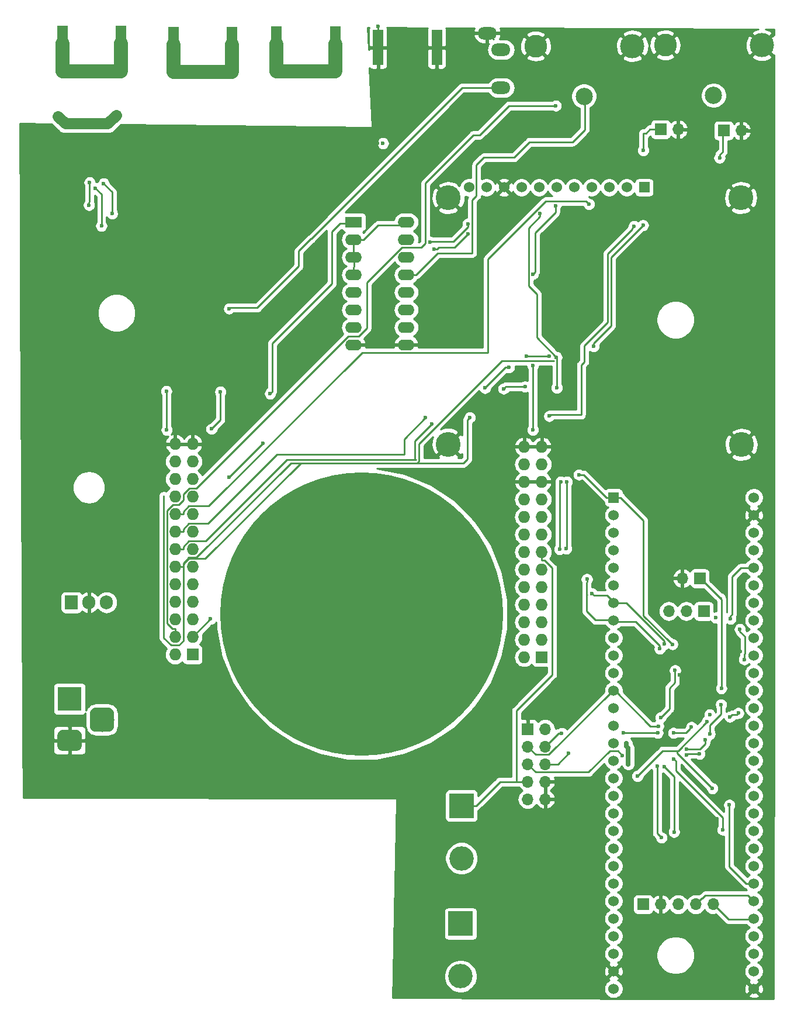
<source format=gbl>
G04 #@! TF.GenerationSoftware,KiCad,Pcbnew,6.0.0-rc1-unknown-e7fa02a~66~ubuntu18.04.1*
G04 #@! TF.CreationDate,2021-06-26T12:49:04-07:00
G04 #@! TF.ProjectId,rp_adapter,72705f61-6461-4707-9465-722e6b696361,rev?*
G04 #@! TF.SameCoordinates,Original*
G04 #@! TF.FileFunction,Copper,L2,Bot*
G04 #@! TF.FilePolarity,Positive*
%FSLAX46Y46*%
G04 Gerber Fmt 4.6, Leading zero omitted, Abs format (unit mm)*
G04 Created by KiCad (PCBNEW 6.0.0-rc1-unknown-e7fa02a~66~ubuntu18.04.1) date Sat 26 Jun 2021 12:49:04 PM PDT*
%MOMM*%
%LPD*%
G04 APERTURE LIST*
%ADD10R,1.727200X1.727200*%
%ADD11O,1.727200X1.727200*%
%ADD12C,3.540760*%
%ADD13R,3.540760X3.540760*%
%ADD14C,2.500000*%
%ADD15C,3.500000*%
%ADD16C,3.300000*%
%ADD17R,1.700000X1.700000*%
%ADD18O,1.700000X1.700000*%
%ADD19C,41.000000*%
%ADD20R,2.400000X1.600000*%
%ADD21O,2.400000X1.600000*%
%ADD22O,2.800000X1.800000*%
%ADD23R,1.500000X5.080000*%
%ADD24R,1.524000X1.524000*%
%ADD25C,1.524000*%
%ADD26C,3.600000*%
%ADD27R,3.500000X3.500000*%
%ADD28C,0.100000*%
%ADD29C,3.000000*%
%ADD30R,1.905000X2.000000*%
%ADD31O,1.905000X2.000000*%
%ADD32C,0.600000*%
%ADD33C,0.250000*%
%ADD34C,2.000000*%
%ADD35C,1.600000*%
%ADD36C,0.700000*%
%ADD37C,0.254000*%
G04 APERTURE END LIST*
D10*
X131612000Y-118838000D03*
D11*
X129072000Y-118838000D03*
X131612000Y-116298000D03*
X129072000Y-116298000D03*
X131612000Y-113758000D03*
X129072000Y-113758000D03*
X131612000Y-111218000D03*
X129072000Y-111218000D03*
X131612000Y-108678000D03*
X129072000Y-108678000D03*
X131612000Y-106138000D03*
X129072000Y-106138000D03*
X131612000Y-103598000D03*
X129072000Y-103598000D03*
X131612000Y-101058000D03*
X129072000Y-101058000D03*
X131612000Y-98518000D03*
X129072000Y-98518000D03*
X131612000Y-95978000D03*
X129072000Y-95978000D03*
X131612000Y-93438000D03*
X129072000Y-93438000D03*
X131612000Y-90898000D03*
X129072000Y-90898000D03*
X131612000Y-88358000D03*
X129072000Y-88358000D03*
D10*
X81017900Y-118460000D03*
D11*
X78477900Y-118460000D03*
X81017900Y-115920000D03*
X78477900Y-115920000D03*
X81017900Y-113380000D03*
X78477900Y-113380000D03*
X81017900Y-110840000D03*
X78477900Y-110840000D03*
X81017900Y-108300000D03*
X78477900Y-108300000D03*
X81017900Y-105760000D03*
X78477900Y-105760000D03*
X81017900Y-103220000D03*
X78477900Y-103220000D03*
X81017900Y-100680000D03*
X78477900Y-100680000D03*
X81017900Y-98140000D03*
X78477900Y-98140000D03*
X81017900Y-95600000D03*
X78477900Y-95600000D03*
X81017900Y-93060000D03*
X78477900Y-93060000D03*
X81017900Y-90520000D03*
X78477900Y-90520000D03*
X81017900Y-87980000D03*
X78477900Y-87980000D03*
D12*
X119990000Y-147967000D03*
D13*
X119990000Y-140347000D03*
D12*
X119860000Y-165037000D03*
D13*
X119860000Y-157417000D03*
D14*
X156512000Y-37499000D03*
D15*
X163512000Y-30229000D03*
D16*
X149512000Y-30229000D03*
X130748000Y-30364000D03*
D15*
X144748000Y-30364000D03*
D14*
X137748000Y-37634000D03*
D17*
X129569000Y-129238000D03*
D18*
X132109000Y-129238000D03*
X129569000Y-131778000D03*
X132109000Y-131778000D03*
X129569000Y-134318000D03*
X132109000Y-134318000D03*
X129569000Y-136858000D03*
X132109000Y-136858000D03*
X129569000Y-139398000D03*
X132109000Y-139398000D03*
D19*
X105560000Y-112605000D03*
D20*
X104347000Y-55845000D03*
D21*
X111967000Y-73625000D03*
X104347000Y-58385000D03*
X111967000Y-71085000D03*
X104347000Y-60925000D03*
X111967000Y-68545000D03*
X104347000Y-63465000D03*
X111967000Y-66005000D03*
X104347000Y-66005000D03*
X111967000Y-63465000D03*
X104347000Y-68545000D03*
X111967000Y-60925000D03*
X104347000Y-71085000D03*
X111967000Y-58385000D03*
X104347000Y-73625000D03*
X111967000Y-55845000D03*
D17*
X148839000Y-42420000D03*
D18*
X151379000Y-42420000D03*
X160515000Y-42618000D03*
D17*
X157975000Y-42618000D03*
D22*
X125713000Y-36392000D03*
X125713000Y-30892000D03*
X123713000Y-28492000D03*
D23*
X116402000Y-30572000D03*
X107902000Y-30572000D03*
X62174000Y-29982000D03*
X70674000Y-29982000D03*
X101696000Y-30006000D03*
X93196000Y-30006000D03*
X78231000Y-30098000D03*
X86731000Y-30098000D03*
D24*
X142032000Y-95733000D03*
D25*
X142032000Y-98273000D03*
X142032000Y-100813000D03*
X142032000Y-103353000D03*
X142032000Y-105893000D03*
X142032000Y-108433000D03*
X142032000Y-110973000D03*
X142032000Y-113513000D03*
X142032000Y-116053000D03*
X142032000Y-118593000D03*
X142032000Y-121133000D03*
X142032000Y-123673000D03*
X142032000Y-126213000D03*
X142032000Y-128753000D03*
X142032000Y-131293000D03*
X142032000Y-133833000D03*
X142032000Y-136373000D03*
X142032000Y-138913000D03*
X142032000Y-141453000D03*
X142032000Y-143993000D03*
X142032000Y-146533000D03*
X142032000Y-149073000D03*
X142032000Y-151613000D03*
X142032000Y-154153000D03*
X142032000Y-156693000D03*
X142032000Y-159233000D03*
X142032000Y-161773000D03*
X142032000Y-164313000D03*
X142032000Y-166853000D03*
X162352000Y-166853000D03*
X162352000Y-164313000D03*
X162352000Y-161773000D03*
X162352000Y-159233000D03*
X162352000Y-156693000D03*
X162352000Y-154153000D03*
X162352000Y-151613000D03*
X162352000Y-149073000D03*
X162352000Y-146533000D03*
X162352000Y-143993000D03*
X162352000Y-141453000D03*
X162352000Y-138913000D03*
X162352000Y-136373000D03*
X162352000Y-133833000D03*
X162352000Y-131293000D03*
X162352000Y-128753000D03*
X162352000Y-126213000D03*
X162352000Y-123673000D03*
X162352000Y-121133000D03*
X162352000Y-118593000D03*
X162352000Y-116053000D03*
X162352000Y-113513000D03*
X162352000Y-110973000D03*
X162352000Y-108433000D03*
X162352000Y-105893000D03*
X162352000Y-103353000D03*
X162352000Y-100813000D03*
X162352000Y-98273000D03*
X162352000Y-95733000D03*
D17*
X155109000Y-112173000D03*
D18*
X152569000Y-112173000D03*
X150029000Y-112173000D03*
D17*
X146321000Y-154610000D03*
D18*
X148861000Y-154610000D03*
X151401000Y-154610000D03*
X153941000Y-154610000D03*
X156481000Y-154610000D03*
D17*
X154534000Y-107428000D03*
D18*
X151994000Y-107428000D03*
D24*
X146467000Y-50831000D03*
D25*
X143927000Y-50831000D03*
X141387000Y-50831000D03*
X138847000Y-50831000D03*
X136307000Y-50831000D03*
X133767000Y-50831000D03*
X131227000Y-50831000D03*
X128687000Y-50831000D03*
X126147000Y-50831000D03*
X123607000Y-50831000D03*
X121067000Y-50831000D03*
D26*
X118067000Y-52331000D03*
X160467000Y-52331000D03*
X118067000Y-88021000D03*
X160547000Y-88061000D03*
D27*
X63191000Y-124885000D03*
D28*
G36*
X64264513Y-129388611D02*
G01*
X64337318Y-129399411D01*
X64408714Y-129417295D01*
X64478013Y-129442090D01*
X64544548Y-129473559D01*
X64607678Y-129511398D01*
X64666795Y-129555242D01*
X64721330Y-129604670D01*
X64770758Y-129659205D01*
X64814602Y-129718322D01*
X64852441Y-129781452D01*
X64883910Y-129847987D01*
X64908705Y-129917286D01*
X64926589Y-129988682D01*
X64937389Y-130061487D01*
X64941000Y-130135000D01*
X64941000Y-131635000D01*
X64937389Y-131708513D01*
X64926589Y-131781318D01*
X64908705Y-131852714D01*
X64883910Y-131922013D01*
X64852441Y-131988548D01*
X64814602Y-132051678D01*
X64770758Y-132110795D01*
X64721330Y-132165330D01*
X64666795Y-132214758D01*
X64607678Y-132258602D01*
X64544548Y-132296441D01*
X64478013Y-132327910D01*
X64408714Y-132352705D01*
X64337318Y-132370589D01*
X64264513Y-132381389D01*
X64191000Y-132385000D01*
X62191000Y-132385000D01*
X62117487Y-132381389D01*
X62044682Y-132370589D01*
X61973286Y-132352705D01*
X61903987Y-132327910D01*
X61837452Y-132296441D01*
X61774322Y-132258602D01*
X61715205Y-132214758D01*
X61660670Y-132165330D01*
X61611242Y-132110795D01*
X61567398Y-132051678D01*
X61529559Y-131988548D01*
X61498090Y-131922013D01*
X61473295Y-131852714D01*
X61455411Y-131781318D01*
X61444611Y-131708513D01*
X61441000Y-131635000D01*
X61441000Y-130135000D01*
X61444611Y-130061487D01*
X61455411Y-129988682D01*
X61473295Y-129917286D01*
X61498090Y-129847987D01*
X61529559Y-129781452D01*
X61567398Y-129718322D01*
X61611242Y-129659205D01*
X61660670Y-129604670D01*
X61715205Y-129555242D01*
X61774322Y-129511398D01*
X61837452Y-129473559D01*
X61903987Y-129442090D01*
X61973286Y-129417295D01*
X62044682Y-129399411D01*
X62117487Y-129388611D01*
X62191000Y-129385000D01*
X64191000Y-129385000D01*
X64264513Y-129388611D01*
X64264513Y-129388611D01*
G37*
D29*
X63191000Y-130885000D03*
D28*
G36*
X68851765Y-126139213D02*
G01*
X68936704Y-126151813D01*
X69019999Y-126172677D01*
X69100848Y-126201605D01*
X69178472Y-126238319D01*
X69252124Y-126282464D01*
X69321094Y-126333616D01*
X69384718Y-126391282D01*
X69442384Y-126454906D01*
X69493536Y-126523876D01*
X69537681Y-126597528D01*
X69574395Y-126675152D01*
X69603323Y-126756001D01*
X69624187Y-126839296D01*
X69636787Y-126924235D01*
X69641000Y-127010000D01*
X69641000Y-128760000D01*
X69636787Y-128845765D01*
X69624187Y-128930704D01*
X69603323Y-129013999D01*
X69574395Y-129094848D01*
X69537681Y-129172472D01*
X69493536Y-129246124D01*
X69442384Y-129315094D01*
X69384718Y-129378718D01*
X69321094Y-129436384D01*
X69252124Y-129487536D01*
X69178472Y-129531681D01*
X69100848Y-129568395D01*
X69019999Y-129597323D01*
X68936704Y-129618187D01*
X68851765Y-129630787D01*
X68766000Y-129635000D01*
X67016000Y-129635000D01*
X66930235Y-129630787D01*
X66845296Y-129618187D01*
X66762001Y-129597323D01*
X66681152Y-129568395D01*
X66603528Y-129531681D01*
X66529876Y-129487536D01*
X66460906Y-129436384D01*
X66397282Y-129378718D01*
X66339616Y-129315094D01*
X66288464Y-129246124D01*
X66244319Y-129172472D01*
X66207605Y-129094848D01*
X66178677Y-129013999D01*
X66157813Y-128930704D01*
X66145213Y-128845765D01*
X66141000Y-128760000D01*
X66141000Y-127010000D01*
X66145213Y-126924235D01*
X66157813Y-126839296D01*
X66178677Y-126756001D01*
X66207605Y-126675152D01*
X66244319Y-126597528D01*
X66288464Y-126523876D01*
X66339616Y-126454906D01*
X66397282Y-126391282D01*
X66460906Y-126333616D01*
X66529876Y-126282464D01*
X66603528Y-126238319D01*
X66681152Y-126201605D01*
X66762001Y-126172677D01*
X66845296Y-126151813D01*
X66930235Y-126139213D01*
X67016000Y-126135000D01*
X68766000Y-126135000D01*
X68851765Y-126139213D01*
X68851765Y-126139213D01*
G37*
D15*
X67891000Y-127885000D03*
D30*
X63458000Y-110923000D03*
D31*
X65998000Y-110923000D03*
X68538000Y-110923000D03*
D32*
X108610717Y-44436661D03*
X65842300Y-63931200D03*
X92667000Y-43587600D03*
X65691100Y-55105000D03*
X62412000Y-61431500D03*
X59289600Y-57778000D03*
X116402000Y-34838400D03*
X107902000Y-27521000D03*
X116965000Y-152642000D03*
X97923000Y-49573000D03*
X97956000Y-53180000D03*
X98055000Y-57072000D03*
X107886000Y-34252000D03*
X140627000Y-46190000D03*
X143673000Y-46017000D03*
X157001000Y-142188000D03*
X156822000Y-139790000D03*
X160329000Y-131989000D03*
X160497000Y-122103000D03*
X160425000Y-118024000D03*
X151479000Y-119455000D03*
X151586000Y-121424000D03*
X147829000Y-119190000D03*
X128077000Y-147458000D03*
X147511000Y-126757000D03*
X154250000Y-126227000D03*
X140789000Y-55821000D03*
X136075000Y-90026000D03*
X133796000Y-89976000D03*
X111145000Y-40668000D03*
X110296000Y-40378000D03*
X109426000Y-40440000D03*
X106403000Y-43298000D03*
X106486000Y-44044000D03*
X107811000Y-44458000D03*
X107107000Y-44375000D03*
X111207000Y-42118000D03*
X125484000Y-56040000D03*
X64755000Y-117363000D03*
X63957000Y-87715000D03*
X83770000Y-85782000D03*
X85056000Y-80426000D03*
X133660000Y-38989000D03*
X86313000Y-68387000D03*
X77272700Y-85934300D03*
X77210000Y-80334000D03*
X68138000Y-50284000D03*
X69354000Y-54637000D03*
X66092000Y-50122000D03*
X66015000Y-53385000D03*
X69126000Y-34022300D03*
X62625000Y-33641000D03*
X100259200Y-34046300D03*
X85627200Y-34138300D03*
X129197000Y-79672000D03*
X139134000Y-73819000D03*
X146290000Y-56305000D03*
X121195000Y-84129001D03*
X126102000Y-79971000D03*
X132688000Y-75254000D03*
X129407000Y-75254000D03*
X145013000Y-56429000D03*
X132722000Y-83933000D03*
X115721000Y-85038000D03*
X114788000Y-84129000D03*
X126860000Y-76902000D03*
X123396000Y-79872000D03*
X138468000Y-53240000D03*
X130321000Y-76611000D03*
X130321000Y-85942000D03*
X130331000Y-63389000D03*
X133598000Y-53458000D03*
X133802000Y-79828000D03*
X133755000Y-75410000D03*
X138890000Y-109602000D03*
X149413000Y-116956000D03*
X131362000Y-54598000D03*
X134192000Y-103196000D03*
X134357000Y-93464000D03*
X146322000Y-45463000D03*
X120935000Y-56085000D03*
X115439000Y-58756000D03*
X157380000Y-46539000D03*
X115998000Y-59751000D03*
X120935000Y-57569000D03*
X152601000Y-132131000D03*
X155284000Y-130824000D03*
X148490942Y-128823942D03*
X155579000Y-128178000D03*
X143314000Y-133072000D03*
X145493000Y-136053000D03*
X156355000Y-137848000D03*
X158805000Y-140230000D03*
X135532000Y-132762000D03*
X150757000Y-133562000D03*
X157828000Y-143825000D03*
X83634000Y-113303900D03*
X92265000Y-80683000D03*
X86321000Y-92753000D03*
X91177000Y-87836000D03*
X138161000Y-107557000D03*
X148727000Y-117626000D03*
X135269000Y-93445000D03*
X135183000Y-103117000D03*
X61481000Y-40516000D03*
X69947000Y-40377000D03*
X67803000Y-56382000D03*
X66923000Y-50952000D03*
X134518000Y-129836000D03*
X143416000Y-129745000D03*
X156806000Y-113133000D03*
X158977000Y-113299000D03*
X153309838Y-128976162D03*
X150699000Y-129821000D03*
X148413942Y-129798058D03*
X158878558Y-127483442D03*
X160981000Y-119161000D03*
X160337000Y-114792000D03*
X160093942Y-126931058D03*
X148979000Y-144964000D03*
X155953837Y-127151837D03*
X154485000Y-132827000D03*
X152569000Y-132980000D03*
X148346000Y-134616000D03*
X148857000Y-127574000D03*
X137004000Y-92412000D03*
X150546000Y-116975000D03*
X150943000Y-120753000D03*
X143889000Y-131308000D03*
X144164000Y-134329000D03*
X149403000Y-134726000D03*
X150783000Y-144151000D03*
X155968000Y-129955000D03*
X157608000Y-125694000D03*
X157648000Y-123340000D03*
D33*
X108610717Y-44304717D02*
X108610717Y-44436661D01*
X124628400Y-29407400D02*
X123713000Y-28492000D01*
X116402000Y-30899000D02*
X116402000Y-33437300D01*
X116402000Y-30572000D02*
X116402000Y-30899000D01*
X107902000Y-30572000D02*
X107902000Y-27521000D01*
X135650736Y-90026000D02*
X135600736Y-89976000D01*
X136075000Y-90026000D02*
X135650736Y-90026000D01*
X135600736Y-89976000D02*
X133796000Y-89976000D01*
X161393000Y-42295000D02*
X160217700Y-42295000D01*
X129850000Y-44237000D02*
X136083000Y-44237000D01*
X127599999Y-46487001D02*
X129850000Y-44237000D01*
X123246999Y-46487001D02*
X127599999Y-46487001D01*
X136083000Y-44237000D02*
X137843000Y-42477000D01*
X122154001Y-47579999D02*
X123246999Y-46487001D01*
X113417000Y-63465000D02*
X116531000Y-60351000D01*
X111967000Y-63465000D02*
X113417000Y-63465000D01*
X121560000Y-52623000D02*
X122154001Y-52028999D01*
X121560000Y-60351000D02*
X121560000Y-52623000D01*
X137843000Y-42477000D02*
X137843000Y-37855000D01*
X116531000Y-60351000D02*
X121560000Y-60351000D01*
X122154001Y-52028999D02*
X122154001Y-47579999D01*
X83770000Y-85782000D02*
X85056000Y-84496000D01*
X85056000Y-84496000D02*
X85056000Y-80426000D01*
X156512000Y-37499000D02*
X156512000Y-38278400D01*
X114756001Y-50223999D02*
X121731600Y-43248400D01*
X78147400Y-96789000D02*
X79012500Y-96789000D01*
X77289000Y-113913800D02*
X77289000Y-97647400D01*
X114756001Y-58933999D02*
X114756001Y-50223999D01*
X78477900Y-115920000D02*
X78477900Y-114731100D01*
X81529400Y-94411000D02*
X103585400Y-72355000D01*
X77289000Y-97647400D02*
X78147400Y-96789000D01*
X122606600Y-43248400D02*
X126866000Y-38989000D01*
X79715200Y-96086300D02*
X79715200Y-95199400D01*
X126866000Y-38989000D02*
X133660000Y-38989000D01*
X78106300Y-114731100D02*
X77289000Y-113913800D01*
X114179990Y-59510010D02*
X114756001Y-58933999D01*
X78477900Y-114731100D02*
X78106300Y-114731100D01*
X79012500Y-96789000D02*
X79715200Y-96086300D01*
X79715200Y-95199400D02*
X80503600Y-94411000D01*
X121731600Y-43248400D02*
X122606600Y-43248400D01*
X80503600Y-94411000D02*
X81529400Y-94411000D01*
X103585400Y-72355000D02*
X105117200Y-72355000D01*
X106245300Y-64618700D02*
X111353990Y-59510010D01*
X111353990Y-59510010D02*
X114179990Y-59510010D01*
X105117200Y-72355000D02*
X106245300Y-71226900D01*
X106245300Y-71226900D02*
X106245300Y-64618700D01*
X98206100Y-58249900D02*
X120064000Y-36392000D01*
X120064000Y-36392000D02*
X125713000Y-36392000D01*
X98206100Y-58249900D02*
X98183100Y-58249900D01*
X98183100Y-58249900D02*
X96388000Y-60045000D01*
X96388000Y-60045000D02*
X96388000Y-62259000D01*
X96388000Y-62259000D02*
X90398000Y-68249000D01*
X90398000Y-68249000D02*
X86451000Y-68249000D01*
X86451000Y-68249000D02*
X86313000Y-68387000D01*
X77272700Y-85510036D02*
X77210000Y-85447336D01*
X77272700Y-85934300D02*
X77272700Y-85510036D01*
X77210000Y-85447336D02*
X77210000Y-80334000D01*
X69354000Y-54637000D02*
X69354000Y-51500000D01*
X69354000Y-51500000D02*
X68138000Y-50284000D01*
X66015000Y-53385000D02*
X66015000Y-52960700D01*
X66015000Y-52960700D02*
X66092000Y-52883700D01*
X66092000Y-52883700D02*
X66092000Y-50122000D01*
D34*
X70674000Y-29982000D02*
X70674000Y-34022300D01*
X62174000Y-29982000D02*
X62174000Y-34022300D01*
X69126000Y-34022300D02*
X70674000Y-34022300D01*
X62174000Y-34022300D02*
X69126000Y-34022300D01*
X100259200Y-34046300D02*
X93196000Y-34046300D01*
X101696000Y-34046300D02*
X100259200Y-34046300D01*
X93196000Y-30006000D02*
X93196000Y-34046300D01*
X101696000Y-30006000D02*
X101696000Y-34046300D01*
X85627200Y-34138300D02*
X86731000Y-34138300D01*
X78231000Y-34138300D02*
X85627200Y-34138300D01*
X86731000Y-30098000D02*
X86731000Y-34138300D01*
X78231000Y-30098000D02*
X78231000Y-34138300D01*
D33*
X78477900Y-105760000D02*
X79666800Y-105760000D01*
X114513600Y-90726000D02*
X96716500Y-90726000D01*
X96716500Y-90726000D02*
X82871400Y-104571100D01*
X82871400Y-104571100D02*
X80484100Y-104571100D01*
X80484100Y-104571100D02*
X79666800Y-105388400D01*
X79666800Y-105388400D02*
X79666800Y-105760000D01*
X114513600Y-90726000D02*
X120289000Y-90726000D01*
X120289000Y-90726000D02*
X120860000Y-90155000D01*
X126334998Y-79672000D02*
X129197000Y-79672000D01*
X79048429Y-117108601D02*
X77907371Y-117108601D01*
X79666501Y-116490529D02*
X79048429Y-117108601D01*
X81588429Y-104408601D02*
X80447371Y-104408601D01*
X133351990Y-75931992D02*
X125815418Y-75931992D01*
X125815418Y-75931992D02*
X113825410Y-87922000D01*
X113825410Y-87922000D02*
X113825410Y-90462000D01*
X76838991Y-116040221D02*
X76838991Y-95479779D01*
X77907371Y-117108601D02*
X76838991Y-116040221D01*
X113825410Y-90462000D02*
X113561800Y-90725610D01*
X113561800Y-90725610D02*
X95271420Y-90725610D01*
X95271420Y-90725610D02*
X81588429Y-104408601D01*
X79666501Y-105189471D02*
X79666501Y-116490529D01*
X80447371Y-104408601D02*
X79666501Y-105189471D01*
X139134000Y-73394736D02*
X141668000Y-70860736D01*
X139134000Y-73819000D02*
X139134000Y-73394736D01*
X141668000Y-70860736D02*
X141668000Y-60927000D01*
X141668000Y-60927000D02*
X146290000Y-56305000D01*
X120860000Y-90155000D02*
X120860000Y-85367000D01*
X120860000Y-85367000D02*
X120860000Y-85146998D01*
X120860000Y-85146998D02*
X120860000Y-84464001D01*
X120860000Y-84464001D02*
X121195000Y-84129001D01*
X126334998Y-79672000D02*
X126334998Y-79738002D01*
X126334998Y-79738002D02*
X126102000Y-79971000D01*
X132688000Y-75254000D02*
X129407000Y-75254000D01*
X78477900Y-103220000D02*
X79666800Y-103220000D01*
X94706000Y-90275600D02*
X82950500Y-102031100D01*
X82950500Y-102031100D02*
X80484100Y-102031100D01*
X80484100Y-102031100D02*
X79666800Y-102848400D01*
X79666800Y-102848400D02*
X79666800Y-103220000D01*
X144713001Y-56728999D02*
X144713001Y-56879999D01*
X145013000Y-56429000D02*
X144713001Y-56728999D01*
X144713001Y-56879999D02*
X141191000Y-60402000D01*
X141191000Y-60402000D02*
X141191000Y-70372000D01*
X141191000Y-70372000D02*
X137799000Y-73764000D01*
X137799000Y-73764000D02*
X137799000Y-74124000D01*
X137799000Y-74124000D02*
X137799000Y-76066000D01*
X137799000Y-76066000D02*
X137323000Y-76542000D01*
X137323000Y-76542000D02*
X137323000Y-83757000D01*
X137323000Y-83757000D02*
X132924000Y-83757000D01*
X132924000Y-83757000D02*
X132748000Y-83933000D01*
X132748000Y-83933000D02*
X132722000Y-83933000D01*
X113257000Y-87502000D02*
X113257000Y-90275600D01*
X115721000Y-85038000D02*
X113257000Y-87502000D01*
X113375400Y-90275600D02*
X113257000Y-90275600D01*
X113257000Y-90275600D02*
X94706000Y-90275600D01*
X78477900Y-100680000D02*
X79666800Y-100680000D01*
X111671100Y-89439900D02*
X93269200Y-89439900D01*
X93269200Y-89439900D02*
X83218000Y-99491100D01*
X83218000Y-99491100D02*
X80484100Y-99491100D01*
X80484100Y-99491100D02*
X79666800Y-100308400D01*
X79666800Y-100308400D02*
X79666800Y-100680000D01*
X111671100Y-89439900D02*
X111671100Y-87245900D01*
X111671100Y-87245900D02*
X114788000Y-84129000D01*
X126860000Y-76902000D02*
X126366000Y-76902000D01*
X126366000Y-76902000D02*
X123396000Y-79872000D01*
X78477900Y-98140000D02*
X79666800Y-98140000D01*
X123820600Y-74750400D02*
X105579100Y-74750400D01*
X105579100Y-74750400D02*
X83378400Y-96951100D01*
X83378400Y-96951100D02*
X80484100Y-96951100D01*
X80484100Y-96951100D02*
X79666800Y-97768400D01*
X79666800Y-97768400D02*
X79666800Y-98140000D01*
X132201999Y-52832999D02*
X138060999Y-52832999D01*
X123820600Y-74750400D02*
X123820600Y-61214398D01*
X123820600Y-61214398D02*
X132201999Y-52832999D01*
X138060999Y-52832999D02*
X138468000Y-53240000D01*
X130321000Y-76611000D02*
X130321000Y-85942000D01*
X130331000Y-63389000D02*
X130660000Y-63060000D01*
X130660000Y-63060000D02*
X130660000Y-57361000D01*
X130660000Y-57361000D02*
X133598000Y-54423000D01*
X133598000Y-54423000D02*
X133598000Y-53458000D01*
X133802000Y-79828000D02*
X133802000Y-75457000D01*
X133802000Y-75457000D02*
X133755000Y-75410000D01*
X139189999Y-109901999D02*
X141049999Y-109901999D01*
X138890000Y-109602000D02*
X139189999Y-109901999D01*
X141049999Y-109901999D02*
X142082000Y-110934000D01*
X149413000Y-116531736D02*
X143856264Y-110975000D01*
X149413000Y-116956000D02*
X149413000Y-116531736D01*
X143856264Y-110975000D02*
X142187000Y-110975000D01*
X142187000Y-110975000D02*
X142187000Y-111023000D01*
X130899998Y-72554998D02*
X133755000Y-75410000D01*
X130899998Y-66273000D02*
X130899998Y-72554998D01*
X129705999Y-65079001D02*
X130899998Y-66273000D01*
X129705999Y-56678265D02*
X129705999Y-65079001D01*
X131362000Y-54598000D02*
X131362000Y-55022264D01*
X131362000Y-55022264D02*
X129705999Y-56678265D01*
X134192000Y-103196000D02*
X134192000Y-93629000D01*
X134192000Y-93629000D02*
X134357000Y-93464000D01*
X127922500Y-136858000D02*
X125574700Y-136858000D01*
X125574700Y-136858000D02*
X122085700Y-140347000D01*
X129569000Y-136858000D02*
X127922500Y-136858000D01*
X127922500Y-136858000D02*
X127922500Y-126585800D01*
X127922500Y-126585800D02*
X133143700Y-121364600D01*
X133143700Y-121364600D02*
X133143700Y-105947100D01*
X133143700Y-105947100D02*
X131983500Y-104786900D01*
X131983500Y-104786900D02*
X131612000Y-104786900D01*
X131612000Y-103598000D02*
X131612000Y-104786900D01*
X119990000Y-140347000D02*
X122085700Y-140347000D01*
X146322000Y-42990000D02*
X146729000Y-42990000D01*
X146322000Y-45463000D02*
X146322000Y-42990000D01*
X146729000Y-42990000D02*
X147287000Y-42432000D01*
X147287000Y-42432000D02*
X148876000Y-42432000D01*
X120935000Y-56509264D02*
X118776264Y-58668000D01*
X120935000Y-56085000D02*
X120935000Y-56509264D01*
X118776264Y-58668000D02*
X115527000Y-58668000D01*
X115527000Y-58668000D02*
X115439000Y-58756000D01*
X157380000Y-46114736D02*
X157887000Y-45607736D01*
X157380000Y-46539000D02*
X157380000Y-46114736D01*
X157887000Y-45607736D02*
X157887000Y-42645000D01*
X116422264Y-59751000D02*
X116667264Y-59506000D01*
X115998000Y-59751000D02*
X116422264Y-59751000D01*
X116667264Y-59506000D02*
X119001000Y-59506000D01*
X120938000Y-57569000D02*
X120935000Y-57569000D01*
X119001000Y-59506000D02*
X120935000Y-57569000D01*
X130744001Y-132953001D02*
X132614999Y-132953001D01*
X129569000Y-131778000D02*
X130744001Y-132953001D01*
X132614999Y-132953001D02*
X141740000Y-123828000D01*
X152601000Y-132131000D02*
X154550000Y-132131000D01*
X154550000Y-132131000D02*
X155284000Y-131397000D01*
X155284000Y-131397000D02*
X155284000Y-130824000D01*
X147214000Y-128704000D02*
X142322000Y-123812000D01*
X147333942Y-128823942D02*
X147214000Y-128704000D01*
X148490942Y-128823942D02*
X147333942Y-128823942D01*
X138397239Y-135493001D02*
X141510239Y-132380001D01*
X129569000Y-134318000D02*
X130744001Y-135493001D01*
X130744001Y-135493001D02*
X138397239Y-135493001D01*
X151376999Y-132380001D02*
X155579000Y-128178000D01*
X151208000Y-132380001D02*
X151376999Y-132380001D01*
X141510239Y-132380001D02*
X142715001Y-132380001D01*
X143407000Y-133072000D02*
X143314000Y-133072000D01*
X142715001Y-132380001D02*
X143314000Y-133072000D01*
X149165999Y-132380001D02*
X145493000Y-136053000D01*
X151208000Y-132380001D02*
X149165999Y-132380001D01*
X151250999Y-132423000D02*
X151208000Y-132380001D01*
X151250999Y-132675999D02*
X151250999Y-132423000D01*
X158805000Y-149143630D02*
X158805000Y-140230000D01*
X162352000Y-151613000D02*
X161274370Y-151613000D01*
X161274370Y-151613000D02*
X158805000Y-149143630D01*
X151250999Y-132675999D02*
X151250999Y-132724999D01*
X151250999Y-132724999D02*
X156355000Y-137829000D01*
X156355000Y-137829000D02*
X156355000Y-137848000D01*
X132109000Y-134318000D02*
X133976000Y-134318000D01*
X133976000Y-134318000D02*
X135532000Y-132762000D01*
X151056999Y-135318997D02*
X157828000Y-142089998D01*
X150757000Y-133562000D02*
X151056999Y-133861999D01*
X151056999Y-133861999D02*
X151056999Y-135318997D01*
X157828000Y-142089998D02*
X157828000Y-143825000D01*
X81017900Y-115920000D02*
X83634000Y-113303900D01*
X92564999Y-80383001D02*
X92564999Y-73408001D01*
X92265000Y-80683000D02*
X92564999Y-80383001D01*
X101198000Y-64775000D02*
X101198000Y-57242000D01*
X92564999Y-73408001D02*
X101198000Y-64775000D01*
X101198000Y-57242000D02*
X102400000Y-56040000D01*
X102400000Y-56040000D02*
X104333000Y-56040000D01*
X86321000Y-92753000D02*
X91177000Y-87897000D01*
X91177000Y-87897000D02*
X91177000Y-87836000D01*
X138161000Y-107981264D02*
X138136000Y-108006264D01*
X138161000Y-107557000D02*
X138161000Y-107981264D01*
X138136000Y-109773002D02*
X138161000Y-109798002D01*
X138136000Y-108006264D02*
X138136000Y-109773002D01*
X138136000Y-109773002D02*
X138136000Y-112211000D01*
X138136000Y-112211000D02*
X139393000Y-113468000D01*
X139393000Y-113468000D02*
X142208000Y-113468000D01*
X148727000Y-117201736D02*
X145243264Y-113718000D01*
X148727000Y-117626000D02*
X148727000Y-117201736D01*
X145243264Y-113718000D02*
X141880000Y-113718000D01*
X135269000Y-93445000D02*
X135269000Y-103031000D01*
X135269000Y-103031000D02*
X135183000Y-103117000D01*
D35*
X61481000Y-40516000D02*
X62557000Y-41592000D01*
X62557000Y-41592000D02*
X68732000Y-41592000D01*
X68732000Y-41592000D02*
X69947000Y-40377000D01*
D33*
X66923000Y-50952000D02*
X67803000Y-51832000D01*
X67803000Y-51832000D02*
X67803000Y-56382000D01*
X132109000Y-131778000D02*
X134051000Y-129836000D01*
X134051000Y-129836000D02*
X134518000Y-129836000D01*
X156840000Y-113099000D02*
X156806000Y-113133000D01*
X158977000Y-112874736D02*
X159211000Y-112640736D01*
X158977000Y-113299000D02*
X158977000Y-112874736D01*
X159211000Y-112640736D02*
X159211000Y-107172000D01*
X159211000Y-107172000D02*
X160480000Y-105903000D01*
X160480000Y-105903000D02*
X162284000Y-105903000D01*
X162284000Y-105903000D02*
X162284000Y-105908000D01*
X153009839Y-129276161D02*
X153309838Y-128976162D01*
X152541000Y-129745000D02*
X153009839Y-129276161D01*
X143495000Y-129824000D02*
X143416000Y-129745000D01*
X152541000Y-129745000D02*
X150775000Y-129745000D01*
X150775000Y-129745000D02*
X150699000Y-129821000D01*
X143469058Y-129798058D02*
X143416000Y-129745000D01*
X148413942Y-129798058D02*
X143469058Y-129798058D01*
X159178557Y-127183443D02*
X159609557Y-127183443D01*
X158878558Y-127483442D02*
X159178557Y-127183443D01*
X161050001Y-118324001D02*
X161050001Y-115842001D01*
X160981000Y-119161000D02*
X160981000Y-118393002D01*
X160981000Y-118393002D02*
X161050001Y-118324001D01*
X161050001Y-115842001D02*
X160337000Y-115129000D01*
X160337000Y-115129000D02*
X160337000Y-114792000D01*
X159609557Y-127183443D02*
X159841557Y-127183443D01*
X159841557Y-127183443D02*
X160093942Y-126931058D01*
X148979000Y-144964000D02*
X148566000Y-144551000D01*
X154485000Y-132827000D02*
X152722000Y-132827000D01*
X152722000Y-132827000D02*
X152569000Y-132980000D01*
X148346000Y-144331000D02*
X148979000Y-144964000D01*
X148346000Y-134616000D02*
X148346000Y-144331000D01*
X143044000Y-95733000D02*
X146340000Y-99029000D01*
X142032000Y-95733000D02*
X143044000Y-95733000D01*
X146340000Y-99029000D02*
X146340000Y-112822326D01*
X146340000Y-112822326D02*
X150038001Y-116520327D01*
X150038001Y-126392999D02*
X148857000Y-127574000D01*
X141020000Y-95733000D02*
X137699000Y-92412000D01*
X142032000Y-95733000D02*
X141020000Y-95733000D01*
X137699000Y-92412000D02*
X137004000Y-92412000D01*
X150038001Y-116520327D02*
X150091327Y-116520327D01*
X150091327Y-116520327D02*
X150546000Y-116975000D01*
X150943000Y-120753000D02*
X150943000Y-122467000D01*
X150943000Y-122467000D02*
X150102000Y-123308000D01*
X150102000Y-126329000D02*
X150038001Y-126392999D01*
X150102000Y-123308000D02*
X150102000Y-126329000D01*
D36*
X143889000Y-131732264D02*
X144164000Y-132007264D01*
X143889000Y-131308000D02*
X143889000Y-131732264D01*
X144164000Y-132007264D02*
X144164000Y-134329000D01*
D33*
X154790999Y-153760001D02*
X154916999Y-153760001D01*
X153941000Y-154610000D02*
X154790999Y-153760001D01*
X154916999Y-153760001D02*
X155339000Y-153338000D01*
X155339000Y-153338000D02*
X161498000Y-153338000D01*
X161498000Y-153338000D02*
X162273000Y-154113000D01*
X149403000Y-134726000D02*
X150830000Y-136153000D01*
X150830000Y-136942002D02*
X150783000Y-136989002D01*
X150830000Y-136153000D02*
X150830000Y-136942002D01*
X150783000Y-136989002D02*
X150783000Y-144151000D01*
X157330999Y-155459999D02*
X157335999Y-155459999D01*
X156481000Y-154610000D02*
X157330999Y-155459999D01*
X157335999Y-155459999D02*
X158670000Y-156794000D01*
X158670000Y-156794000D02*
X162294000Y-156794000D01*
X155968000Y-128714002D02*
X157581000Y-127101002D01*
X155968000Y-129955000D02*
X155968000Y-128714002D01*
X157581000Y-110440000D02*
X157581000Y-110201000D01*
X157581000Y-110440000D02*
X157581000Y-110386000D01*
X157581000Y-110386000D02*
X154803000Y-107608000D01*
X157581000Y-127101002D02*
X157581000Y-125721000D01*
X157581000Y-125721000D02*
X157608000Y-125694000D01*
X157648000Y-110453000D02*
X157581000Y-110386000D01*
X157648000Y-123340000D02*
X157648000Y-110453000D01*
X105797000Y-58385000D02*
X107886990Y-56295010D01*
X104347000Y-58385000D02*
X105797000Y-58385000D01*
X107886990Y-56295010D02*
X111451990Y-56295010D01*
X111451990Y-56295010D02*
X111616295Y-56130705D01*
X104347000Y-59435000D02*
X104333000Y-59449000D01*
X104347000Y-58385000D02*
X104347000Y-59435000D01*
X104333000Y-59449000D02*
X104333000Y-61064000D01*
X104347000Y-62415000D02*
X104418000Y-62344000D01*
X104347000Y-63465000D02*
X104347000Y-62415000D01*
X104418000Y-62344000D02*
X104418000Y-60764000D01*
D37*
G36*
X106589270Y-27731215D02*
G01*
X106541403Y-27846777D01*
X106517000Y-27969458D01*
X106517000Y-30286250D01*
X106675750Y-30445000D01*
X107775000Y-30445000D01*
X107775000Y-30425000D01*
X108029000Y-30425000D01*
X108029000Y-30445000D01*
X109128250Y-30445000D01*
X109287000Y-30286250D01*
X109287000Y-27969458D01*
X109262597Y-27846777D01*
X109214730Y-27731215D01*
X109204307Y-27715615D01*
X115087482Y-27735530D01*
X115041403Y-27846777D01*
X115017000Y-27969458D01*
X115017000Y-30286250D01*
X115175750Y-30445000D01*
X116275000Y-30445000D01*
X116275000Y-30425000D01*
X116529000Y-30425000D01*
X116529000Y-30445000D01*
X117628250Y-30445000D01*
X117787000Y-30286250D01*
X117787000Y-28856740D01*
X121721964Y-28856740D01*
X121746245Y-28962087D01*
X121866138Y-29239204D01*
X122037790Y-29487606D01*
X122254604Y-29697748D01*
X122508249Y-29861554D01*
X122788977Y-29972729D01*
X123086000Y-30027000D01*
X123586000Y-30027000D01*
X123586000Y-28619000D01*
X121842622Y-28619000D01*
X121721964Y-28856740D01*
X117787000Y-28856740D01*
X117787000Y-27969458D01*
X117762597Y-27846777D01*
X117720209Y-27744443D01*
X121860228Y-27758457D01*
X121746245Y-28021913D01*
X121721964Y-28127260D01*
X121842622Y-28365000D01*
X123586000Y-28365000D01*
X123586000Y-28345000D01*
X123840000Y-28345000D01*
X123840000Y-28365000D01*
X125583378Y-28365000D01*
X125704036Y-28127260D01*
X125679755Y-28021913D01*
X125571207Y-27771019D01*
X162973021Y-27897630D01*
X162564532Y-28027703D01*
X162208073Y-28218234D01*
X162021997Y-28559391D01*
X163512000Y-30049395D01*
X165002003Y-28559391D01*
X164815927Y-28218234D01*
X164398591Y-28002487D01*
X164047616Y-27901268D01*
X165290001Y-27905473D01*
X165290001Y-28798117D01*
X165181609Y-28738997D01*
X163691605Y-30229000D01*
X165181609Y-31719003D01*
X165290001Y-31659883D01*
X165290000Y-115991550D01*
X165185359Y-168290000D01*
X150176498Y-168290000D01*
X110039584Y-168149453D01*
X110107302Y-164800091D01*
X117454620Y-164800091D01*
X117454620Y-165273909D01*
X117547057Y-165738624D01*
X117728380Y-166176375D01*
X117991619Y-166570341D01*
X118326659Y-166905381D01*
X118720625Y-167168620D01*
X119158376Y-167349943D01*
X119623091Y-167442380D01*
X120096909Y-167442380D01*
X120561624Y-167349943D01*
X120999375Y-167168620D01*
X121393341Y-166905381D01*
X121583314Y-166715408D01*
X140635000Y-166715408D01*
X140635000Y-166990592D01*
X140688686Y-167260490D01*
X140793995Y-167514727D01*
X140946880Y-167743535D01*
X141141465Y-167938120D01*
X141370273Y-168091005D01*
X141624510Y-168196314D01*
X141894408Y-168250000D01*
X142169592Y-168250000D01*
X142439490Y-168196314D01*
X142693727Y-168091005D01*
X142922535Y-167938120D01*
X143042090Y-167818565D01*
X161566040Y-167818565D01*
X161633020Y-168058656D01*
X161882048Y-168175756D01*
X162149135Y-168242023D01*
X162424017Y-168254910D01*
X162696133Y-168213922D01*
X162955023Y-168120636D01*
X163070980Y-168058656D01*
X163137960Y-167818565D01*
X162352000Y-167032605D01*
X161566040Y-167818565D01*
X143042090Y-167818565D01*
X143117120Y-167743535D01*
X143270005Y-167514727D01*
X143375314Y-167260490D01*
X143429000Y-166990592D01*
X143429000Y-166925017D01*
X160950090Y-166925017D01*
X160991078Y-167197133D01*
X161084364Y-167456023D01*
X161146344Y-167571980D01*
X161386435Y-167638960D01*
X162172395Y-166853000D01*
X162531605Y-166853000D01*
X163317565Y-167638960D01*
X163557656Y-167571980D01*
X163674756Y-167322952D01*
X163741023Y-167055865D01*
X163753910Y-166780983D01*
X163712922Y-166508867D01*
X163619636Y-166249977D01*
X163557656Y-166134020D01*
X163317565Y-166067040D01*
X162531605Y-166853000D01*
X162172395Y-166853000D01*
X161386435Y-166067040D01*
X161146344Y-166134020D01*
X161029244Y-166383048D01*
X160962977Y-166650135D01*
X160950090Y-166925017D01*
X143429000Y-166925017D01*
X143429000Y-166715408D01*
X143375314Y-166445510D01*
X143270005Y-166191273D01*
X143117120Y-165962465D01*
X142922535Y-165767880D01*
X142693727Y-165614995D01*
X142622057Y-165585308D01*
X142635023Y-165580636D01*
X142750980Y-165518656D01*
X142817960Y-165278565D01*
X142032000Y-164492605D01*
X141246040Y-165278565D01*
X141313020Y-165518656D01*
X141448760Y-165582485D01*
X141370273Y-165614995D01*
X141141465Y-165767880D01*
X140946880Y-165962465D01*
X140793995Y-166191273D01*
X140688686Y-166445510D01*
X140635000Y-166715408D01*
X121583314Y-166715408D01*
X121728381Y-166570341D01*
X121991620Y-166176375D01*
X122172943Y-165738624D01*
X122265380Y-165273909D01*
X122265380Y-164800091D01*
X122182818Y-164385017D01*
X140630090Y-164385017D01*
X140671078Y-164657133D01*
X140764364Y-164916023D01*
X140826344Y-165031980D01*
X141066435Y-165098960D01*
X141852395Y-164313000D01*
X142211605Y-164313000D01*
X142997565Y-165098960D01*
X143237656Y-165031980D01*
X143354756Y-164782952D01*
X143421023Y-164515865D01*
X143433910Y-164240983D01*
X143392922Y-163968867D01*
X143299636Y-163709977D01*
X143237656Y-163594020D01*
X142997565Y-163527040D01*
X142211605Y-164313000D01*
X141852395Y-164313000D01*
X141066435Y-163527040D01*
X140826344Y-163594020D01*
X140709244Y-163843048D01*
X140642977Y-164110135D01*
X140630090Y-164385017D01*
X122182818Y-164385017D01*
X122172943Y-164335376D01*
X121991620Y-163897625D01*
X121728381Y-163503659D01*
X121393341Y-163168619D01*
X120999375Y-162905380D01*
X120561624Y-162724057D01*
X120096909Y-162631620D01*
X119623091Y-162631620D01*
X119158376Y-162724057D01*
X118720625Y-162905380D01*
X118326659Y-163168619D01*
X117991619Y-163503659D01*
X117728380Y-163897625D01*
X117547057Y-164335376D01*
X117454620Y-164800091D01*
X110107302Y-164800091D01*
X110292372Y-155646620D01*
X117451548Y-155646620D01*
X117451548Y-159187380D01*
X117463808Y-159311862D01*
X117500118Y-159431560D01*
X117559083Y-159541874D01*
X117638435Y-159638565D01*
X117735126Y-159717917D01*
X117845440Y-159776882D01*
X117965138Y-159813192D01*
X118089620Y-159825452D01*
X121630380Y-159825452D01*
X121754862Y-159813192D01*
X121874560Y-159776882D01*
X121984874Y-159717917D01*
X122081565Y-159638565D01*
X122160917Y-159541874D01*
X122219882Y-159431560D01*
X122256192Y-159311862D01*
X122268452Y-159187380D01*
X122268452Y-155646620D01*
X122256192Y-155522138D01*
X122219882Y-155402440D01*
X122160917Y-155292126D01*
X122081565Y-155195435D01*
X121984874Y-155116083D01*
X121874560Y-155057118D01*
X121754862Y-155020808D01*
X121630380Y-155008548D01*
X118089620Y-155008548D01*
X117965138Y-155020808D01*
X117845440Y-155057118D01*
X117735126Y-155116083D01*
X117638435Y-155195435D01*
X117559083Y-155292126D01*
X117500118Y-155402440D01*
X117463808Y-155522138D01*
X117451548Y-155646620D01*
X110292372Y-155646620D01*
X110452432Y-147730091D01*
X117584620Y-147730091D01*
X117584620Y-148203909D01*
X117677057Y-148668624D01*
X117858380Y-149106375D01*
X118121619Y-149500341D01*
X118456659Y-149835381D01*
X118850625Y-150098620D01*
X119288376Y-150279943D01*
X119753091Y-150372380D01*
X120226909Y-150372380D01*
X120691624Y-150279943D01*
X121129375Y-150098620D01*
X121523341Y-149835381D01*
X121858381Y-149500341D01*
X122121620Y-149106375D01*
X122302943Y-148668624D01*
X122395380Y-148203909D01*
X122395380Y-147730091D01*
X122302943Y-147265376D01*
X122121620Y-146827625D01*
X121858381Y-146433659D01*
X121523341Y-146098619D01*
X121129375Y-145835380D01*
X120691624Y-145654057D01*
X120226909Y-145561620D01*
X119753091Y-145561620D01*
X119288376Y-145654057D01*
X118850625Y-145835380D01*
X118456659Y-146098619D01*
X118121619Y-146433659D01*
X117858380Y-146827625D01*
X117677057Y-147265376D01*
X117584620Y-147730091D01*
X110452432Y-147730091D01*
X110620974Y-139394067D01*
X110619035Y-139369246D01*
X110612291Y-139345281D01*
X110601001Y-139323092D01*
X110585600Y-139303531D01*
X110566678Y-139287351D01*
X110544963Y-139275174D01*
X110521289Y-139267467D01*
X110494227Y-139264500D01*
X56464371Y-139167726D01*
X56461436Y-138576620D01*
X117581548Y-138576620D01*
X117581548Y-142117380D01*
X117593808Y-142241862D01*
X117630118Y-142361560D01*
X117689083Y-142471874D01*
X117768435Y-142568565D01*
X117865126Y-142647917D01*
X117975440Y-142706882D01*
X118095138Y-142743192D01*
X118219620Y-142755452D01*
X121760380Y-142755452D01*
X121884862Y-142743192D01*
X122004560Y-142706882D01*
X122114874Y-142647917D01*
X122211565Y-142568565D01*
X122290917Y-142471874D01*
X122349882Y-142361560D01*
X122386192Y-142241862D01*
X122398452Y-142117380D01*
X122398452Y-141041586D01*
X122509976Y-140981974D01*
X122625701Y-140887001D01*
X122649504Y-140857997D01*
X125889502Y-137618000D01*
X127885167Y-137618000D01*
X127922500Y-137621677D01*
X127959833Y-137618000D01*
X128291405Y-137618000D01*
X128328294Y-137687014D01*
X128513866Y-137913134D01*
X128739986Y-138098706D01*
X128794791Y-138128000D01*
X128739986Y-138157294D01*
X128513866Y-138342866D01*
X128328294Y-138568986D01*
X128190401Y-138826966D01*
X128105487Y-139106889D01*
X128076815Y-139398000D01*
X128105487Y-139689111D01*
X128190401Y-139969034D01*
X128328294Y-140227014D01*
X128513866Y-140453134D01*
X128739986Y-140638706D01*
X128997966Y-140776599D01*
X129277889Y-140861513D01*
X129496050Y-140883000D01*
X129641950Y-140883000D01*
X129860111Y-140861513D01*
X130140034Y-140776599D01*
X130398014Y-140638706D01*
X130624134Y-140453134D01*
X130809706Y-140227014D01*
X130840584Y-140169244D01*
X131011412Y-140398269D01*
X131227645Y-140593178D01*
X131477748Y-140742157D01*
X131752109Y-140839481D01*
X131982000Y-140718814D01*
X131982000Y-139525000D01*
X132236000Y-139525000D01*
X132236000Y-140718814D01*
X132465891Y-140839481D01*
X132740252Y-140742157D01*
X132990355Y-140593178D01*
X133206588Y-140398269D01*
X133380641Y-140164920D01*
X133505825Y-139902099D01*
X133550476Y-139754890D01*
X133429155Y-139525000D01*
X132236000Y-139525000D01*
X131982000Y-139525000D01*
X131962000Y-139525000D01*
X131962000Y-139271000D01*
X131982000Y-139271000D01*
X131982000Y-136985000D01*
X132236000Y-136985000D01*
X132236000Y-139271000D01*
X133429155Y-139271000D01*
X133550476Y-139041110D01*
X133505825Y-138893901D01*
X133380641Y-138631080D01*
X133206588Y-138397731D01*
X132990355Y-138202822D01*
X132864745Y-138128000D01*
X132990355Y-138053178D01*
X133206588Y-137858269D01*
X133380641Y-137624920D01*
X133505825Y-137362099D01*
X133550476Y-137214890D01*
X133429155Y-136985000D01*
X132236000Y-136985000D01*
X131982000Y-136985000D01*
X131962000Y-136985000D01*
X131962000Y-136731000D01*
X131982000Y-136731000D01*
X131982000Y-136711000D01*
X132236000Y-136711000D01*
X132236000Y-136731000D01*
X133429155Y-136731000D01*
X133550476Y-136501110D01*
X133505825Y-136353901D01*
X133457765Y-136253001D01*
X138359917Y-136253001D01*
X138397239Y-136256677D01*
X138434561Y-136253001D01*
X138434572Y-136253001D01*
X138546225Y-136242004D01*
X138689486Y-136198547D01*
X138821515Y-136127975D01*
X138937240Y-136033002D01*
X138961043Y-136003998D01*
X140699191Y-134265851D01*
X140793995Y-134494727D01*
X140946880Y-134723535D01*
X141141465Y-134918120D01*
X141370273Y-135071005D01*
X141447515Y-135103000D01*
X141370273Y-135134995D01*
X141141465Y-135287880D01*
X140946880Y-135482465D01*
X140793995Y-135711273D01*
X140688686Y-135965510D01*
X140635000Y-136235408D01*
X140635000Y-136510592D01*
X140688686Y-136780490D01*
X140793995Y-137034727D01*
X140946880Y-137263535D01*
X141141465Y-137458120D01*
X141370273Y-137611005D01*
X141447515Y-137643000D01*
X141370273Y-137674995D01*
X141141465Y-137827880D01*
X140946880Y-138022465D01*
X140793995Y-138251273D01*
X140688686Y-138505510D01*
X140635000Y-138775408D01*
X140635000Y-139050592D01*
X140688686Y-139320490D01*
X140793995Y-139574727D01*
X140946880Y-139803535D01*
X141141465Y-139998120D01*
X141370273Y-140151005D01*
X141447515Y-140183000D01*
X141370273Y-140214995D01*
X141141465Y-140367880D01*
X140946880Y-140562465D01*
X140793995Y-140791273D01*
X140688686Y-141045510D01*
X140635000Y-141315408D01*
X140635000Y-141590592D01*
X140688686Y-141860490D01*
X140793995Y-142114727D01*
X140946880Y-142343535D01*
X141141465Y-142538120D01*
X141370273Y-142691005D01*
X141447515Y-142723000D01*
X141370273Y-142754995D01*
X141141465Y-142907880D01*
X140946880Y-143102465D01*
X140793995Y-143331273D01*
X140688686Y-143585510D01*
X140635000Y-143855408D01*
X140635000Y-144130592D01*
X140688686Y-144400490D01*
X140793995Y-144654727D01*
X140946880Y-144883535D01*
X141141465Y-145078120D01*
X141370273Y-145231005D01*
X141447515Y-145263000D01*
X141370273Y-145294995D01*
X141141465Y-145447880D01*
X140946880Y-145642465D01*
X140793995Y-145871273D01*
X140688686Y-146125510D01*
X140635000Y-146395408D01*
X140635000Y-146670592D01*
X140688686Y-146940490D01*
X140793995Y-147194727D01*
X140946880Y-147423535D01*
X141141465Y-147618120D01*
X141370273Y-147771005D01*
X141447515Y-147803000D01*
X141370273Y-147834995D01*
X141141465Y-147987880D01*
X140946880Y-148182465D01*
X140793995Y-148411273D01*
X140688686Y-148665510D01*
X140635000Y-148935408D01*
X140635000Y-149210592D01*
X140688686Y-149480490D01*
X140793995Y-149734727D01*
X140946880Y-149963535D01*
X141141465Y-150158120D01*
X141370273Y-150311005D01*
X141447515Y-150343000D01*
X141370273Y-150374995D01*
X141141465Y-150527880D01*
X140946880Y-150722465D01*
X140793995Y-150951273D01*
X140688686Y-151205510D01*
X140635000Y-151475408D01*
X140635000Y-151750592D01*
X140688686Y-152020490D01*
X140793995Y-152274727D01*
X140946880Y-152503535D01*
X141141465Y-152698120D01*
X141370273Y-152851005D01*
X141447515Y-152883000D01*
X141370273Y-152914995D01*
X141141465Y-153067880D01*
X140946880Y-153262465D01*
X140793995Y-153491273D01*
X140688686Y-153745510D01*
X140635000Y-154015408D01*
X140635000Y-154290592D01*
X140688686Y-154560490D01*
X140793995Y-154814727D01*
X140946880Y-155043535D01*
X141141465Y-155238120D01*
X141370273Y-155391005D01*
X141447515Y-155423000D01*
X141370273Y-155454995D01*
X141141465Y-155607880D01*
X140946880Y-155802465D01*
X140793995Y-156031273D01*
X140688686Y-156285510D01*
X140635000Y-156555408D01*
X140635000Y-156830592D01*
X140688686Y-157100490D01*
X140793995Y-157354727D01*
X140946880Y-157583535D01*
X141141465Y-157778120D01*
X141370273Y-157931005D01*
X141447515Y-157963000D01*
X141370273Y-157994995D01*
X141141465Y-158147880D01*
X140946880Y-158342465D01*
X140793995Y-158571273D01*
X140688686Y-158825510D01*
X140635000Y-159095408D01*
X140635000Y-159370592D01*
X140688686Y-159640490D01*
X140793995Y-159894727D01*
X140946880Y-160123535D01*
X141141465Y-160318120D01*
X141370273Y-160471005D01*
X141447515Y-160503000D01*
X141370273Y-160534995D01*
X141141465Y-160687880D01*
X140946880Y-160882465D01*
X140793995Y-161111273D01*
X140688686Y-161365510D01*
X140635000Y-161635408D01*
X140635000Y-161910592D01*
X140688686Y-162180490D01*
X140793995Y-162434727D01*
X140946880Y-162663535D01*
X141141465Y-162858120D01*
X141370273Y-163011005D01*
X141441943Y-163040692D01*
X141428977Y-163045364D01*
X141313020Y-163107344D01*
X141246040Y-163347435D01*
X142032000Y-164133395D01*
X142817960Y-163347435D01*
X142750980Y-163107344D01*
X142615240Y-163043515D01*
X142693727Y-163011005D01*
X142922535Y-162858120D01*
X143117120Y-162663535D01*
X143270005Y-162434727D01*
X143375314Y-162180490D01*
X143429000Y-161910592D01*
X143429000Y-161725701D01*
X148215000Y-161725701D01*
X148215000Y-162274299D01*
X148322026Y-162812354D01*
X148531965Y-163319192D01*
X148836750Y-163775334D01*
X149224666Y-164163250D01*
X149680808Y-164468035D01*
X150187646Y-164677974D01*
X150725701Y-164785000D01*
X151274299Y-164785000D01*
X151812354Y-164677974D01*
X152319192Y-164468035D01*
X152775334Y-164163250D01*
X153163250Y-163775334D01*
X153468035Y-163319192D01*
X153677974Y-162812354D01*
X153785000Y-162274299D01*
X153785000Y-161725701D01*
X153677974Y-161187646D01*
X153468035Y-160680808D01*
X153163250Y-160224666D01*
X152775334Y-159836750D01*
X152319192Y-159531965D01*
X151812354Y-159322026D01*
X151274299Y-159215000D01*
X150725701Y-159215000D01*
X150187646Y-159322026D01*
X149680808Y-159531965D01*
X149224666Y-159836750D01*
X148836750Y-160224666D01*
X148531965Y-160680808D01*
X148322026Y-161187646D01*
X148215000Y-161725701D01*
X143429000Y-161725701D01*
X143429000Y-161635408D01*
X143375314Y-161365510D01*
X143270005Y-161111273D01*
X143117120Y-160882465D01*
X142922535Y-160687880D01*
X142693727Y-160534995D01*
X142616485Y-160503000D01*
X142693727Y-160471005D01*
X142922535Y-160318120D01*
X143117120Y-160123535D01*
X143270005Y-159894727D01*
X143375314Y-159640490D01*
X143429000Y-159370592D01*
X143429000Y-159095408D01*
X143375314Y-158825510D01*
X143270005Y-158571273D01*
X143117120Y-158342465D01*
X142922535Y-158147880D01*
X142693727Y-157994995D01*
X142616485Y-157963000D01*
X142693727Y-157931005D01*
X142922535Y-157778120D01*
X143117120Y-157583535D01*
X143270005Y-157354727D01*
X143375314Y-157100490D01*
X143429000Y-156830592D01*
X143429000Y-156555408D01*
X143375314Y-156285510D01*
X143270005Y-156031273D01*
X143117120Y-155802465D01*
X142922535Y-155607880D01*
X142693727Y-155454995D01*
X142616485Y-155423000D01*
X142693727Y-155391005D01*
X142922535Y-155238120D01*
X143117120Y-155043535D01*
X143270005Y-154814727D01*
X143375314Y-154560490D01*
X143429000Y-154290592D01*
X143429000Y-154015408D01*
X143378197Y-153760000D01*
X144832928Y-153760000D01*
X144832928Y-155460000D01*
X144845188Y-155584482D01*
X144881498Y-155704180D01*
X144940463Y-155814494D01*
X145019815Y-155911185D01*
X145116506Y-155990537D01*
X145226820Y-156049502D01*
X145346518Y-156085812D01*
X145471000Y-156098072D01*
X147171000Y-156098072D01*
X147295482Y-156085812D01*
X147415180Y-156049502D01*
X147525494Y-155990537D01*
X147622185Y-155911185D01*
X147701537Y-155814494D01*
X147760502Y-155704180D01*
X147784966Y-155623534D01*
X147860731Y-155707588D01*
X148094080Y-155881641D01*
X148356901Y-156006825D01*
X148504110Y-156051476D01*
X148734000Y-155930155D01*
X148734000Y-154737000D01*
X148714000Y-154737000D01*
X148714000Y-154483000D01*
X148734000Y-154483000D01*
X148734000Y-153289845D01*
X148504110Y-153168524D01*
X148356901Y-153213175D01*
X148094080Y-153338359D01*
X147860731Y-153512412D01*
X147784966Y-153596466D01*
X147760502Y-153515820D01*
X147701537Y-153405506D01*
X147622185Y-153308815D01*
X147525494Y-153229463D01*
X147415180Y-153170498D01*
X147295482Y-153134188D01*
X147171000Y-153121928D01*
X145471000Y-153121928D01*
X145346518Y-153134188D01*
X145226820Y-153170498D01*
X145116506Y-153229463D01*
X145019815Y-153308815D01*
X144940463Y-153405506D01*
X144881498Y-153515820D01*
X144845188Y-153635518D01*
X144832928Y-153760000D01*
X143378197Y-153760000D01*
X143375314Y-153745510D01*
X143270005Y-153491273D01*
X143117120Y-153262465D01*
X142922535Y-153067880D01*
X142693727Y-152914995D01*
X142616485Y-152883000D01*
X142693727Y-152851005D01*
X142922535Y-152698120D01*
X143117120Y-152503535D01*
X143270005Y-152274727D01*
X143375314Y-152020490D01*
X143429000Y-151750592D01*
X143429000Y-151475408D01*
X143375314Y-151205510D01*
X143270005Y-150951273D01*
X143117120Y-150722465D01*
X142922535Y-150527880D01*
X142693727Y-150374995D01*
X142616485Y-150343000D01*
X142693727Y-150311005D01*
X142922535Y-150158120D01*
X143117120Y-149963535D01*
X143270005Y-149734727D01*
X143375314Y-149480490D01*
X143429000Y-149210592D01*
X143429000Y-148935408D01*
X143375314Y-148665510D01*
X143270005Y-148411273D01*
X143117120Y-148182465D01*
X142922535Y-147987880D01*
X142693727Y-147834995D01*
X142616485Y-147803000D01*
X142693727Y-147771005D01*
X142922535Y-147618120D01*
X143117120Y-147423535D01*
X143270005Y-147194727D01*
X143375314Y-146940490D01*
X143429000Y-146670592D01*
X143429000Y-146395408D01*
X143375314Y-146125510D01*
X143270005Y-145871273D01*
X143117120Y-145642465D01*
X142922535Y-145447880D01*
X142693727Y-145294995D01*
X142616485Y-145263000D01*
X142693727Y-145231005D01*
X142922535Y-145078120D01*
X143117120Y-144883535D01*
X143270005Y-144654727D01*
X143375314Y-144400490D01*
X143429000Y-144130592D01*
X143429000Y-143855408D01*
X143375314Y-143585510D01*
X143270005Y-143331273D01*
X143117120Y-143102465D01*
X142922535Y-142907880D01*
X142693727Y-142754995D01*
X142616485Y-142723000D01*
X142693727Y-142691005D01*
X142922535Y-142538120D01*
X143117120Y-142343535D01*
X143270005Y-142114727D01*
X143375314Y-141860490D01*
X143429000Y-141590592D01*
X143429000Y-141315408D01*
X143375314Y-141045510D01*
X143270005Y-140791273D01*
X143117120Y-140562465D01*
X142922535Y-140367880D01*
X142693727Y-140214995D01*
X142616485Y-140183000D01*
X142693727Y-140151005D01*
X142922535Y-139998120D01*
X143117120Y-139803535D01*
X143270005Y-139574727D01*
X143375314Y-139320490D01*
X143429000Y-139050592D01*
X143429000Y-138775408D01*
X143375314Y-138505510D01*
X143270005Y-138251273D01*
X143117120Y-138022465D01*
X142922535Y-137827880D01*
X142693727Y-137674995D01*
X142616485Y-137643000D01*
X142693727Y-137611005D01*
X142922535Y-137458120D01*
X143117120Y-137263535D01*
X143270005Y-137034727D01*
X143375314Y-136780490D01*
X143429000Y-136510592D01*
X143429000Y-136235408D01*
X143375314Y-135965510D01*
X143373410Y-135960911D01*
X144558000Y-135960911D01*
X144558000Y-136145089D01*
X144593932Y-136325729D01*
X144664414Y-136495889D01*
X144766738Y-136649028D01*
X144896972Y-136779262D01*
X145050111Y-136881586D01*
X145220271Y-136952068D01*
X145400911Y-136988000D01*
X145585089Y-136988000D01*
X145765729Y-136952068D01*
X145935889Y-136881586D01*
X146089028Y-136779262D01*
X146219262Y-136649028D01*
X146321586Y-136495889D01*
X146392068Y-136325729D01*
X146416153Y-136204648D01*
X147535238Y-135085564D01*
X147586000Y-135161536D01*
X147586001Y-144293668D01*
X147582324Y-144331000D01*
X147586001Y-144368333D01*
X147593380Y-144443247D01*
X147596998Y-144479985D01*
X147640454Y-144623246D01*
X147711026Y-144755276D01*
X147782201Y-144842002D01*
X147806000Y-144871001D01*
X147834998Y-144894799D01*
X148055847Y-145115649D01*
X148079932Y-145236729D01*
X148150414Y-145406889D01*
X148252738Y-145560028D01*
X148382972Y-145690262D01*
X148536111Y-145792586D01*
X148706271Y-145863068D01*
X148886911Y-145899000D01*
X149071089Y-145899000D01*
X149251729Y-145863068D01*
X149421889Y-145792586D01*
X149575028Y-145690262D01*
X149705262Y-145560028D01*
X149807586Y-145406889D01*
X149878068Y-145236729D01*
X149914000Y-145056089D01*
X149914000Y-144871911D01*
X149878068Y-144691271D01*
X149807586Y-144521111D01*
X149705262Y-144367972D01*
X149575028Y-144237738D01*
X149421889Y-144135414D01*
X149251729Y-144064932D01*
X149130649Y-144040847D01*
X149106000Y-144016199D01*
X149106000Y-135615015D01*
X149130271Y-135625068D01*
X149251351Y-135649153D01*
X150070000Y-136467802D01*
X150070000Y-136721329D01*
X150033997Y-136840017D01*
X150023000Y-136951670D01*
X150023000Y-136951680D01*
X150019324Y-136989002D01*
X150023000Y-137026325D01*
X150023001Y-143605463D01*
X149954414Y-143708111D01*
X149883932Y-143878271D01*
X149848000Y-144058911D01*
X149848000Y-144243089D01*
X149883932Y-144423729D01*
X149954414Y-144593889D01*
X150056738Y-144747028D01*
X150186972Y-144877262D01*
X150340111Y-144979586D01*
X150510271Y-145050068D01*
X150690911Y-145086000D01*
X150875089Y-145086000D01*
X151055729Y-145050068D01*
X151225889Y-144979586D01*
X151379028Y-144877262D01*
X151509262Y-144747028D01*
X151611586Y-144593889D01*
X151682068Y-144423729D01*
X151718000Y-144243089D01*
X151718000Y-144058911D01*
X151682068Y-143878271D01*
X151611586Y-143708111D01*
X151543000Y-143605465D01*
X151543000Y-137209676D01*
X151579003Y-137090988D01*
X151590000Y-136979335D01*
X151590000Y-136979325D01*
X151593676Y-136942003D01*
X151592417Y-136929216D01*
X157068000Y-142404801D01*
X157068001Y-143279464D01*
X156999414Y-143382111D01*
X156928932Y-143552271D01*
X156893000Y-143732911D01*
X156893000Y-143917089D01*
X156928932Y-144097729D01*
X156999414Y-144267889D01*
X157101738Y-144421028D01*
X157231972Y-144551262D01*
X157385111Y-144653586D01*
X157555271Y-144724068D01*
X157735911Y-144760000D01*
X157920089Y-144760000D01*
X158045000Y-144735153D01*
X158045000Y-149106308D01*
X158041324Y-149143630D01*
X158045000Y-149180952D01*
X158045000Y-149180962D01*
X158055997Y-149292615D01*
X158099454Y-149435876D01*
X158170026Y-149567906D01*
X158209871Y-149616456D01*
X158264999Y-149683631D01*
X158294003Y-149707434D01*
X160710571Y-152124003D01*
X160734369Y-152153001D01*
X160763367Y-152176799D01*
X160850094Y-152247974D01*
X160982123Y-152318546D01*
X161125384Y-152362003D01*
X161175617Y-152366951D01*
X161266880Y-152503535D01*
X161341345Y-152578000D01*
X155376333Y-152578000D01*
X155339000Y-152574323D01*
X155301667Y-152578000D01*
X155190014Y-152588997D01*
X155046753Y-152632454D01*
X154914724Y-152703026D01*
X154798999Y-152797999D01*
X154775196Y-152827003D01*
X154569076Y-153033123D01*
X154527436Y-153045754D01*
X154498752Y-153054455D01*
X154366722Y-153125027D01*
X154311316Y-153170498D01*
X154311302Y-153170510D01*
X154232111Y-153146487D01*
X154013950Y-153125000D01*
X153868050Y-153125000D01*
X153649889Y-153146487D01*
X153369966Y-153231401D01*
X153111986Y-153369294D01*
X152885866Y-153554866D01*
X152700294Y-153780986D01*
X152671000Y-153835791D01*
X152641706Y-153780986D01*
X152456134Y-153554866D01*
X152230014Y-153369294D01*
X151972034Y-153231401D01*
X151692111Y-153146487D01*
X151473950Y-153125000D01*
X151328050Y-153125000D01*
X151109889Y-153146487D01*
X150829966Y-153231401D01*
X150571986Y-153369294D01*
X150345866Y-153554866D01*
X150160294Y-153780986D01*
X150125799Y-153845523D01*
X150056178Y-153728645D01*
X149861269Y-153512412D01*
X149627920Y-153338359D01*
X149365099Y-153213175D01*
X149217890Y-153168524D01*
X148988000Y-153289845D01*
X148988000Y-154483000D01*
X149008000Y-154483000D01*
X149008000Y-154737000D01*
X148988000Y-154737000D01*
X148988000Y-155930155D01*
X149217890Y-156051476D01*
X149365099Y-156006825D01*
X149627920Y-155881641D01*
X149861269Y-155707588D01*
X150056178Y-155491355D01*
X150125799Y-155374477D01*
X150160294Y-155439014D01*
X150345866Y-155665134D01*
X150571986Y-155850706D01*
X150829966Y-155988599D01*
X151109889Y-156073513D01*
X151328050Y-156095000D01*
X151473950Y-156095000D01*
X151692111Y-156073513D01*
X151972034Y-155988599D01*
X152230014Y-155850706D01*
X152456134Y-155665134D01*
X152641706Y-155439014D01*
X152671000Y-155384209D01*
X152700294Y-155439014D01*
X152885866Y-155665134D01*
X153111986Y-155850706D01*
X153369966Y-155988599D01*
X153649889Y-156073513D01*
X153868050Y-156095000D01*
X154013950Y-156095000D01*
X154232111Y-156073513D01*
X154512034Y-155988599D01*
X154770014Y-155850706D01*
X154996134Y-155665134D01*
X155181706Y-155439014D01*
X155211000Y-155384209D01*
X155240294Y-155439014D01*
X155425866Y-155665134D01*
X155651986Y-155850706D01*
X155909966Y-155988599D01*
X156189889Y-156073513D01*
X156408050Y-156095000D01*
X156553950Y-156095000D01*
X156772111Y-156073513D01*
X156850832Y-156049633D01*
X158106201Y-157305003D01*
X158129999Y-157334001D01*
X158245724Y-157428974D01*
X158377753Y-157499546D01*
X158521014Y-157543003D01*
X158632667Y-157554000D01*
X158632676Y-157554000D01*
X158669999Y-157557676D01*
X158707322Y-157554000D01*
X161247145Y-157554000D01*
X161266880Y-157583535D01*
X161461465Y-157778120D01*
X161690273Y-157931005D01*
X161767515Y-157963000D01*
X161690273Y-157994995D01*
X161461465Y-158147880D01*
X161266880Y-158342465D01*
X161113995Y-158571273D01*
X161008686Y-158825510D01*
X160955000Y-159095408D01*
X160955000Y-159370592D01*
X161008686Y-159640490D01*
X161113995Y-159894727D01*
X161266880Y-160123535D01*
X161461465Y-160318120D01*
X161690273Y-160471005D01*
X161767515Y-160503000D01*
X161690273Y-160534995D01*
X161461465Y-160687880D01*
X161266880Y-160882465D01*
X161113995Y-161111273D01*
X161008686Y-161365510D01*
X160955000Y-161635408D01*
X160955000Y-161910592D01*
X161008686Y-162180490D01*
X161113995Y-162434727D01*
X161266880Y-162663535D01*
X161461465Y-162858120D01*
X161690273Y-163011005D01*
X161767515Y-163043000D01*
X161690273Y-163074995D01*
X161461465Y-163227880D01*
X161266880Y-163422465D01*
X161113995Y-163651273D01*
X161008686Y-163905510D01*
X160955000Y-164175408D01*
X160955000Y-164450592D01*
X161008686Y-164720490D01*
X161113995Y-164974727D01*
X161266880Y-165203535D01*
X161461465Y-165398120D01*
X161690273Y-165551005D01*
X161761943Y-165580692D01*
X161748977Y-165585364D01*
X161633020Y-165647344D01*
X161566040Y-165887435D01*
X162352000Y-166673395D01*
X163137960Y-165887435D01*
X163070980Y-165647344D01*
X162935240Y-165583515D01*
X163013727Y-165551005D01*
X163242535Y-165398120D01*
X163437120Y-165203535D01*
X163590005Y-164974727D01*
X163695314Y-164720490D01*
X163749000Y-164450592D01*
X163749000Y-164175408D01*
X163695314Y-163905510D01*
X163590005Y-163651273D01*
X163437120Y-163422465D01*
X163242535Y-163227880D01*
X163013727Y-163074995D01*
X162936485Y-163043000D01*
X163013727Y-163011005D01*
X163242535Y-162858120D01*
X163437120Y-162663535D01*
X163590005Y-162434727D01*
X163695314Y-162180490D01*
X163749000Y-161910592D01*
X163749000Y-161635408D01*
X163695314Y-161365510D01*
X163590005Y-161111273D01*
X163437120Y-160882465D01*
X163242535Y-160687880D01*
X163013727Y-160534995D01*
X162936485Y-160503000D01*
X163013727Y-160471005D01*
X163242535Y-160318120D01*
X163437120Y-160123535D01*
X163590005Y-159894727D01*
X163695314Y-159640490D01*
X163749000Y-159370592D01*
X163749000Y-159095408D01*
X163695314Y-158825510D01*
X163590005Y-158571273D01*
X163437120Y-158342465D01*
X163242535Y-158147880D01*
X163013727Y-157994995D01*
X162936485Y-157963000D01*
X163013727Y-157931005D01*
X163242535Y-157778120D01*
X163437120Y-157583535D01*
X163590005Y-157354727D01*
X163695314Y-157100490D01*
X163749000Y-156830592D01*
X163749000Y-156555408D01*
X163695314Y-156285510D01*
X163590005Y-156031273D01*
X163437120Y-155802465D01*
X163242535Y-155607880D01*
X163013727Y-155454995D01*
X162936485Y-155423000D01*
X163013727Y-155391005D01*
X163242535Y-155238120D01*
X163437120Y-155043535D01*
X163590005Y-154814727D01*
X163695314Y-154560490D01*
X163749000Y-154290592D01*
X163749000Y-154015408D01*
X163695314Y-153745510D01*
X163590005Y-153491273D01*
X163437120Y-153262465D01*
X163242535Y-153067880D01*
X163013727Y-152914995D01*
X162936485Y-152883000D01*
X163013727Y-152851005D01*
X163242535Y-152698120D01*
X163437120Y-152503535D01*
X163590005Y-152274727D01*
X163695314Y-152020490D01*
X163749000Y-151750592D01*
X163749000Y-151475408D01*
X163695314Y-151205510D01*
X163590005Y-150951273D01*
X163437120Y-150722465D01*
X163242535Y-150527880D01*
X163013727Y-150374995D01*
X162936485Y-150343000D01*
X163013727Y-150311005D01*
X163242535Y-150158120D01*
X163437120Y-149963535D01*
X163590005Y-149734727D01*
X163695314Y-149480490D01*
X163749000Y-149210592D01*
X163749000Y-148935408D01*
X163695314Y-148665510D01*
X163590005Y-148411273D01*
X163437120Y-148182465D01*
X163242535Y-147987880D01*
X163013727Y-147834995D01*
X162936485Y-147803000D01*
X163013727Y-147771005D01*
X163242535Y-147618120D01*
X163437120Y-147423535D01*
X163590005Y-147194727D01*
X163695314Y-146940490D01*
X163749000Y-146670592D01*
X163749000Y-146395408D01*
X163695314Y-146125510D01*
X163590005Y-145871273D01*
X163437120Y-145642465D01*
X163242535Y-145447880D01*
X163013727Y-145294995D01*
X162936485Y-145263000D01*
X163013727Y-145231005D01*
X163242535Y-145078120D01*
X163437120Y-144883535D01*
X163590005Y-144654727D01*
X163695314Y-144400490D01*
X163749000Y-144130592D01*
X163749000Y-143855408D01*
X163695314Y-143585510D01*
X163590005Y-143331273D01*
X163437120Y-143102465D01*
X163242535Y-142907880D01*
X163013727Y-142754995D01*
X162936485Y-142723000D01*
X163013727Y-142691005D01*
X163242535Y-142538120D01*
X163437120Y-142343535D01*
X163590005Y-142114727D01*
X163695314Y-141860490D01*
X163749000Y-141590592D01*
X163749000Y-141315408D01*
X163695314Y-141045510D01*
X163590005Y-140791273D01*
X163437120Y-140562465D01*
X163242535Y-140367880D01*
X163013727Y-140214995D01*
X162936485Y-140183000D01*
X163013727Y-140151005D01*
X163242535Y-139998120D01*
X163437120Y-139803535D01*
X163590005Y-139574727D01*
X163695314Y-139320490D01*
X163749000Y-139050592D01*
X163749000Y-138775408D01*
X163695314Y-138505510D01*
X163590005Y-138251273D01*
X163437120Y-138022465D01*
X163242535Y-137827880D01*
X163013727Y-137674995D01*
X162936485Y-137643000D01*
X163013727Y-137611005D01*
X163242535Y-137458120D01*
X163437120Y-137263535D01*
X163590005Y-137034727D01*
X163695314Y-136780490D01*
X163749000Y-136510592D01*
X163749000Y-136235408D01*
X163695314Y-135965510D01*
X163590005Y-135711273D01*
X163437120Y-135482465D01*
X163242535Y-135287880D01*
X163013727Y-135134995D01*
X162936485Y-135103000D01*
X163013727Y-135071005D01*
X163242535Y-134918120D01*
X163437120Y-134723535D01*
X163590005Y-134494727D01*
X163695314Y-134240490D01*
X163749000Y-133970592D01*
X163749000Y-133695408D01*
X163695314Y-133425510D01*
X163590005Y-133171273D01*
X163437120Y-132942465D01*
X163242535Y-132747880D01*
X163013727Y-132594995D01*
X162936485Y-132563000D01*
X163013727Y-132531005D01*
X163242535Y-132378120D01*
X163437120Y-132183535D01*
X163590005Y-131954727D01*
X163695314Y-131700490D01*
X163749000Y-131430592D01*
X163749000Y-131155408D01*
X163695314Y-130885510D01*
X163590005Y-130631273D01*
X163437120Y-130402465D01*
X163242535Y-130207880D01*
X163013727Y-130054995D01*
X162936485Y-130023000D01*
X163013727Y-129991005D01*
X163242535Y-129838120D01*
X163437120Y-129643535D01*
X163590005Y-129414727D01*
X163695314Y-129160490D01*
X163749000Y-128890592D01*
X163749000Y-128615408D01*
X163695314Y-128345510D01*
X163590005Y-128091273D01*
X163437120Y-127862465D01*
X163242535Y-127667880D01*
X163013727Y-127514995D01*
X162936485Y-127483000D01*
X163013727Y-127451005D01*
X163242535Y-127298120D01*
X163437120Y-127103535D01*
X163590005Y-126874727D01*
X163695314Y-126620490D01*
X163749000Y-126350592D01*
X163749000Y-126075408D01*
X163695314Y-125805510D01*
X163590005Y-125551273D01*
X163437120Y-125322465D01*
X163242535Y-125127880D01*
X163013727Y-124974995D01*
X162936485Y-124943000D01*
X163013727Y-124911005D01*
X163242535Y-124758120D01*
X163437120Y-124563535D01*
X163590005Y-124334727D01*
X163695314Y-124080490D01*
X163749000Y-123810592D01*
X163749000Y-123535408D01*
X163695314Y-123265510D01*
X163590005Y-123011273D01*
X163437120Y-122782465D01*
X163242535Y-122587880D01*
X163013727Y-122434995D01*
X162936485Y-122403000D01*
X163013727Y-122371005D01*
X163242535Y-122218120D01*
X163437120Y-122023535D01*
X163590005Y-121794727D01*
X163695314Y-121540490D01*
X163749000Y-121270592D01*
X163749000Y-120995408D01*
X163695314Y-120725510D01*
X163590005Y-120471273D01*
X163437120Y-120242465D01*
X163242535Y-120047880D01*
X163013727Y-119894995D01*
X162936485Y-119863000D01*
X163013727Y-119831005D01*
X163242535Y-119678120D01*
X163437120Y-119483535D01*
X163590005Y-119254727D01*
X163695314Y-119000490D01*
X163749000Y-118730592D01*
X163749000Y-118455408D01*
X163695314Y-118185510D01*
X163590005Y-117931273D01*
X163437120Y-117702465D01*
X163242535Y-117507880D01*
X163013727Y-117354995D01*
X162936485Y-117323000D01*
X163013727Y-117291005D01*
X163242535Y-117138120D01*
X163437120Y-116943535D01*
X163590005Y-116714727D01*
X163695314Y-116460490D01*
X163749000Y-116190592D01*
X163749000Y-115915408D01*
X163695314Y-115645510D01*
X163590005Y-115391273D01*
X163437120Y-115162465D01*
X163242535Y-114967880D01*
X163013727Y-114814995D01*
X162936485Y-114783000D01*
X163013727Y-114751005D01*
X163242535Y-114598120D01*
X163437120Y-114403535D01*
X163590005Y-114174727D01*
X163695314Y-113920490D01*
X163749000Y-113650592D01*
X163749000Y-113375408D01*
X163695314Y-113105510D01*
X163590005Y-112851273D01*
X163437120Y-112622465D01*
X163242535Y-112427880D01*
X163013727Y-112274995D01*
X162936485Y-112243000D01*
X163013727Y-112211005D01*
X163242535Y-112058120D01*
X163437120Y-111863535D01*
X163590005Y-111634727D01*
X163695314Y-111380490D01*
X163749000Y-111110592D01*
X163749000Y-110835408D01*
X163695314Y-110565510D01*
X163590005Y-110311273D01*
X163437120Y-110082465D01*
X163242535Y-109887880D01*
X163013727Y-109734995D01*
X162936485Y-109703000D01*
X163013727Y-109671005D01*
X163242535Y-109518120D01*
X163437120Y-109323535D01*
X163590005Y-109094727D01*
X163695314Y-108840490D01*
X163749000Y-108570592D01*
X163749000Y-108295408D01*
X163695314Y-108025510D01*
X163590005Y-107771273D01*
X163437120Y-107542465D01*
X163242535Y-107347880D01*
X163013727Y-107194995D01*
X162936485Y-107163000D01*
X163013727Y-107131005D01*
X163242535Y-106978120D01*
X163437120Y-106783535D01*
X163590005Y-106554727D01*
X163695314Y-106300490D01*
X163749000Y-106030592D01*
X163749000Y-105755408D01*
X163695314Y-105485510D01*
X163590005Y-105231273D01*
X163437120Y-105002465D01*
X163242535Y-104807880D01*
X163013727Y-104654995D01*
X162936485Y-104623000D01*
X163013727Y-104591005D01*
X163242535Y-104438120D01*
X163437120Y-104243535D01*
X163590005Y-104014727D01*
X163695314Y-103760490D01*
X163749000Y-103490592D01*
X163749000Y-103215408D01*
X163695314Y-102945510D01*
X163590005Y-102691273D01*
X163437120Y-102462465D01*
X163242535Y-102267880D01*
X163013727Y-102114995D01*
X162936485Y-102083000D01*
X163013727Y-102051005D01*
X163242535Y-101898120D01*
X163437120Y-101703535D01*
X163590005Y-101474727D01*
X163695314Y-101220490D01*
X163749000Y-100950592D01*
X163749000Y-100675408D01*
X163695314Y-100405510D01*
X163590005Y-100151273D01*
X163437120Y-99922465D01*
X163242535Y-99727880D01*
X163013727Y-99574995D01*
X162942057Y-99545308D01*
X162955023Y-99540636D01*
X163070980Y-99478656D01*
X163137960Y-99238565D01*
X162352000Y-98452605D01*
X161566040Y-99238565D01*
X161633020Y-99478656D01*
X161768760Y-99542485D01*
X161690273Y-99574995D01*
X161461465Y-99727880D01*
X161266880Y-99922465D01*
X161113995Y-100151273D01*
X161008686Y-100405510D01*
X160955000Y-100675408D01*
X160955000Y-100950592D01*
X161008686Y-101220490D01*
X161113995Y-101474727D01*
X161266880Y-101703535D01*
X161461465Y-101898120D01*
X161690273Y-102051005D01*
X161767515Y-102083000D01*
X161690273Y-102114995D01*
X161461465Y-102267880D01*
X161266880Y-102462465D01*
X161113995Y-102691273D01*
X161008686Y-102945510D01*
X160955000Y-103215408D01*
X160955000Y-103490592D01*
X161008686Y-103760490D01*
X161113995Y-104014727D01*
X161266880Y-104243535D01*
X161461465Y-104438120D01*
X161690273Y-104591005D01*
X161767515Y-104623000D01*
X161690273Y-104654995D01*
X161461465Y-104807880D01*
X161266880Y-105002465D01*
X161172977Y-105143000D01*
X160517322Y-105143000D01*
X160479999Y-105139324D01*
X160442677Y-105143000D01*
X160442667Y-105143000D01*
X160331014Y-105153997D01*
X160214070Y-105189471D01*
X160187753Y-105197454D01*
X160055723Y-105268026D01*
X159978868Y-105331100D01*
X159939999Y-105362999D01*
X159916201Y-105391997D01*
X158699998Y-106608201D01*
X158671000Y-106631999D01*
X158647202Y-106660997D01*
X158647201Y-106660998D01*
X158576026Y-106747724D01*
X158505454Y-106879754D01*
X158461998Y-107023015D01*
X158447324Y-107172000D01*
X158451001Y-107209332D01*
X158451000Y-112323245D01*
X158437000Y-112334735D01*
X158408000Y-112370071D01*
X158408000Y-110490322D01*
X158411676Y-110452999D01*
X158408000Y-110415677D01*
X158408000Y-110415667D01*
X158397003Y-110304014D01*
X158353546Y-110160753D01*
X158337814Y-110131321D01*
X158330003Y-110052015D01*
X158286546Y-109908753D01*
X158215974Y-109776724D01*
X158121001Y-109660999D01*
X158005276Y-109566026D01*
X157873247Y-109495454D01*
X157729986Y-109451997D01*
X157720904Y-109451103D01*
X156022072Y-107752271D01*
X156022072Y-106578000D01*
X156009812Y-106453518D01*
X155973502Y-106333820D01*
X155914537Y-106223506D01*
X155835185Y-106126815D01*
X155738494Y-106047463D01*
X155628180Y-105988498D01*
X155508482Y-105952188D01*
X155384000Y-105939928D01*
X153684000Y-105939928D01*
X153559518Y-105952188D01*
X153439820Y-105988498D01*
X153329506Y-106047463D01*
X153232815Y-106126815D01*
X153153463Y-106223506D01*
X153094498Y-106333820D01*
X153070034Y-106414466D01*
X152994269Y-106330412D01*
X152760920Y-106156359D01*
X152498099Y-106031175D01*
X152350890Y-105986524D01*
X152121000Y-106107845D01*
X152121000Y-107301000D01*
X152141000Y-107301000D01*
X152141000Y-107555000D01*
X152121000Y-107555000D01*
X152121000Y-108748155D01*
X152350890Y-108869476D01*
X152498099Y-108824825D01*
X152760920Y-108699641D01*
X152994269Y-108525588D01*
X153070034Y-108441534D01*
X153094498Y-108522180D01*
X153153463Y-108632494D01*
X153232815Y-108729185D01*
X153329506Y-108808537D01*
X153439820Y-108867502D01*
X153559518Y-108903812D01*
X153684000Y-108916072D01*
X155036271Y-108916072D01*
X156888001Y-110767803D01*
X156888001Y-112198000D01*
X156713911Y-112198000D01*
X156597072Y-112221241D01*
X156597072Y-111323000D01*
X156584812Y-111198518D01*
X156548502Y-111078820D01*
X156489537Y-110968506D01*
X156410185Y-110871815D01*
X156313494Y-110792463D01*
X156203180Y-110733498D01*
X156083482Y-110697188D01*
X155959000Y-110684928D01*
X154259000Y-110684928D01*
X154134518Y-110697188D01*
X154014820Y-110733498D01*
X153904506Y-110792463D01*
X153807815Y-110871815D01*
X153728463Y-110968506D01*
X153669498Y-111078820D01*
X153648607Y-111147687D01*
X153624134Y-111117866D01*
X153398014Y-110932294D01*
X153140034Y-110794401D01*
X152860111Y-110709487D01*
X152641950Y-110688000D01*
X152496050Y-110688000D01*
X152277889Y-110709487D01*
X151997966Y-110794401D01*
X151739986Y-110932294D01*
X151513866Y-111117866D01*
X151328294Y-111343986D01*
X151299000Y-111398791D01*
X151269706Y-111343986D01*
X151084134Y-111117866D01*
X150858014Y-110932294D01*
X150600034Y-110794401D01*
X150320111Y-110709487D01*
X150101950Y-110688000D01*
X149956050Y-110688000D01*
X149737889Y-110709487D01*
X149457966Y-110794401D01*
X149199986Y-110932294D01*
X148973866Y-111117866D01*
X148788294Y-111343986D01*
X148650401Y-111601966D01*
X148565487Y-111881889D01*
X148536815Y-112173000D01*
X148565487Y-112464111D01*
X148650401Y-112744034D01*
X148788294Y-113002014D01*
X148973866Y-113228134D01*
X149199986Y-113413706D01*
X149457966Y-113551599D01*
X149737889Y-113636513D01*
X149956050Y-113658000D01*
X150101950Y-113658000D01*
X150320111Y-113636513D01*
X150600034Y-113551599D01*
X150858014Y-113413706D01*
X151084134Y-113228134D01*
X151269706Y-113002014D01*
X151299000Y-112947209D01*
X151328294Y-113002014D01*
X151513866Y-113228134D01*
X151739986Y-113413706D01*
X151997966Y-113551599D01*
X152277889Y-113636513D01*
X152496050Y-113658000D01*
X152641950Y-113658000D01*
X152860111Y-113636513D01*
X153140034Y-113551599D01*
X153398014Y-113413706D01*
X153624134Y-113228134D01*
X153648607Y-113198313D01*
X153669498Y-113267180D01*
X153728463Y-113377494D01*
X153807815Y-113474185D01*
X153904506Y-113553537D01*
X154014820Y-113612502D01*
X154134518Y-113648812D01*
X154259000Y-113661072D01*
X155959000Y-113661072D01*
X156029680Y-113654111D01*
X156079738Y-113729028D01*
X156209972Y-113859262D01*
X156363111Y-113961586D01*
X156533271Y-114032068D01*
X156713911Y-114068000D01*
X156888001Y-114068000D01*
X156888000Y-122794465D01*
X156819414Y-122897111D01*
X156748932Y-123067271D01*
X156713000Y-123247911D01*
X156713000Y-123432089D01*
X156748932Y-123612729D01*
X156819414Y-123782889D01*
X156921738Y-123936028D01*
X157051972Y-124066262D01*
X157205111Y-124168586D01*
X157375271Y-124239068D01*
X157555911Y-124275000D01*
X157740089Y-124275000D01*
X157920729Y-124239068D01*
X158090889Y-124168586D01*
X158244028Y-124066262D01*
X158374262Y-123936028D01*
X158476586Y-123782889D01*
X158547068Y-123612729D01*
X158583000Y-123432089D01*
X158583000Y-123247911D01*
X158547068Y-123067271D01*
X158476586Y-122897111D01*
X158408000Y-122794465D01*
X158408000Y-114043321D01*
X158534111Y-114127586D01*
X158704271Y-114198068D01*
X158884911Y-114234000D01*
X159069089Y-114234000D01*
X159249729Y-114198068D01*
X159419889Y-114127586D01*
X159573028Y-114025262D01*
X159703262Y-113895028D01*
X159805586Y-113741889D01*
X159876068Y-113571729D01*
X159912000Y-113391089D01*
X159912000Y-113206911D01*
X159876068Y-113026271D01*
X159871970Y-113016378D01*
X159916546Y-112932983D01*
X159960003Y-112789722D01*
X159971000Y-112678069D01*
X159971000Y-112678059D01*
X159974676Y-112640736D01*
X159971000Y-112603413D01*
X159971000Y-107486801D01*
X160794802Y-106663000D01*
X161186341Y-106663000D01*
X161266880Y-106783535D01*
X161461465Y-106978120D01*
X161690273Y-107131005D01*
X161767515Y-107163000D01*
X161690273Y-107194995D01*
X161461465Y-107347880D01*
X161266880Y-107542465D01*
X161113995Y-107771273D01*
X161008686Y-108025510D01*
X160955000Y-108295408D01*
X160955000Y-108570592D01*
X161008686Y-108840490D01*
X161113995Y-109094727D01*
X161266880Y-109323535D01*
X161461465Y-109518120D01*
X161690273Y-109671005D01*
X161767515Y-109703000D01*
X161690273Y-109734995D01*
X161461465Y-109887880D01*
X161266880Y-110082465D01*
X161113995Y-110311273D01*
X161008686Y-110565510D01*
X160955000Y-110835408D01*
X160955000Y-111110592D01*
X161008686Y-111380490D01*
X161113995Y-111634727D01*
X161266880Y-111863535D01*
X161461465Y-112058120D01*
X161690273Y-112211005D01*
X161767515Y-112243000D01*
X161690273Y-112274995D01*
X161461465Y-112427880D01*
X161266880Y-112622465D01*
X161113995Y-112851273D01*
X161008686Y-113105510D01*
X160955000Y-113375408D01*
X160955000Y-113650592D01*
X161008686Y-113920490D01*
X161113995Y-114174727D01*
X161266880Y-114403535D01*
X161461465Y-114598120D01*
X161690273Y-114751005D01*
X161767515Y-114783000D01*
X161690273Y-114814995D01*
X161461465Y-114967880D01*
X161356073Y-115073272D01*
X161254561Y-114971759D01*
X161272000Y-114884089D01*
X161272000Y-114699911D01*
X161236068Y-114519271D01*
X161165586Y-114349111D01*
X161063262Y-114195972D01*
X160933028Y-114065738D01*
X160779889Y-113963414D01*
X160609729Y-113892932D01*
X160429089Y-113857000D01*
X160244911Y-113857000D01*
X160064271Y-113892932D01*
X159894111Y-113963414D01*
X159740972Y-114065738D01*
X159610738Y-114195972D01*
X159508414Y-114349111D01*
X159437932Y-114519271D01*
X159402000Y-114699911D01*
X159402000Y-114884089D01*
X159437932Y-115064729D01*
X159508414Y-115234889D01*
X159610738Y-115388028D01*
X159626011Y-115403301D01*
X159631454Y-115421246D01*
X159702026Y-115553276D01*
X159741871Y-115601826D01*
X159796999Y-115669001D01*
X159826002Y-115692803D01*
X160290002Y-116156804D01*
X160290001Y-118073540D01*
X160275454Y-118100756D01*
X160260317Y-118150658D01*
X160231997Y-118244016D01*
X160221000Y-118355669D01*
X160221000Y-118355680D01*
X160217324Y-118393002D01*
X160221000Y-118430324D01*
X160221000Y-118615465D01*
X160152414Y-118718111D01*
X160081932Y-118888271D01*
X160046000Y-119068911D01*
X160046000Y-119253089D01*
X160081932Y-119433729D01*
X160152414Y-119603889D01*
X160254738Y-119757028D01*
X160384972Y-119887262D01*
X160538111Y-119989586D01*
X160708271Y-120060068D01*
X160888911Y-120096000D01*
X161073089Y-120096000D01*
X161253729Y-120060068D01*
X161423889Y-119989586D01*
X161577028Y-119887262D01*
X161656111Y-119808179D01*
X161690273Y-119831005D01*
X161767515Y-119863000D01*
X161690273Y-119894995D01*
X161461465Y-120047880D01*
X161266880Y-120242465D01*
X161113995Y-120471273D01*
X161008686Y-120725510D01*
X160955000Y-120995408D01*
X160955000Y-121270592D01*
X161008686Y-121540490D01*
X161113995Y-121794727D01*
X161266880Y-122023535D01*
X161461465Y-122218120D01*
X161690273Y-122371005D01*
X161767515Y-122403000D01*
X161690273Y-122434995D01*
X161461465Y-122587880D01*
X161266880Y-122782465D01*
X161113995Y-123011273D01*
X161008686Y-123265510D01*
X160955000Y-123535408D01*
X160955000Y-123810592D01*
X161008686Y-124080490D01*
X161113995Y-124334727D01*
X161266880Y-124563535D01*
X161461465Y-124758120D01*
X161690273Y-124911005D01*
X161767515Y-124943000D01*
X161690273Y-124974995D01*
X161461465Y-125127880D01*
X161266880Y-125322465D01*
X161113995Y-125551273D01*
X161008686Y-125805510D01*
X160955000Y-126075408D01*
X160955000Y-126350592D01*
X161008686Y-126620490D01*
X161113995Y-126874727D01*
X161266880Y-127103535D01*
X161461465Y-127298120D01*
X161690273Y-127451005D01*
X161767515Y-127483000D01*
X161690273Y-127514995D01*
X161461465Y-127667880D01*
X161266880Y-127862465D01*
X161113995Y-128091273D01*
X161008686Y-128345510D01*
X160955000Y-128615408D01*
X160955000Y-128890592D01*
X161008686Y-129160490D01*
X161113995Y-129414727D01*
X161266880Y-129643535D01*
X161461465Y-129838120D01*
X161690273Y-129991005D01*
X161767515Y-130023000D01*
X161690273Y-130054995D01*
X161461465Y-130207880D01*
X161266880Y-130402465D01*
X161113995Y-130631273D01*
X161008686Y-130885510D01*
X160955000Y-131155408D01*
X160955000Y-131430592D01*
X161008686Y-131700490D01*
X161113995Y-131954727D01*
X161266880Y-132183535D01*
X161461465Y-132378120D01*
X161690273Y-132531005D01*
X161767515Y-132563000D01*
X161690273Y-132594995D01*
X161461465Y-132747880D01*
X161266880Y-132942465D01*
X161113995Y-133171273D01*
X161008686Y-133425510D01*
X160955000Y-133695408D01*
X160955000Y-133970592D01*
X161008686Y-134240490D01*
X161113995Y-134494727D01*
X161266880Y-134723535D01*
X161461465Y-134918120D01*
X161690273Y-135071005D01*
X161767515Y-135103000D01*
X161690273Y-135134995D01*
X161461465Y-135287880D01*
X161266880Y-135482465D01*
X161113995Y-135711273D01*
X161008686Y-135965510D01*
X160955000Y-136235408D01*
X160955000Y-136510592D01*
X161008686Y-136780490D01*
X161113995Y-137034727D01*
X161266880Y-137263535D01*
X161461465Y-137458120D01*
X161690273Y-137611005D01*
X161767515Y-137643000D01*
X161690273Y-137674995D01*
X161461465Y-137827880D01*
X161266880Y-138022465D01*
X161113995Y-138251273D01*
X161008686Y-138505510D01*
X160955000Y-138775408D01*
X160955000Y-139050592D01*
X161008686Y-139320490D01*
X161113995Y-139574727D01*
X161266880Y-139803535D01*
X161461465Y-139998120D01*
X161690273Y-140151005D01*
X161767515Y-140183000D01*
X161690273Y-140214995D01*
X161461465Y-140367880D01*
X161266880Y-140562465D01*
X161113995Y-140791273D01*
X161008686Y-141045510D01*
X160955000Y-141315408D01*
X160955000Y-141590592D01*
X161008686Y-141860490D01*
X161113995Y-142114727D01*
X161266880Y-142343535D01*
X161461465Y-142538120D01*
X161690273Y-142691005D01*
X161767515Y-142723000D01*
X161690273Y-142754995D01*
X161461465Y-142907880D01*
X161266880Y-143102465D01*
X161113995Y-143331273D01*
X161008686Y-143585510D01*
X160955000Y-143855408D01*
X160955000Y-144130592D01*
X161008686Y-144400490D01*
X161113995Y-144654727D01*
X161266880Y-144883535D01*
X161461465Y-145078120D01*
X161690273Y-145231005D01*
X161767515Y-145263000D01*
X161690273Y-145294995D01*
X161461465Y-145447880D01*
X161266880Y-145642465D01*
X161113995Y-145871273D01*
X161008686Y-146125510D01*
X160955000Y-146395408D01*
X160955000Y-146670592D01*
X161008686Y-146940490D01*
X161113995Y-147194727D01*
X161266880Y-147423535D01*
X161461465Y-147618120D01*
X161690273Y-147771005D01*
X161767515Y-147803000D01*
X161690273Y-147834995D01*
X161461465Y-147987880D01*
X161266880Y-148182465D01*
X161113995Y-148411273D01*
X161008686Y-148665510D01*
X160955000Y-148935408D01*
X160955000Y-149210592D01*
X161008686Y-149480490D01*
X161113995Y-149734727D01*
X161266880Y-149963535D01*
X161461465Y-150158120D01*
X161690273Y-150311005D01*
X161767515Y-150343000D01*
X161690273Y-150374995D01*
X161461465Y-150527880D01*
X161362758Y-150626587D01*
X159565000Y-148828829D01*
X159565000Y-140775535D01*
X159633586Y-140672889D01*
X159704068Y-140502729D01*
X159740000Y-140322089D01*
X159740000Y-140137911D01*
X159704068Y-139957271D01*
X159633586Y-139787111D01*
X159531262Y-139633972D01*
X159401028Y-139503738D01*
X159247889Y-139401414D01*
X159077729Y-139330932D01*
X158897089Y-139295000D01*
X158712911Y-139295000D01*
X158532271Y-139330932D01*
X158362111Y-139401414D01*
X158208972Y-139503738D01*
X158078738Y-139633972D01*
X157976414Y-139787111D01*
X157905932Y-139957271D01*
X157870000Y-140137911D01*
X157870000Y-140322089D01*
X157905932Y-140502729D01*
X157976414Y-140672889D01*
X158045001Y-140775537D01*
X158045001Y-141232196D01*
X151816999Y-135004196D01*
X151816999Y-134365800D01*
X155427130Y-137975933D01*
X155455932Y-138120729D01*
X155526414Y-138290889D01*
X155628738Y-138444028D01*
X155758972Y-138574262D01*
X155912111Y-138676586D01*
X156082271Y-138747068D01*
X156262911Y-138783000D01*
X156447089Y-138783000D01*
X156627729Y-138747068D01*
X156797889Y-138676586D01*
X156951028Y-138574262D01*
X157081262Y-138444028D01*
X157183586Y-138290889D01*
X157254068Y-138120729D01*
X157290000Y-137940089D01*
X157290000Y-137755911D01*
X157254068Y-137575271D01*
X157183586Y-137405111D01*
X157081262Y-137251972D01*
X156951028Y-137121738D01*
X156797889Y-137019414D01*
X156627729Y-136948932D01*
X156530368Y-136929566D01*
X153236046Y-133635244D01*
X153284290Y-133587000D01*
X153939465Y-133587000D01*
X154042111Y-133655586D01*
X154212271Y-133726068D01*
X154392911Y-133762000D01*
X154577089Y-133762000D01*
X154757729Y-133726068D01*
X154927889Y-133655586D01*
X155081028Y-133553262D01*
X155211262Y-133423028D01*
X155313586Y-133269889D01*
X155384068Y-133099729D01*
X155420000Y-132919089D01*
X155420000Y-132734911D01*
X155384068Y-132554271D01*
X155330604Y-132425197D01*
X155795004Y-131960798D01*
X155824001Y-131937001D01*
X155918974Y-131821276D01*
X155989546Y-131689247D01*
X156033003Y-131545986D01*
X156044000Y-131434333D01*
X156044000Y-131434325D01*
X156047676Y-131397000D01*
X156044846Y-131368269D01*
X156112586Y-131266889D01*
X156183068Y-131096729D01*
X156219000Y-130916089D01*
X156219000Y-130858390D01*
X156240729Y-130854068D01*
X156410889Y-130783586D01*
X156564028Y-130681262D01*
X156694262Y-130551028D01*
X156796586Y-130397889D01*
X156867068Y-130227729D01*
X156903000Y-130047089D01*
X156903000Y-129862911D01*
X156867068Y-129682271D01*
X156796586Y-129512111D01*
X156728000Y-129409465D01*
X156728000Y-129028803D01*
X157985683Y-127771122D01*
X158049972Y-127926331D01*
X158152296Y-128079470D01*
X158282530Y-128209704D01*
X158435669Y-128312028D01*
X158605829Y-128382510D01*
X158786469Y-128418442D01*
X158970647Y-128418442D01*
X159151287Y-128382510D01*
X159321447Y-128312028D01*
X159474586Y-128209704D01*
X159604820Y-128079470D01*
X159695710Y-127943443D01*
X159804235Y-127943443D01*
X159841557Y-127947119D01*
X159878879Y-127943443D01*
X159878890Y-127943443D01*
X159990543Y-127932446D01*
X160133804Y-127888989D01*
X160176704Y-127866058D01*
X160186031Y-127866058D01*
X160366671Y-127830126D01*
X160536831Y-127759644D01*
X160689970Y-127657320D01*
X160820204Y-127527086D01*
X160922528Y-127373947D01*
X160993010Y-127203787D01*
X161028942Y-127023147D01*
X161028942Y-126838969D01*
X160993010Y-126658329D01*
X160922528Y-126488169D01*
X160820204Y-126335030D01*
X160689970Y-126204796D01*
X160536831Y-126102472D01*
X160366671Y-126031990D01*
X160186031Y-125996058D01*
X160001853Y-125996058D01*
X159821213Y-126031990D01*
X159651053Y-126102472D01*
X159497914Y-126204796D01*
X159367680Y-126335030D01*
X159308604Y-126423443D01*
X159215882Y-126423443D01*
X159178557Y-126419767D01*
X159141232Y-126423443D01*
X159141224Y-126423443D01*
X159029571Y-126434440D01*
X158886310Y-126477897D01*
X158754281Y-126548469D01*
X158744027Y-126556884D01*
X158605829Y-126584374D01*
X158435669Y-126654856D01*
X158341000Y-126718112D01*
X158341000Y-126279944D01*
X158436586Y-126136889D01*
X158507068Y-125966729D01*
X158543000Y-125786089D01*
X158543000Y-125601911D01*
X158507068Y-125421271D01*
X158436586Y-125251111D01*
X158334262Y-125097972D01*
X158204028Y-124967738D01*
X158050889Y-124865414D01*
X157880729Y-124794932D01*
X157700089Y-124759000D01*
X157515911Y-124759000D01*
X157335271Y-124794932D01*
X157165111Y-124865414D01*
X157011972Y-124967738D01*
X156881738Y-125097972D01*
X156779414Y-125251111D01*
X156708932Y-125421271D01*
X156673000Y-125601911D01*
X156673000Y-125786089D01*
X156708932Y-125966729D01*
X156779414Y-126136889D01*
X156821001Y-126199128D01*
X156821000Y-126786199D01*
X156816348Y-126790851D01*
X156782423Y-126708948D01*
X156680099Y-126555809D01*
X156549865Y-126425575D01*
X156396726Y-126323251D01*
X156226566Y-126252769D01*
X156045926Y-126216837D01*
X155861748Y-126216837D01*
X155681108Y-126252769D01*
X155510948Y-126323251D01*
X155357809Y-126425575D01*
X155227575Y-126555809D01*
X155125251Y-126708948D01*
X155054769Y-126879108D01*
X155018837Y-127059748D01*
X155018837Y-127243926D01*
X155051117Y-127406205D01*
X154982972Y-127451738D01*
X154852738Y-127581972D01*
X154750414Y-127735111D01*
X154679932Y-127905271D01*
X154655847Y-128026351D01*
X154141500Y-128540699D01*
X154138424Y-128533273D01*
X154036100Y-128380134D01*
X153905866Y-128249900D01*
X153752727Y-128147576D01*
X153582567Y-128077094D01*
X153401927Y-128041162D01*
X153217749Y-128041162D01*
X153037109Y-128077094D01*
X152866949Y-128147576D01*
X152713810Y-128249900D01*
X152583576Y-128380134D01*
X152481252Y-128533273D01*
X152410770Y-128703433D01*
X152386685Y-128824513D01*
X152226199Y-128985000D01*
X151123990Y-128985000D01*
X150971729Y-128921932D01*
X150791089Y-128886000D01*
X150606911Y-128886000D01*
X150426271Y-128921932D01*
X150256111Y-128992414D01*
X150102972Y-129094738D01*
X149972738Y-129224972D01*
X149870414Y-129378111D01*
X149799932Y-129548271D01*
X149764000Y-129728911D01*
X149764000Y-129913089D01*
X149799932Y-130093729D01*
X149870414Y-130263889D01*
X149972738Y-130417028D01*
X150102972Y-130547262D01*
X150256111Y-130649586D01*
X150426271Y-130720068D01*
X150606911Y-130756000D01*
X150791089Y-130756000D01*
X150971729Y-130720068D01*
X151141889Y-130649586D01*
X151295028Y-130547262D01*
X151337290Y-130505000D01*
X152177199Y-130505000D01*
X151062198Y-131620001D01*
X149203321Y-131620001D01*
X149165998Y-131616325D01*
X149128676Y-131620001D01*
X149128666Y-131620001D01*
X149017013Y-131630998D01*
X148875262Y-131673997D01*
X148873752Y-131674455D01*
X148741722Y-131745027D01*
X148671575Y-131802596D01*
X148625998Y-131840000D01*
X148602200Y-131868998D01*
X145341352Y-135129847D01*
X145220271Y-135153932D01*
X145050111Y-135224414D01*
X144896972Y-135326738D01*
X144766738Y-135456972D01*
X144664414Y-135610111D01*
X144593932Y-135780271D01*
X144558000Y-135960911D01*
X143373410Y-135960911D01*
X143270005Y-135711273D01*
X143117120Y-135482465D01*
X142922535Y-135287880D01*
X142693727Y-135134995D01*
X142616485Y-135103000D01*
X142693727Y-135071005D01*
X142922535Y-134918120D01*
X143117120Y-134723535D01*
X143211509Y-134582272D01*
X143249577Y-134707767D01*
X143341041Y-134878884D01*
X143464131Y-135028870D01*
X143614117Y-135151960D01*
X143785234Y-135243424D01*
X143970907Y-135299747D01*
X144164000Y-135318765D01*
X144357094Y-135299747D01*
X144542767Y-135243424D01*
X144713884Y-135151960D01*
X144863870Y-135028870D01*
X144986960Y-134878884D01*
X145078424Y-134707767D01*
X145134747Y-134522094D01*
X145149000Y-134377380D01*
X145149000Y-132055644D01*
X145153765Y-132007264D01*
X145134747Y-131814170D01*
X145096852Y-131689246D01*
X145078424Y-131628497D01*
X144986960Y-131457380D01*
X144874000Y-131319737D01*
X144874000Y-131259620D01*
X144859747Y-131114906D01*
X144803424Y-130929233D01*
X144711960Y-130758116D01*
X144588870Y-130608130D01*
X144527857Y-130558058D01*
X147868407Y-130558058D01*
X147971053Y-130626644D01*
X148141213Y-130697126D01*
X148321853Y-130733058D01*
X148506031Y-130733058D01*
X148686671Y-130697126D01*
X148856831Y-130626644D01*
X149009970Y-130524320D01*
X149140204Y-130394086D01*
X149242528Y-130240947D01*
X149313010Y-130070787D01*
X149348942Y-129890147D01*
X149348942Y-129705969D01*
X149313010Y-129525329D01*
X149249407Y-129371775D01*
X149319528Y-129266831D01*
X149390010Y-129096671D01*
X149425942Y-128916031D01*
X149425942Y-128731853D01*
X149390010Y-128551213D01*
X149322257Y-128387640D01*
X149453028Y-128300262D01*
X149583262Y-128170028D01*
X149685586Y-128016889D01*
X149756068Y-127846729D01*
X149780153Y-127725649D01*
X150601800Y-126904002D01*
X150601805Y-126903996D01*
X150612997Y-126892804D01*
X150642001Y-126869001D01*
X150736974Y-126753276D01*
X150807546Y-126621247D01*
X150851003Y-126477986D01*
X150862000Y-126366333D01*
X150862000Y-126366323D01*
X150865676Y-126329001D01*
X150862000Y-126291678D01*
X150862000Y-123622801D01*
X151454003Y-123030799D01*
X151483001Y-123007001D01*
X151577974Y-122891276D01*
X151648546Y-122759247D01*
X151692003Y-122615986D01*
X151703000Y-122504333D01*
X151706677Y-122467000D01*
X151703000Y-122429667D01*
X151703000Y-121298535D01*
X151771586Y-121195889D01*
X151842068Y-121025729D01*
X151878000Y-120845089D01*
X151878000Y-120660911D01*
X151842068Y-120480271D01*
X151771586Y-120310111D01*
X151669262Y-120156972D01*
X151539028Y-120026738D01*
X151385889Y-119924414D01*
X151215729Y-119853932D01*
X151035089Y-119818000D01*
X150850911Y-119818000D01*
X150670271Y-119853932D01*
X150500111Y-119924414D01*
X150346972Y-120026738D01*
X150216738Y-120156972D01*
X150114414Y-120310111D01*
X150043932Y-120480271D01*
X150008000Y-120660911D01*
X150008000Y-120845089D01*
X150043932Y-121025729D01*
X150114414Y-121195889D01*
X150183000Y-121298536D01*
X150183001Y-122152197D01*
X149591002Y-122744197D01*
X149561999Y-122767999D01*
X149506871Y-122835174D01*
X149467026Y-122883724D01*
X149401133Y-123007001D01*
X149396454Y-123015754D01*
X149352997Y-123159015D01*
X149342000Y-123270668D01*
X149342000Y-123270678D01*
X149338324Y-123308000D01*
X149342000Y-123345323D01*
X149342001Y-126014197D01*
X148705351Y-126650847D01*
X148584271Y-126674932D01*
X148414111Y-126745414D01*
X148260972Y-126847738D01*
X148130738Y-126977972D01*
X148028414Y-127131111D01*
X147957932Y-127301271D01*
X147922000Y-127481911D01*
X147922000Y-127666089D01*
X147957932Y-127846729D01*
X148025685Y-128010302D01*
X147945407Y-128063942D01*
X147648744Y-128063942D01*
X143423424Y-123838623D01*
X143429000Y-123810592D01*
X143429000Y-123535408D01*
X143375314Y-123265510D01*
X143270005Y-123011273D01*
X143117120Y-122782465D01*
X142922535Y-122587880D01*
X142693727Y-122434995D01*
X142616485Y-122403000D01*
X142693727Y-122371005D01*
X142922535Y-122218120D01*
X143117120Y-122023535D01*
X143270005Y-121794727D01*
X143375314Y-121540490D01*
X143429000Y-121270592D01*
X143429000Y-120995408D01*
X143375314Y-120725510D01*
X143270005Y-120471273D01*
X143117120Y-120242465D01*
X142922535Y-120047880D01*
X142693727Y-119894995D01*
X142616485Y-119863000D01*
X142693727Y-119831005D01*
X142922535Y-119678120D01*
X143117120Y-119483535D01*
X143270005Y-119254727D01*
X143375314Y-119000490D01*
X143429000Y-118730592D01*
X143429000Y-118455408D01*
X143375314Y-118185510D01*
X143270005Y-117931273D01*
X143117120Y-117702465D01*
X142922535Y-117507880D01*
X142693727Y-117354995D01*
X142616485Y-117323000D01*
X142693727Y-117291005D01*
X142922535Y-117138120D01*
X143117120Y-116943535D01*
X143270005Y-116714727D01*
X143375314Y-116460490D01*
X143429000Y-116190592D01*
X143429000Y-115915408D01*
X143375314Y-115645510D01*
X143270005Y-115391273D01*
X143117120Y-115162465D01*
X142922535Y-114967880D01*
X142693727Y-114814995D01*
X142616485Y-114783000D01*
X142693727Y-114751005D01*
X142922535Y-114598120D01*
X143042655Y-114478000D01*
X144928463Y-114478000D01*
X147823917Y-117373455D01*
X147792000Y-117533911D01*
X147792000Y-117718089D01*
X147827932Y-117898729D01*
X147898414Y-118068889D01*
X148000738Y-118222028D01*
X148130972Y-118352262D01*
X148284111Y-118454586D01*
X148454271Y-118525068D01*
X148634911Y-118561000D01*
X148819089Y-118561000D01*
X148999729Y-118525068D01*
X149169889Y-118454586D01*
X149323028Y-118352262D01*
X149453262Y-118222028D01*
X149555586Y-118068889D01*
X149626068Y-117898729D01*
X149632653Y-117865626D01*
X149685729Y-117855068D01*
X149855889Y-117784586D01*
X149965282Y-117711492D01*
X150103111Y-117803586D01*
X150273271Y-117874068D01*
X150453911Y-117910000D01*
X150638089Y-117910000D01*
X150818729Y-117874068D01*
X150988889Y-117803586D01*
X151142028Y-117701262D01*
X151272262Y-117571028D01*
X151374586Y-117417889D01*
X151445068Y-117247729D01*
X151481000Y-117067089D01*
X151481000Y-116882911D01*
X151445068Y-116702271D01*
X151374586Y-116532111D01*
X151272262Y-116378972D01*
X151142028Y-116248738D01*
X150988889Y-116146414D01*
X150818729Y-116075932D01*
X150697648Y-116051847D01*
X150655131Y-116009330D01*
X150631328Y-115980326D01*
X150515603Y-115885353D01*
X150434452Y-115841976D01*
X147100000Y-112507525D01*
X147100000Y-107784891D01*
X150552519Y-107784891D01*
X150649843Y-108059252D01*
X150798822Y-108309355D01*
X150993731Y-108525588D01*
X151227080Y-108699641D01*
X151489901Y-108824825D01*
X151637110Y-108869476D01*
X151867000Y-108748155D01*
X151867000Y-107555000D01*
X150673186Y-107555000D01*
X150552519Y-107784891D01*
X147100000Y-107784891D01*
X147100000Y-107071109D01*
X150552519Y-107071109D01*
X150673186Y-107301000D01*
X151867000Y-107301000D01*
X151867000Y-106107845D01*
X151637110Y-105986524D01*
X151489901Y-106031175D01*
X151227080Y-106156359D01*
X150993731Y-106330412D01*
X150798822Y-106546645D01*
X150649843Y-106796748D01*
X150552519Y-107071109D01*
X147100000Y-107071109D01*
X147100000Y-99066323D01*
X147103676Y-99029000D01*
X147100000Y-98991677D01*
X147100000Y-98991667D01*
X147089003Y-98880014D01*
X147045546Y-98736753D01*
X147042524Y-98731100D01*
X146974974Y-98604723D01*
X146903799Y-98517997D01*
X146880001Y-98488999D01*
X146851004Y-98465202D01*
X146730819Y-98345017D01*
X160950090Y-98345017D01*
X160991078Y-98617133D01*
X161084364Y-98876023D01*
X161146344Y-98991980D01*
X161386435Y-99058960D01*
X162172395Y-98273000D01*
X162531605Y-98273000D01*
X163317565Y-99058960D01*
X163557656Y-98991980D01*
X163674756Y-98742952D01*
X163741023Y-98475865D01*
X163753910Y-98200983D01*
X163712922Y-97928867D01*
X163619636Y-97669977D01*
X163557656Y-97554020D01*
X163317565Y-97487040D01*
X162531605Y-98273000D01*
X162172395Y-98273000D01*
X161386435Y-97487040D01*
X161146344Y-97554020D01*
X161029244Y-97803048D01*
X160962977Y-98070135D01*
X160950090Y-98345017D01*
X146730819Y-98345017D01*
X143981210Y-95595408D01*
X160955000Y-95595408D01*
X160955000Y-95870592D01*
X161008686Y-96140490D01*
X161113995Y-96394727D01*
X161266880Y-96623535D01*
X161461465Y-96818120D01*
X161690273Y-96971005D01*
X161761943Y-97000692D01*
X161748977Y-97005364D01*
X161633020Y-97067344D01*
X161566040Y-97307435D01*
X162352000Y-98093395D01*
X163137960Y-97307435D01*
X163070980Y-97067344D01*
X162935240Y-97003515D01*
X163013727Y-96971005D01*
X163242535Y-96818120D01*
X163437120Y-96623535D01*
X163590005Y-96394727D01*
X163695314Y-96140490D01*
X163749000Y-95870592D01*
X163749000Y-95595408D01*
X163695314Y-95325510D01*
X163590005Y-95071273D01*
X163437120Y-94842465D01*
X163242535Y-94647880D01*
X163013727Y-94494995D01*
X162759490Y-94389686D01*
X162489592Y-94336000D01*
X162214408Y-94336000D01*
X161944510Y-94389686D01*
X161690273Y-94494995D01*
X161461465Y-94647880D01*
X161266880Y-94842465D01*
X161113995Y-95071273D01*
X161008686Y-95325510D01*
X160955000Y-95595408D01*
X143981210Y-95595408D01*
X143607804Y-95222003D01*
X143584001Y-95192999D01*
X143468276Y-95098026D01*
X143432072Y-95078674D01*
X143432072Y-94971000D01*
X143419812Y-94846518D01*
X143383502Y-94726820D01*
X143324537Y-94616506D01*
X143245185Y-94519815D01*
X143148494Y-94440463D01*
X143038180Y-94381498D01*
X142918482Y-94345188D01*
X142794000Y-94332928D01*
X141270000Y-94332928D01*
X141145518Y-94345188D01*
X141025820Y-94381498D01*
X140915506Y-94440463D01*
X140853309Y-94491507D01*
X138262804Y-91901003D01*
X138239001Y-91871999D01*
X138123276Y-91777026D01*
X137991247Y-91706454D01*
X137847986Y-91662997D01*
X137736333Y-91652000D01*
X137736322Y-91652000D01*
X137699000Y-91648324D01*
X137661678Y-91652000D01*
X137549535Y-91652000D01*
X137446889Y-91583414D01*
X137276729Y-91512932D01*
X137096089Y-91477000D01*
X136911911Y-91477000D01*
X136731271Y-91512932D01*
X136561111Y-91583414D01*
X136407972Y-91685738D01*
X136277738Y-91815972D01*
X136175414Y-91969111D01*
X136104932Y-92139271D01*
X136069000Y-92319911D01*
X136069000Y-92504089D01*
X136104932Y-92684729D01*
X136175414Y-92854889D01*
X136277738Y-93008028D01*
X136407972Y-93138262D01*
X136561111Y-93240586D01*
X136731271Y-93311068D01*
X136911911Y-93347000D01*
X137096089Y-93347000D01*
X137276729Y-93311068D01*
X137446889Y-93240586D01*
X137450423Y-93238224D01*
X140456200Y-96244002D01*
X140479999Y-96273001D01*
X140595724Y-96367974D01*
X140631928Y-96387326D01*
X140631928Y-96495000D01*
X140644188Y-96619482D01*
X140680498Y-96739180D01*
X140739463Y-96849494D01*
X140818815Y-96946185D01*
X140915506Y-97025537D01*
X141025820Y-97084502D01*
X141145518Y-97120812D01*
X141229465Y-97129080D01*
X141141465Y-97187880D01*
X140946880Y-97382465D01*
X140793995Y-97611273D01*
X140688686Y-97865510D01*
X140635000Y-98135408D01*
X140635000Y-98410592D01*
X140688686Y-98680490D01*
X140793995Y-98934727D01*
X140946880Y-99163535D01*
X141141465Y-99358120D01*
X141370273Y-99511005D01*
X141447515Y-99543000D01*
X141370273Y-99574995D01*
X141141465Y-99727880D01*
X140946880Y-99922465D01*
X140793995Y-100151273D01*
X140688686Y-100405510D01*
X140635000Y-100675408D01*
X140635000Y-100950592D01*
X140688686Y-101220490D01*
X140793995Y-101474727D01*
X140946880Y-101703535D01*
X141141465Y-101898120D01*
X141370273Y-102051005D01*
X141447515Y-102083000D01*
X141370273Y-102114995D01*
X141141465Y-102267880D01*
X140946880Y-102462465D01*
X140793995Y-102691273D01*
X140688686Y-102945510D01*
X140635000Y-103215408D01*
X140635000Y-103490592D01*
X140688686Y-103760490D01*
X140793995Y-104014727D01*
X140946880Y-104243535D01*
X141141465Y-104438120D01*
X141370273Y-104591005D01*
X141447515Y-104623000D01*
X141370273Y-104654995D01*
X141141465Y-104807880D01*
X140946880Y-105002465D01*
X140793995Y-105231273D01*
X140688686Y-105485510D01*
X140635000Y-105755408D01*
X140635000Y-106030592D01*
X140688686Y-106300490D01*
X140793995Y-106554727D01*
X140946880Y-106783535D01*
X141141465Y-106978120D01*
X141370273Y-107131005D01*
X141447515Y-107163000D01*
X141370273Y-107194995D01*
X141141465Y-107347880D01*
X140946880Y-107542465D01*
X140793995Y-107771273D01*
X140688686Y-108025510D01*
X140635000Y-108295408D01*
X140635000Y-108570592D01*
X140688686Y-108840490D01*
X140793995Y-109094727D01*
X140825581Y-109141999D01*
X139707152Y-109141999D01*
X139616262Y-109005972D01*
X139486028Y-108875738D01*
X139332889Y-108773414D01*
X139162729Y-108702932D01*
X138982089Y-108667000D01*
X138896000Y-108667000D01*
X138896000Y-108176413D01*
X138910003Y-108130250D01*
X138911303Y-108117048D01*
X138989586Y-107999889D01*
X139060068Y-107829729D01*
X139096000Y-107649089D01*
X139096000Y-107464911D01*
X139060068Y-107284271D01*
X138989586Y-107114111D01*
X138887262Y-106960972D01*
X138757028Y-106830738D01*
X138603889Y-106728414D01*
X138433729Y-106657932D01*
X138253089Y-106622000D01*
X138068911Y-106622000D01*
X137888271Y-106657932D01*
X137718111Y-106728414D01*
X137564972Y-106830738D01*
X137434738Y-106960972D01*
X137332414Y-107114111D01*
X137261932Y-107284271D01*
X137226000Y-107464911D01*
X137226000Y-107649089D01*
X137261932Y-107829729D01*
X137332414Y-107999889D01*
X137376000Y-108065120D01*
X137376001Y-109735660D01*
X137376000Y-109735670D01*
X137376000Y-109735680D01*
X137372324Y-109773002D01*
X137376000Y-109810325D01*
X137376001Y-112173668D01*
X137372324Y-112211000D01*
X137376001Y-112248333D01*
X137386998Y-112359986D01*
X137389702Y-112368900D01*
X137430454Y-112503246D01*
X137501026Y-112635276D01*
X137560605Y-112707872D01*
X137596000Y-112751001D01*
X137624998Y-112774799D01*
X138829205Y-113979008D01*
X138852999Y-114008001D01*
X138881992Y-114031795D01*
X138881996Y-114031799D01*
X138926108Y-114068000D01*
X138968724Y-114102974D01*
X139100753Y-114173546D01*
X139244014Y-114217003D01*
X139355667Y-114228000D01*
X139355676Y-114228000D01*
X139392999Y-114231676D01*
X139430322Y-114228000D01*
X140829591Y-114228000D01*
X140946880Y-114403535D01*
X141141465Y-114598120D01*
X141370273Y-114751005D01*
X141447515Y-114783000D01*
X141370273Y-114814995D01*
X141141465Y-114967880D01*
X140946880Y-115162465D01*
X140793995Y-115391273D01*
X140688686Y-115645510D01*
X140635000Y-115915408D01*
X140635000Y-116190592D01*
X140688686Y-116460490D01*
X140793995Y-116714727D01*
X140946880Y-116943535D01*
X141141465Y-117138120D01*
X141370273Y-117291005D01*
X141447515Y-117323000D01*
X141370273Y-117354995D01*
X141141465Y-117507880D01*
X140946880Y-117702465D01*
X140793995Y-117931273D01*
X140688686Y-118185510D01*
X140635000Y-118455408D01*
X140635000Y-118730592D01*
X140688686Y-119000490D01*
X140793995Y-119254727D01*
X140946880Y-119483535D01*
X141141465Y-119678120D01*
X141370273Y-119831005D01*
X141447515Y-119863000D01*
X141370273Y-119894995D01*
X141141465Y-120047880D01*
X140946880Y-120242465D01*
X140793995Y-120471273D01*
X140688686Y-120725510D01*
X140635000Y-120995408D01*
X140635000Y-121270592D01*
X140688686Y-121540490D01*
X140793995Y-121794727D01*
X140946880Y-122023535D01*
X141141465Y-122218120D01*
X141370273Y-122371005D01*
X141447515Y-122403000D01*
X141370273Y-122434995D01*
X141141465Y-122587880D01*
X140946880Y-122782465D01*
X140793995Y-123011273D01*
X140688686Y-123265510D01*
X140635000Y-123535408D01*
X140635000Y-123810592D01*
X140642898Y-123850300D01*
X135247853Y-129245346D01*
X135244262Y-129239972D01*
X135114028Y-129109738D01*
X134960889Y-129007414D01*
X134790729Y-128936932D01*
X134610089Y-128901000D01*
X134425911Y-128901000D01*
X134245271Y-128936932D01*
X134075111Y-129007414D01*
X133965341Y-129080760D01*
X133902014Y-129086997D01*
X133758753Y-129130454D01*
X133626724Y-129201026D01*
X133599726Y-129223183D01*
X133572513Y-128946889D01*
X133487599Y-128666966D01*
X133349706Y-128408986D01*
X133164134Y-128182866D01*
X132938014Y-127997294D01*
X132680034Y-127859401D01*
X132400111Y-127774487D01*
X132181950Y-127753000D01*
X132036050Y-127753000D01*
X131817889Y-127774487D01*
X131537966Y-127859401D01*
X131279986Y-127997294D01*
X131053866Y-128182866D01*
X131031144Y-128210553D01*
X131029597Y-128202777D01*
X130981730Y-128087215D01*
X130912237Y-127983211D01*
X130823789Y-127894763D01*
X130719785Y-127825270D01*
X130604223Y-127777403D01*
X130481542Y-127753000D01*
X129854750Y-127753000D01*
X129696000Y-127911750D01*
X129696000Y-129111000D01*
X129716000Y-129111000D01*
X129716000Y-129365000D01*
X129696000Y-129365000D01*
X129696000Y-129385000D01*
X129442000Y-129385000D01*
X129442000Y-129365000D01*
X129422000Y-129365000D01*
X129422000Y-129111000D01*
X129442000Y-129111000D01*
X129442000Y-127911750D01*
X129283250Y-127753000D01*
X128682500Y-127753000D01*
X128682500Y-126900601D01*
X133654704Y-121928398D01*
X133683701Y-121904601D01*
X133778674Y-121788876D01*
X133849246Y-121656847D01*
X133892703Y-121513586D01*
X133903700Y-121401933D01*
X133903700Y-121401923D01*
X133907376Y-121364600D01*
X133903700Y-121327277D01*
X133903700Y-105984433D01*
X133907377Y-105947100D01*
X133903034Y-105903000D01*
X133892703Y-105798114D01*
X133849246Y-105654853D01*
X133778674Y-105522824D01*
X133683701Y-105407099D01*
X133654703Y-105383301D01*
X132792822Y-104521421D01*
X132864069Y-104434606D01*
X133003225Y-104174264D01*
X133088916Y-103891777D01*
X133117851Y-103598000D01*
X133088916Y-103304223D01*
X133028153Y-103103911D01*
X133257000Y-103103911D01*
X133257000Y-103288089D01*
X133292932Y-103468729D01*
X133363414Y-103638889D01*
X133465738Y-103792028D01*
X133595972Y-103922262D01*
X133749111Y-104024586D01*
X133919271Y-104095068D01*
X134099911Y-104131000D01*
X134284089Y-104131000D01*
X134464729Y-104095068D01*
X134634889Y-104024586D01*
X134748142Y-103948913D01*
X134910271Y-104016068D01*
X135090911Y-104052000D01*
X135275089Y-104052000D01*
X135455729Y-104016068D01*
X135625889Y-103945586D01*
X135779028Y-103843262D01*
X135909262Y-103713028D01*
X136011586Y-103559889D01*
X136082068Y-103389729D01*
X136118000Y-103209089D01*
X136118000Y-103024911D01*
X136082068Y-102844271D01*
X136029000Y-102716152D01*
X136029000Y-93990535D01*
X136097586Y-93887889D01*
X136168068Y-93717729D01*
X136204000Y-93537089D01*
X136204000Y-93352911D01*
X136168068Y-93172271D01*
X136097586Y-93002111D01*
X135995262Y-92848972D01*
X135865028Y-92718738D01*
X135711889Y-92616414D01*
X135541729Y-92545932D01*
X135361089Y-92510000D01*
X135176911Y-92510000D01*
X134996271Y-92545932D01*
X134826111Y-92616414D01*
X134798523Y-92634848D01*
X134629729Y-92564932D01*
X134449089Y-92529000D01*
X134264911Y-92529000D01*
X134084271Y-92564932D01*
X133914111Y-92635414D01*
X133760972Y-92737738D01*
X133630738Y-92867972D01*
X133528414Y-93021111D01*
X133457932Y-93191271D01*
X133422000Y-93371911D01*
X133422000Y-93556089D01*
X133431033Y-93601499D01*
X133428324Y-93629000D01*
X133432001Y-93666332D01*
X133432000Y-102650464D01*
X133363414Y-102753111D01*
X133292932Y-102923271D01*
X133257000Y-103103911D01*
X133028153Y-103103911D01*
X133003225Y-103021736D01*
X132864069Y-102761394D01*
X132676797Y-102533203D01*
X132448606Y-102345931D01*
X132415060Y-102328000D01*
X132448606Y-102310069D01*
X132676797Y-102122797D01*
X132864069Y-101894606D01*
X133003225Y-101634264D01*
X133088916Y-101351777D01*
X133117851Y-101058000D01*
X133088916Y-100764223D01*
X133003225Y-100481736D01*
X132864069Y-100221394D01*
X132676797Y-99993203D01*
X132448606Y-99805931D01*
X132415060Y-99788000D01*
X132448606Y-99770069D01*
X132676797Y-99582797D01*
X132864069Y-99354606D01*
X133003225Y-99094264D01*
X133088916Y-98811777D01*
X133117851Y-98518000D01*
X133088916Y-98224223D01*
X133003225Y-97941736D01*
X132864069Y-97681394D01*
X132676797Y-97453203D01*
X132448606Y-97265931D01*
X132415060Y-97248000D01*
X132448606Y-97230069D01*
X132676797Y-97042797D01*
X132864069Y-96814606D01*
X133003225Y-96554264D01*
X133088916Y-96271777D01*
X133117851Y-95978000D01*
X133088916Y-95684223D01*
X133003225Y-95401736D01*
X132864069Y-95141394D01*
X132676797Y-94913203D01*
X132448606Y-94725931D01*
X132404090Y-94702137D01*
X132500488Y-94644817D01*
X132718854Y-94448293D01*
X132894684Y-94212944D01*
X133021222Y-93947814D01*
X133066958Y-93797026D01*
X132945817Y-93565000D01*
X131739000Y-93565000D01*
X131739000Y-93585000D01*
X131485000Y-93585000D01*
X131485000Y-93565000D01*
X129199000Y-93565000D01*
X129199000Y-93585000D01*
X128945000Y-93585000D01*
X128945000Y-93565000D01*
X127738183Y-93565000D01*
X127617042Y-93797026D01*
X127662778Y-93947814D01*
X127789316Y-94212944D01*
X127965146Y-94448293D01*
X128183512Y-94644817D01*
X128279910Y-94702137D01*
X128235394Y-94725931D01*
X128007203Y-94913203D01*
X127819931Y-95141394D01*
X127680775Y-95401736D01*
X127595084Y-95684223D01*
X127566149Y-95978000D01*
X127595084Y-96271777D01*
X127680775Y-96554264D01*
X127819931Y-96814606D01*
X128007203Y-97042797D01*
X128235394Y-97230069D01*
X128268940Y-97248000D01*
X128235394Y-97265931D01*
X128007203Y-97453203D01*
X127819931Y-97681394D01*
X127680775Y-97941736D01*
X127595084Y-98224223D01*
X127566149Y-98518000D01*
X127595084Y-98811777D01*
X127680775Y-99094264D01*
X127819931Y-99354606D01*
X128007203Y-99582797D01*
X128235394Y-99770069D01*
X128268940Y-99788000D01*
X128235394Y-99805931D01*
X128007203Y-99993203D01*
X127819931Y-100221394D01*
X127680775Y-100481736D01*
X127595084Y-100764223D01*
X127566149Y-101058000D01*
X127595084Y-101351777D01*
X127680775Y-101634264D01*
X127819931Y-101894606D01*
X128007203Y-102122797D01*
X128235394Y-102310069D01*
X128268940Y-102328000D01*
X128235394Y-102345931D01*
X128007203Y-102533203D01*
X127819931Y-102761394D01*
X127680775Y-103021736D01*
X127595084Y-103304223D01*
X127566149Y-103598000D01*
X127595084Y-103891777D01*
X127680775Y-104174264D01*
X127819931Y-104434606D01*
X128007203Y-104662797D01*
X128235394Y-104850069D01*
X128268940Y-104868000D01*
X128235394Y-104885931D01*
X128007203Y-105073203D01*
X127819931Y-105301394D01*
X127680775Y-105561736D01*
X127595084Y-105844223D01*
X127566149Y-106138000D01*
X127595084Y-106431777D01*
X127680775Y-106714264D01*
X127819931Y-106974606D01*
X128007203Y-107202797D01*
X128235394Y-107390069D01*
X128268940Y-107408000D01*
X128235394Y-107425931D01*
X128007203Y-107613203D01*
X127819931Y-107841394D01*
X127680775Y-108101736D01*
X127595084Y-108384223D01*
X127566149Y-108678000D01*
X127595084Y-108971777D01*
X127680775Y-109254264D01*
X127819931Y-109514606D01*
X128007203Y-109742797D01*
X128235394Y-109930069D01*
X128268940Y-109948000D01*
X128235394Y-109965931D01*
X128007203Y-110153203D01*
X127819931Y-110381394D01*
X127680775Y-110641736D01*
X127595084Y-110924223D01*
X127566149Y-111218000D01*
X127595084Y-111511777D01*
X127680775Y-111794264D01*
X127819931Y-112054606D01*
X128007203Y-112282797D01*
X128235394Y-112470069D01*
X128268940Y-112488000D01*
X128235394Y-112505931D01*
X128007203Y-112693203D01*
X127819931Y-112921394D01*
X127680775Y-113181736D01*
X127595084Y-113464223D01*
X127566149Y-113758000D01*
X127595084Y-114051777D01*
X127680775Y-114334264D01*
X127819931Y-114594606D01*
X128007203Y-114822797D01*
X128235394Y-115010069D01*
X128268940Y-115028000D01*
X128235394Y-115045931D01*
X128007203Y-115233203D01*
X127819931Y-115461394D01*
X127680775Y-115721736D01*
X127595084Y-116004223D01*
X127566149Y-116298000D01*
X127595084Y-116591777D01*
X127680775Y-116874264D01*
X127819931Y-117134606D01*
X128007203Y-117362797D01*
X128235394Y-117550069D01*
X128268940Y-117568000D01*
X128235394Y-117585931D01*
X128007203Y-117773203D01*
X127819931Y-118001394D01*
X127680775Y-118261736D01*
X127595084Y-118544223D01*
X127566149Y-118838000D01*
X127595084Y-119131777D01*
X127680775Y-119414264D01*
X127819931Y-119674606D01*
X128007203Y-119902797D01*
X128235394Y-120090069D01*
X128495736Y-120229225D01*
X128778223Y-120314916D01*
X128998381Y-120336600D01*
X129145619Y-120336600D01*
X129365777Y-120314916D01*
X129648264Y-120229225D01*
X129908606Y-120090069D01*
X130136797Y-119902797D01*
X130143414Y-119894735D01*
X130158898Y-119945780D01*
X130217863Y-120056094D01*
X130297215Y-120152785D01*
X130393906Y-120232137D01*
X130504220Y-120291102D01*
X130623918Y-120327412D01*
X130748400Y-120339672D01*
X132383700Y-120339672D01*
X132383700Y-121049798D01*
X127411498Y-126022001D01*
X127382500Y-126045799D01*
X127358702Y-126074797D01*
X127358701Y-126074798D01*
X127287526Y-126161524D01*
X127216954Y-126293554D01*
X127198020Y-126355974D01*
X127173498Y-126436814D01*
X127162501Y-126548467D01*
X127158824Y-126585800D01*
X127162501Y-126623132D01*
X127162500Y-136098000D01*
X125612022Y-136098000D01*
X125574699Y-136094324D01*
X125537376Y-136098000D01*
X125537367Y-136098000D01*
X125425714Y-136108997D01*
X125306733Y-136145089D01*
X125282453Y-136152454D01*
X125150423Y-136223026D01*
X125135336Y-136235408D01*
X125034699Y-136317999D01*
X125010901Y-136346997D01*
X122398452Y-138959447D01*
X122398452Y-138576620D01*
X122386192Y-138452138D01*
X122349882Y-138332440D01*
X122290917Y-138222126D01*
X122211565Y-138125435D01*
X122114874Y-138046083D01*
X122004560Y-137987118D01*
X121884862Y-137950808D01*
X121760380Y-137938548D01*
X118219620Y-137938548D01*
X118095138Y-137950808D01*
X117975440Y-137987118D01*
X117865126Y-138046083D01*
X117768435Y-138125435D01*
X117689083Y-138222126D01*
X117630118Y-138332440D01*
X117593808Y-138452138D01*
X117581548Y-138576620D01*
X56461436Y-138576620D01*
X56424652Y-131170750D01*
X60806000Y-131170750D01*
X60806000Y-132447542D01*
X60830403Y-132570223D01*
X60878270Y-132685785D01*
X60947763Y-132789789D01*
X61036211Y-132878237D01*
X61140215Y-132947730D01*
X61255777Y-132995597D01*
X61378458Y-133020000D01*
X62905250Y-133020000D01*
X63064000Y-132861250D01*
X63064000Y-131012000D01*
X63318000Y-131012000D01*
X63318000Y-132861250D01*
X63476750Y-133020000D01*
X65003542Y-133020000D01*
X65126223Y-132995597D01*
X65241785Y-132947730D01*
X65345789Y-132878237D01*
X65434237Y-132789789D01*
X65503730Y-132685785D01*
X65551597Y-132570223D01*
X65576000Y-132447542D01*
X65576000Y-131170750D01*
X65417250Y-131012000D01*
X63318000Y-131012000D01*
X63064000Y-131012000D01*
X60964750Y-131012000D01*
X60806000Y-131170750D01*
X56424652Y-131170750D01*
X56415472Y-129322458D01*
X60806000Y-129322458D01*
X60806000Y-130599250D01*
X60964750Y-130758000D01*
X63064000Y-130758000D01*
X63064000Y-128908750D01*
X63318000Y-128908750D01*
X63318000Y-130758000D01*
X65417250Y-130758000D01*
X65576000Y-130599250D01*
X65576000Y-129322458D01*
X65551597Y-129199777D01*
X65503730Y-129084215D01*
X65434237Y-128980211D01*
X65345789Y-128891763D01*
X65241785Y-128822270D01*
X65126223Y-128774403D01*
X65003542Y-128750000D01*
X63476750Y-128750000D01*
X63318000Y-128908750D01*
X63064000Y-128908750D01*
X62905250Y-128750000D01*
X61378458Y-128750000D01*
X61255777Y-128774403D01*
X61140215Y-128822270D01*
X61036211Y-128891763D01*
X60947763Y-128980211D01*
X60878270Y-129084215D01*
X60830403Y-129199777D01*
X60806000Y-129322458D01*
X56415472Y-129322458D01*
X56384740Y-123135000D01*
X60802928Y-123135000D01*
X60802928Y-126635000D01*
X60815188Y-126759482D01*
X60851498Y-126879180D01*
X60910463Y-126989494D01*
X60989815Y-127086185D01*
X61086506Y-127165537D01*
X61196820Y-127224502D01*
X61316518Y-127260812D01*
X61441000Y-127273072D01*
X64941000Y-127273072D01*
X65065482Y-127260812D01*
X65185180Y-127224502D01*
X65295494Y-127165537D01*
X65392185Y-127086185D01*
X65471537Y-126989494D01*
X65512494Y-126912869D01*
X65502928Y-127010000D01*
X65502928Y-128760000D01*
X65532001Y-129055186D01*
X65618104Y-129339028D01*
X65757927Y-129600618D01*
X65946097Y-129829903D01*
X66175382Y-130018073D01*
X66436972Y-130157896D01*
X66720814Y-130243999D01*
X67016000Y-130273072D01*
X68766000Y-130273072D01*
X69061186Y-130243999D01*
X69345028Y-130157896D01*
X69606618Y-130018073D01*
X69835903Y-129829903D01*
X70024073Y-129600618D01*
X70163896Y-129339028D01*
X70249999Y-129055186D01*
X70279072Y-128760000D01*
X70279072Y-127010000D01*
X70249999Y-126714814D01*
X70163896Y-126430972D01*
X70024073Y-126169382D01*
X69835903Y-125940097D01*
X69606618Y-125751927D01*
X69345028Y-125612104D01*
X69061186Y-125526001D01*
X68766000Y-125496928D01*
X67016000Y-125496928D01*
X66720814Y-125526001D01*
X66436972Y-125612104D01*
X66175382Y-125751927D01*
X65946097Y-125940097D01*
X65757927Y-126169382D01*
X65618104Y-126430972D01*
X65579072Y-126559643D01*
X65579072Y-123135000D01*
X65566812Y-123010518D01*
X65530502Y-122890820D01*
X65471537Y-122780506D01*
X65392185Y-122683815D01*
X65295494Y-122604463D01*
X65185180Y-122545498D01*
X65065482Y-122509188D01*
X64941000Y-122496928D01*
X61441000Y-122496928D01*
X61316518Y-122509188D01*
X61196820Y-122545498D01*
X61086506Y-122604463D01*
X60989815Y-122683815D01*
X60910463Y-122780506D01*
X60851498Y-122890820D01*
X60815188Y-123010518D01*
X60802928Y-123135000D01*
X56384740Y-123135000D01*
X56349502Y-116040221D01*
X76075315Y-116040221D01*
X76078991Y-116077543D01*
X76078991Y-116077553D01*
X76089988Y-116189206D01*
X76108047Y-116248738D01*
X76133445Y-116332467D01*
X76204017Y-116464497D01*
X76230027Y-116496190D01*
X76298990Y-116580222D01*
X76327993Y-116604024D01*
X77280611Y-117556644D01*
X77225831Y-117623394D01*
X77086675Y-117883736D01*
X77000984Y-118166223D01*
X76972049Y-118460000D01*
X77000984Y-118753777D01*
X77086675Y-119036264D01*
X77225831Y-119296606D01*
X77413103Y-119524797D01*
X77641294Y-119712069D01*
X77901636Y-119851225D01*
X78184123Y-119936916D01*
X78404281Y-119958600D01*
X78551519Y-119958600D01*
X78771677Y-119936916D01*
X79054164Y-119851225D01*
X79314506Y-119712069D01*
X79542697Y-119524797D01*
X79549314Y-119516735D01*
X79564798Y-119567780D01*
X79623763Y-119678094D01*
X79703115Y-119774785D01*
X79799806Y-119854137D01*
X79910120Y-119913102D01*
X80029818Y-119949412D01*
X80154300Y-119961672D01*
X81881500Y-119961672D01*
X82005982Y-119949412D01*
X82125680Y-119913102D01*
X82235994Y-119854137D01*
X82332685Y-119774785D01*
X82412037Y-119678094D01*
X82471002Y-119567780D01*
X82507312Y-119448082D01*
X82519572Y-119323600D01*
X82519572Y-117596400D01*
X82507312Y-117471918D01*
X82471002Y-117352220D01*
X82412037Y-117241906D01*
X82332685Y-117145215D01*
X82235994Y-117065863D01*
X82125680Y-117006898D01*
X82074635Y-116991414D01*
X82082697Y-116984797D01*
X82269969Y-116756606D01*
X82409125Y-116496264D01*
X82494816Y-116213777D01*
X82523751Y-115920000D01*
X82494816Y-115626223D01*
X82469601Y-115543100D01*
X83785649Y-114227053D01*
X83906729Y-114202968D01*
X84076889Y-114132486D01*
X84230028Y-114030162D01*
X84360262Y-113899928D01*
X84425000Y-113803041D01*
X84425000Y-114686616D01*
X85237206Y-118769852D01*
X86830406Y-122616176D01*
X89143374Y-126077777D01*
X92087223Y-129021626D01*
X95548824Y-131334594D01*
X99395148Y-132927794D01*
X103478384Y-133740000D01*
X107641616Y-133740000D01*
X111724852Y-132927794D01*
X115571176Y-131334594D01*
X119032777Y-129021626D01*
X121976626Y-126077777D01*
X124289594Y-122616176D01*
X125882794Y-118769852D01*
X126695000Y-114686616D01*
X126695000Y-110523384D01*
X125882794Y-106440148D01*
X124289594Y-102593824D01*
X121976626Y-99132223D01*
X119032777Y-96188374D01*
X115571176Y-93875406D01*
X111724852Y-92282206D01*
X107722053Y-91486000D01*
X113528437Y-91486000D01*
X113561800Y-91489286D01*
X113595163Y-91486000D01*
X120251678Y-91486000D01*
X120289000Y-91489676D01*
X120326322Y-91486000D01*
X120326333Y-91486000D01*
X120437986Y-91475003D01*
X120581247Y-91431546D01*
X120713276Y-91360974D01*
X120829001Y-91266001D01*
X120852803Y-91236998D01*
X121191801Y-90898000D01*
X127566149Y-90898000D01*
X127595084Y-91191777D01*
X127680775Y-91474264D01*
X127819931Y-91734606D01*
X128007203Y-91962797D01*
X128235394Y-92150069D01*
X128279910Y-92173863D01*
X128183512Y-92231183D01*
X127965146Y-92427707D01*
X127789316Y-92663056D01*
X127662778Y-92928186D01*
X127617042Y-93078974D01*
X127738183Y-93311000D01*
X128945000Y-93311000D01*
X128945000Y-93291000D01*
X129199000Y-93291000D01*
X129199000Y-93311000D01*
X131485000Y-93311000D01*
X131485000Y-93291000D01*
X131739000Y-93291000D01*
X131739000Y-93311000D01*
X132945817Y-93311000D01*
X133066958Y-93078974D01*
X133021222Y-92928186D01*
X132894684Y-92663056D01*
X132718854Y-92427707D01*
X132500488Y-92231183D01*
X132404090Y-92173863D01*
X132448606Y-92150069D01*
X132676797Y-91962797D01*
X132864069Y-91734606D01*
X133003225Y-91474264D01*
X133088916Y-91191777D01*
X133117851Y-90898000D01*
X133088916Y-90604223D01*
X133003225Y-90321736D01*
X132864069Y-90061394D01*
X132676797Y-89833203D01*
X132595145Y-89766192D01*
X159021414Y-89766192D01*
X159213502Y-90112469D01*
X159639346Y-90333203D01*
X160100071Y-90466618D01*
X160577971Y-90507585D01*
X161054681Y-90454532D01*
X161511881Y-90309498D01*
X161880498Y-90112469D01*
X162072586Y-89766192D01*
X160547000Y-88240605D01*
X159021414Y-89766192D01*
X132595145Y-89766192D01*
X132448606Y-89645931D01*
X132404090Y-89622137D01*
X132500488Y-89564817D01*
X132718854Y-89368293D01*
X132894684Y-89132944D01*
X133021222Y-88867814D01*
X133066958Y-88717026D01*
X132945817Y-88485000D01*
X131739000Y-88485000D01*
X131739000Y-88505000D01*
X131485000Y-88505000D01*
X131485000Y-88485000D01*
X129199000Y-88485000D01*
X129199000Y-88505000D01*
X128945000Y-88505000D01*
X128945000Y-88485000D01*
X127738183Y-88485000D01*
X127617042Y-88717026D01*
X127662778Y-88867814D01*
X127789316Y-89132944D01*
X127965146Y-89368293D01*
X128183512Y-89564817D01*
X128279910Y-89622137D01*
X128235394Y-89645931D01*
X128007203Y-89833203D01*
X127819931Y-90061394D01*
X127680775Y-90321736D01*
X127595084Y-90604223D01*
X127566149Y-90898000D01*
X121191801Y-90898000D01*
X121371004Y-90718798D01*
X121400001Y-90695001D01*
X121426332Y-90662917D01*
X121494974Y-90579277D01*
X121565546Y-90447247D01*
X121569757Y-90433364D01*
X121609003Y-90303986D01*
X121620000Y-90192333D01*
X121620000Y-90192323D01*
X121623676Y-90155000D01*
X121620000Y-90117677D01*
X121620000Y-87998974D01*
X127617042Y-87998974D01*
X127738183Y-88231000D01*
X128945000Y-88231000D01*
X128945000Y-87023536D01*
X129199000Y-87023536D01*
X129199000Y-88231000D01*
X131485000Y-88231000D01*
X131485000Y-87023536D01*
X131739000Y-87023536D01*
X131739000Y-88231000D01*
X132945817Y-88231000D01*
X133018404Y-88091971D01*
X158100415Y-88091971D01*
X158153468Y-88568681D01*
X158298502Y-89025881D01*
X158495531Y-89394498D01*
X158841808Y-89586586D01*
X160367395Y-88061000D01*
X160726605Y-88061000D01*
X162252192Y-89586586D01*
X162598469Y-89394498D01*
X162819203Y-88968654D01*
X162952618Y-88507929D01*
X162993585Y-88030029D01*
X162940532Y-87553319D01*
X162795498Y-87096119D01*
X162598469Y-86727502D01*
X162252192Y-86535414D01*
X160726605Y-88061000D01*
X160367395Y-88061000D01*
X158841808Y-86535414D01*
X158495531Y-86727502D01*
X158274797Y-87153346D01*
X158141382Y-87614071D01*
X158100415Y-88091971D01*
X133018404Y-88091971D01*
X133066958Y-87998974D01*
X133021222Y-87848186D01*
X132894684Y-87583056D01*
X132718854Y-87347707D01*
X132500488Y-87151183D01*
X132247978Y-87001036D01*
X131971027Y-86903037D01*
X131739000Y-87023536D01*
X131485000Y-87023536D01*
X131252973Y-86903037D01*
X130976022Y-87001036D01*
X130723512Y-87151183D01*
X130505146Y-87347707D01*
X130342000Y-87566078D01*
X130178854Y-87347707D01*
X129960488Y-87151183D01*
X129707978Y-87001036D01*
X129431027Y-86903037D01*
X129199000Y-87023536D01*
X128945000Y-87023536D01*
X128712973Y-86903037D01*
X128436022Y-87001036D01*
X128183512Y-87151183D01*
X127965146Y-87347707D01*
X127789316Y-87583056D01*
X127662778Y-87848186D01*
X127617042Y-87998974D01*
X121620000Y-87998974D01*
X121620000Y-84964997D01*
X121637889Y-84957587D01*
X121791028Y-84855263D01*
X121921262Y-84725029D01*
X122023586Y-84571890D01*
X122094068Y-84401730D01*
X122130000Y-84221090D01*
X122130000Y-84036912D01*
X122094068Y-83856272D01*
X122023586Y-83686112D01*
X121921262Y-83532973D01*
X121791028Y-83402739D01*
X121637889Y-83300415D01*
X121467729Y-83229933D01*
X121287089Y-83194001D01*
X121102911Y-83194001D01*
X120922271Y-83229933D01*
X120752111Y-83300415D01*
X120598972Y-83402739D01*
X120468738Y-83532973D01*
X120366414Y-83686112D01*
X120295932Y-83856272D01*
X120270450Y-83984376D01*
X120225026Y-84039725D01*
X120154454Y-84171755D01*
X120144748Y-84203754D01*
X120110997Y-84315015D01*
X120100000Y-84426668D01*
X120100000Y-84426679D01*
X120096324Y-84464001D01*
X120100000Y-84501323D01*
X120100000Y-85404332D01*
X120100001Y-85404342D01*
X120100001Y-86677257D01*
X119772192Y-86495414D01*
X118246605Y-88021000D01*
X119772192Y-89546586D01*
X120100000Y-89364743D01*
X120100000Y-89840198D01*
X119974199Y-89966000D01*
X119459559Y-89966000D01*
X119592586Y-89726192D01*
X118067000Y-88200605D01*
X116541414Y-89726192D01*
X116674441Y-89966000D01*
X114585410Y-89966000D01*
X114585410Y-88236801D01*
X115887275Y-86934937D01*
X115794797Y-87113346D01*
X115661382Y-87574071D01*
X115620415Y-88051971D01*
X115673468Y-88528681D01*
X115818502Y-88985881D01*
X116015531Y-89354498D01*
X116361808Y-89546586D01*
X117887395Y-88021000D01*
X117873252Y-88006858D01*
X118052858Y-87827252D01*
X118067000Y-87841395D01*
X119592586Y-86315808D01*
X119400498Y-85969531D01*
X118974654Y-85748797D01*
X118513929Y-85615382D01*
X118036029Y-85574415D01*
X117559319Y-85627468D01*
X117102119Y-85772502D01*
X116989529Y-85832682D01*
X122549814Y-80272398D01*
X122567414Y-80314889D01*
X122669738Y-80468028D01*
X122799972Y-80598262D01*
X122953111Y-80700586D01*
X123123271Y-80771068D01*
X123303911Y-80807000D01*
X123488089Y-80807000D01*
X123668729Y-80771068D01*
X123838889Y-80700586D01*
X123992028Y-80598262D01*
X124122262Y-80468028D01*
X124224586Y-80314889D01*
X124295068Y-80144729D01*
X124319153Y-80023648D01*
X126555071Y-77787731D01*
X126587271Y-77801068D01*
X126767911Y-77837000D01*
X126952089Y-77837000D01*
X127132729Y-77801068D01*
X127302889Y-77730586D01*
X127456028Y-77628262D01*
X127586262Y-77498028D01*
X127688586Y-77344889D01*
X127759068Y-77174729D01*
X127795000Y-76994089D01*
X127795000Y-76809911D01*
X127771544Y-76691992D01*
X129386000Y-76691992D01*
X129386000Y-76703089D01*
X129421932Y-76883729D01*
X129492414Y-77053889D01*
X129561000Y-77156536D01*
X129561000Y-78810737D01*
X129469729Y-78772932D01*
X129289089Y-78737000D01*
X129104911Y-78737000D01*
X128924271Y-78772932D01*
X128754111Y-78843414D01*
X128651465Y-78912000D01*
X126372331Y-78912000D01*
X126334998Y-78908323D01*
X126297665Y-78912000D01*
X126186012Y-78922997D01*
X126042751Y-78966454D01*
X125910722Y-79037026D01*
X125880640Y-79061714D01*
X125829271Y-79071932D01*
X125659111Y-79142414D01*
X125505972Y-79244738D01*
X125375738Y-79374972D01*
X125273414Y-79528111D01*
X125202932Y-79698271D01*
X125167000Y-79878911D01*
X125167000Y-80063089D01*
X125202932Y-80243729D01*
X125273414Y-80413889D01*
X125375738Y-80567028D01*
X125505972Y-80697262D01*
X125659111Y-80799586D01*
X125829271Y-80870068D01*
X126009911Y-80906000D01*
X126194089Y-80906000D01*
X126374729Y-80870068D01*
X126544889Y-80799586D01*
X126698028Y-80697262D01*
X126828262Y-80567028D01*
X126918485Y-80432000D01*
X128651465Y-80432000D01*
X128754111Y-80500586D01*
X128924271Y-80571068D01*
X129104911Y-80607000D01*
X129289089Y-80607000D01*
X129469729Y-80571068D01*
X129561000Y-80533262D01*
X129561001Y-85396463D01*
X129492414Y-85499111D01*
X129421932Y-85669271D01*
X129386000Y-85849911D01*
X129386000Y-86034089D01*
X129421932Y-86214729D01*
X129492414Y-86384889D01*
X129594738Y-86538028D01*
X129724972Y-86668262D01*
X129878111Y-86770586D01*
X130048271Y-86841068D01*
X130228911Y-86877000D01*
X130413089Y-86877000D01*
X130593729Y-86841068D01*
X130763889Y-86770586D01*
X130917028Y-86668262D01*
X131047262Y-86538028D01*
X131149586Y-86384889D01*
X131161631Y-86355808D01*
X159021414Y-86355808D01*
X160547000Y-87881395D01*
X162072586Y-86355808D01*
X161880498Y-86009531D01*
X161454654Y-85788797D01*
X160993929Y-85655382D01*
X160516029Y-85614415D01*
X160039319Y-85667468D01*
X159582119Y-85812502D01*
X159213502Y-86009531D01*
X159021414Y-86355808D01*
X131161631Y-86355808D01*
X131220068Y-86214729D01*
X131256000Y-86034089D01*
X131256000Y-85849911D01*
X131220068Y-85669271D01*
X131149586Y-85499111D01*
X131081000Y-85396465D01*
X131081000Y-83840911D01*
X131787000Y-83840911D01*
X131787000Y-84025089D01*
X131822932Y-84205729D01*
X131893414Y-84375889D01*
X131995738Y-84529028D01*
X132125972Y-84659262D01*
X132279111Y-84761586D01*
X132449271Y-84832068D01*
X132629911Y-84868000D01*
X132814089Y-84868000D01*
X132994729Y-84832068D01*
X133164889Y-84761586D01*
X133318028Y-84659262D01*
X133448262Y-84529028D01*
X133456299Y-84517000D01*
X137285667Y-84517000D01*
X137323000Y-84520677D01*
X137410855Y-84512024D01*
X137471986Y-84506003D01*
X137615247Y-84462546D01*
X137747276Y-84391974D01*
X137863001Y-84297001D01*
X137957974Y-84181276D01*
X138028546Y-84049247D01*
X138072003Y-83905986D01*
X138086677Y-83757000D01*
X138083000Y-83719667D01*
X138083000Y-76856801D01*
X138309997Y-76629804D01*
X138339001Y-76606001D01*
X138433974Y-76490276D01*
X138504546Y-76358247D01*
X138548003Y-76214986D01*
X138559000Y-76103333D01*
X138559000Y-76103325D01*
X138562676Y-76066000D01*
X138559000Y-76028675D01*
X138559000Y-74559312D01*
X138691111Y-74647586D01*
X138861271Y-74718068D01*
X139041911Y-74754000D01*
X139226089Y-74754000D01*
X139406729Y-74718068D01*
X139576889Y-74647586D01*
X139730028Y-74545262D01*
X139860262Y-74415028D01*
X139962586Y-74261889D01*
X140033068Y-74091729D01*
X140069000Y-73911089D01*
X140069000Y-73726911D01*
X140037083Y-73566454D01*
X142179004Y-71424534D01*
X142208001Y-71400737D01*
X142302974Y-71285012D01*
X142373546Y-71152983D01*
X142417003Y-71009722D01*
X142428000Y-70898069D01*
X142428000Y-70898060D01*
X142431676Y-70860737D01*
X142428000Y-70823414D01*
X142428000Y-69725701D01*
X148215000Y-69725701D01*
X148215000Y-70274299D01*
X148322026Y-70812354D01*
X148531965Y-71319192D01*
X148836750Y-71775334D01*
X149224666Y-72163250D01*
X149680808Y-72468035D01*
X150187646Y-72677974D01*
X150725701Y-72785000D01*
X151274299Y-72785000D01*
X151812354Y-72677974D01*
X152319192Y-72468035D01*
X152775334Y-72163250D01*
X153163250Y-71775334D01*
X153468035Y-71319192D01*
X153677974Y-70812354D01*
X153785000Y-70274299D01*
X153785000Y-69725701D01*
X153677974Y-69187646D01*
X153468035Y-68680808D01*
X153163250Y-68224666D01*
X152775334Y-67836750D01*
X152319192Y-67531965D01*
X151812354Y-67322026D01*
X151274299Y-67215000D01*
X150725701Y-67215000D01*
X150187646Y-67322026D01*
X149680808Y-67531965D01*
X149224666Y-67836750D01*
X148836750Y-68224666D01*
X148531965Y-68680808D01*
X148322026Y-69187646D01*
X148215000Y-69725701D01*
X142428000Y-69725701D01*
X142428000Y-61241801D01*
X146441649Y-57228153D01*
X146562729Y-57204068D01*
X146732889Y-57133586D01*
X146886028Y-57031262D01*
X147016262Y-56901028D01*
X147118586Y-56747889D01*
X147189068Y-56577729D01*
X147225000Y-56397089D01*
X147225000Y-56212911D01*
X147189068Y-56032271D01*
X147118586Y-55862111D01*
X147016262Y-55708972D01*
X146886028Y-55578738D01*
X146732889Y-55476414D01*
X146562729Y-55405932D01*
X146382089Y-55370000D01*
X146197911Y-55370000D01*
X146017271Y-55405932D01*
X145847111Y-55476414D01*
X145693972Y-55578738D01*
X145585616Y-55687094D01*
X145455889Y-55600414D01*
X145285729Y-55529932D01*
X145105089Y-55494000D01*
X144920911Y-55494000D01*
X144740271Y-55529932D01*
X144570111Y-55600414D01*
X144416972Y-55702738D01*
X144286738Y-55832972D01*
X144184414Y-55986111D01*
X144113932Y-56156271D01*
X144086442Y-56294469D01*
X144078027Y-56304723D01*
X144063315Y-56332247D01*
X144007455Y-56436753D01*
X143975238Y-56542960D01*
X140680003Y-59838196D01*
X140650999Y-59861999D01*
X140615388Y-59905392D01*
X140556026Y-59977724D01*
X140531436Y-60023729D01*
X140485454Y-60109754D01*
X140441997Y-60253015D01*
X140431000Y-60364668D01*
X140431000Y-60364678D01*
X140427324Y-60402000D01*
X140431000Y-60439322D01*
X140431001Y-70057196D01*
X137288003Y-73200196D01*
X137258999Y-73223999D01*
X137203871Y-73291174D01*
X137164026Y-73339724D01*
X137127531Y-73408001D01*
X137093454Y-73471754D01*
X137049997Y-73615015D01*
X137039000Y-73726668D01*
X137039000Y-73726678D01*
X137035324Y-73764000D01*
X137039000Y-73801322D01*
X137039000Y-74086668D01*
X137039001Y-75751198D01*
X136812003Y-75978196D01*
X136782999Y-76001999D01*
X136747731Y-76044974D01*
X136688026Y-76117724D01*
X136617455Y-76249753D01*
X136617454Y-76249754D01*
X136573997Y-76393015D01*
X136563000Y-76504668D01*
X136563000Y-76504678D01*
X136559324Y-76542000D01*
X136563000Y-76579323D01*
X136563001Y-82997000D01*
X132961333Y-82997000D01*
X132924000Y-82993323D01*
X132886667Y-82997000D01*
X132834762Y-83002112D01*
X132814089Y-82998000D01*
X132629911Y-82998000D01*
X132449271Y-83033932D01*
X132279111Y-83104414D01*
X132125972Y-83206738D01*
X131995738Y-83336972D01*
X131893414Y-83490111D01*
X131822932Y-83660271D01*
X131787000Y-83840911D01*
X131081000Y-83840911D01*
X131081000Y-77156535D01*
X131149586Y-77053889D01*
X131220068Y-76883729D01*
X131256000Y-76703089D01*
X131256000Y-76691992D01*
X133042001Y-76691992D01*
X133042000Y-79282464D01*
X132973414Y-79385111D01*
X132902932Y-79555271D01*
X132867000Y-79735911D01*
X132867000Y-79920089D01*
X132902932Y-80100729D01*
X132973414Y-80270889D01*
X133075738Y-80424028D01*
X133205972Y-80554262D01*
X133359111Y-80656586D01*
X133529271Y-80727068D01*
X133709911Y-80763000D01*
X133894089Y-80763000D01*
X134074729Y-80727068D01*
X134244889Y-80656586D01*
X134398028Y-80554262D01*
X134528262Y-80424028D01*
X134630586Y-80270889D01*
X134701068Y-80100729D01*
X134737000Y-79920089D01*
X134737000Y-79735911D01*
X134701068Y-79555271D01*
X134630586Y-79385111D01*
X134562000Y-79282465D01*
X134562000Y-75885195D01*
X134583586Y-75852889D01*
X134654068Y-75682729D01*
X134690000Y-75502089D01*
X134690000Y-75317911D01*
X134654068Y-75137271D01*
X134583586Y-74967111D01*
X134481262Y-74813972D01*
X134351028Y-74683738D01*
X134197889Y-74581414D01*
X134027729Y-74510932D01*
X133906649Y-74486847D01*
X131659998Y-72240197D01*
X131659998Y-66310333D01*
X131663675Y-66273000D01*
X131649001Y-66124014D01*
X131605544Y-65980753D01*
X131534972Y-65848724D01*
X131463797Y-65761997D01*
X131439999Y-65732999D01*
X131411002Y-65709202D01*
X130465999Y-64764200D01*
X130465999Y-64315465D01*
X130603729Y-64288068D01*
X130773889Y-64217586D01*
X130927028Y-64115262D01*
X131057262Y-63985028D01*
X131159586Y-63831889D01*
X131230068Y-63661729D01*
X131255894Y-63531895D01*
X131294974Y-63484276D01*
X131365546Y-63352247D01*
X131409003Y-63208986D01*
X131420000Y-63097333D01*
X131420000Y-63097324D01*
X131423676Y-63060001D01*
X131420000Y-63022677D01*
X131420000Y-57675801D01*
X134109009Y-54986794D01*
X134138001Y-54963001D01*
X134161795Y-54934008D01*
X134161799Y-54934004D01*
X134232973Y-54847277D01*
X134232974Y-54847276D01*
X134303546Y-54715247D01*
X134347003Y-54571986D01*
X134358000Y-54460333D01*
X134358000Y-54460324D01*
X134361676Y-54423001D01*
X134358000Y-54385678D01*
X134358000Y-54003535D01*
X134426586Y-53900889D01*
X134497068Y-53730729D01*
X134524465Y-53592999D01*
X137602181Y-53592999D01*
X137639414Y-53682889D01*
X137741738Y-53836028D01*
X137871972Y-53966262D01*
X138025111Y-54068586D01*
X138195271Y-54139068D01*
X138375911Y-54175000D01*
X138560089Y-54175000D01*
X138740729Y-54139068D01*
X138910889Y-54068586D01*
X138959370Y-54036192D01*
X158941414Y-54036192D01*
X159133502Y-54382469D01*
X159559346Y-54603203D01*
X160020071Y-54736618D01*
X160497971Y-54777585D01*
X160974681Y-54724532D01*
X161431881Y-54579498D01*
X161800498Y-54382469D01*
X161992586Y-54036192D01*
X160467000Y-52510605D01*
X158941414Y-54036192D01*
X138959370Y-54036192D01*
X139064028Y-53966262D01*
X139194262Y-53836028D01*
X139296586Y-53682889D01*
X139367068Y-53512729D01*
X139403000Y-53332089D01*
X139403000Y-53147911D01*
X139367068Y-52967271D01*
X139296586Y-52797111D01*
X139194262Y-52643972D01*
X139064028Y-52513738D01*
X138910889Y-52411414D01*
X138791523Y-52361971D01*
X158020415Y-52361971D01*
X158073468Y-52838681D01*
X158218502Y-53295881D01*
X158415531Y-53664498D01*
X158761808Y-53856586D01*
X160287395Y-52331000D01*
X160646605Y-52331000D01*
X162172192Y-53856586D01*
X162518469Y-53664498D01*
X162739203Y-53238654D01*
X162872618Y-52777929D01*
X162913585Y-52300029D01*
X162860532Y-51823319D01*
X162715498Y-51366119D01*
X162518469Y-50997502D01*
X162172192Y-50805414D01*
X160646605Y-52331000D01*
X160287395Y-52331000D01*
X158761808Y-50805414D01*
X158415531Y-50997502D01*
X158194797Y-51423346D01*
X158061382Y-51884071D01*
X158020415Y-52361971D01*
X138791523Y-52361971D01*
X138740729Y-52340932D01*
X138620753Y-52317067D01*
X138601000Y-52292998D01*
X138485275Y-52198025D01*
X138441749Y-52174759D01*
X138709408Y-52228000D01*
X138984592Y-52228000D01*
X139254490Y-52174314D01*
X139508727Y-52069005D01*
X139737535Y-51916120D01*
X139932120Y-51721535D01*
X140085005Y-51492727D01*
X140117000Y-51415485D01*
X140148995Y-51492727D01*
X140301880Y-51721535D01*
X140496465Y-51916120D01*
X140725273Y-52069005D01*
X140979510Y-52174314D01*
X141249408Y-52228000D01*
X141524592Y-52228000D01*
X141794490Y-52174314D01*
X142048727Y-52069005D01*
X142277535Y-51916120D01*
X142472120Y-51721535D01*
X142625005Y-51492727D01*
X142657000Y-51415485D01*
X142688995Y-51492727D01*
X142841880Y-51721535D01*
X143036465Y-51916120D01*
X143265273Y-52069005D01*
X143519510Y-52174314D01*
X143789408Y-52228000D01*
X144064592Y-52228000D01*
X144334490Y-52174314D01*
X144588727Y-52069005D01*
X144817535Y-51916120D01*
X145012120Y-51721535D01*
X145070920Y-51633535D01*
X145079188Y-51717482D01*
X145115498Y-51837180D01*
X145174463Y-51947494D01*
X145253815Y-52044185D01*
X145350506Y-52123537D01*
X145460820Y-52182502D01*
X145580518Y-52218812D01*
X145705000Y-52231072D01*
X147229000Y-52231072D01*
X147353482Y-52218812D01*
X147473180Y-52182502D01*
X147583494Y-52123537D01*
X147680185Y-52044185D01*
X147759537Y-51947494D01*
X147818502Y-51837180D01*
X147854812Y-51717482D01*
X147867072Y-51593000D01*
X147867072Y-50625808D01*
X158941414Y-50625808D01*
X160467000Y-52151395D01*
X161992586Y-50625808D01*
X161800498Y-50279531D01*
X161374654Y-50058797D01*
X160913929Y-49925382D01*
X160436029Y-49884415D01*
X159959319Y-49937468D01*
X159502119Y-50082502D01*
X159133502Y-50279531D01*
X158941414Y-50625808D01*
X147867072Y-50625808D01*
X147867072Y-50069000D01*
X147854812Y-49944518D01*
X147818502Y-49824820D01*
X147759537Y-49714506D01*
X147680185Y-49617815D01*
X147583494Y-49538463D01*
X147473180Y-49479498D01*
X147353482Y-49443188D01*
X147229000Y-49430928D01*
X145705000Y-49430928D01*
X145580518Y-49443188D01*
X145460820Y-49479498D01*
X145350506Y-49538463D01*
X145253815Y-49617815D01*
X145174463Y-49714506D01*
X145115498Y-49824820D01*
X145079188Y-49944518D01*
X145070920Y-50028465D01*
X145012120Y-49940465D01*
X144817535Y-49745880D01*
X144588727Y-49592995D01*
X144334490Y-49487686D01*
X144064592Y-49434000D01*
X143789408Y-49434000D01*
X143519510Y-49487686D01*
X143265273Y-49592995D01*
X143036465Y-49745880D01*
X142841880Y-49940465D01*
X142688995Y-50169273D01*
X142657000Y-50246515D01*
X142625005Y-50169273D01*
X142472120Y-49940465D01*
X142277535Y-49745880D01*
X142048727Y-49592995D01*
X141794490Y-49487686D01*
X141524592Y-49434000D01*
X141249408Y-49434000D01*
X140979510Y-49487686D01*
X140725273Y-49592995D01*
X140496465Y-49745880D01*
X140301880Y-49940465D01*
X140148995Y-50169273D01*
X140117000Y-50246515D01*
X140085005Y-50169273D01*
X139932120Y-49940465D01*
X139737535Y-49745880D01*
X139508727Y-49592995D01*
X139254490Y-49487686D01*
X138984592Y-49434000D01*
X138709408Y-49434000D01*
X138439510Y-49487686D01*
X138185273Y-49592995D01*
X137956465Y-49745880D01*
X137761880Y-49940465D01*
X137608995Y-50169273D01*
X137577000Y-50246515D01*
X137545005Y-50169273D01*
X137392120Y-49940465D01*
X137197535Y-49745880D01*
X136968727Y-49592995D01*
X136714490Y-49487686D01*
X136444592Y-49434000D01*
X136169408Y-49434000D01*
X135899510Y-49487686D01*
X135645273Y-49592995D01*
X135416465Y-49745880D01*
X135221880Y-49940465D01*
X135068995Y-50169273D01*
X135037000Y-50246515D01*
X135005005Y-50169273D01*
X134852120Y-49940465D01*
X134657535Y-49745880D01*
X134428727Y-49592995D01*
X134174490Y-49487686D01*
X133904592Y-49434000D01*
X133629408Y-49434000D01*
X133359510Y-49487686D01*
X133105273Y-49592995D01*
X132876465Y-49745880D01*
X132681880Y-49940465D01*
X132528995Y-50169273D01*
X132497000Y-50246515D01*
X132465005Y-50169273D01*
X132312120Y-49940465D01*
X132117535Y-49745880D01*
X131888727Y-49592995D01*
X131634490Y-49487686D01*
X131364592Y-49434000D01*
X131089408Y-49434000D01*
X130819510Y-49487686D01*
X130565273Y-49592995D01*
X130336465Y-49745880D01*
X130141880Y-49940465D01*
X129988995Y-50169273D01*
X129957000Y-50246515D01*
X129925005Y-50169273D01*
X129772120Y-49940465D01*
X129577535Y-49745880D01*
X129348727Y-49592995D01*
X129094490Y-49487686D01*
X128824592Y-49434000D01*
X128549408Y-49434000D01*
X128279510Y-49487686D01*
X128025273Y-49592995D01*
X127796465Y-49745880D01*
X127601880Y-49940465D01*
X127448995Y-50169273D01*
X127419308Y-50240943D01*
X127414636Y-50227977D01*
X127352656Y-50112020D01*
X127112565Y-50045040D01*
X126326605Y-50831000D01*
X127112565Y-51616960D01*
X127352656Y-51549980D01*
X127416485Y-51414240D01*
X127448995Y-51492727D01*
X127601880Y-51721535D01*
X127796465Y-51916120D01*
X128025273Y-52069005D01*
X128279510Y-52174314D01*
X128549408Y-52228000D01*
X128824592Y-52228000D01*
X129094490Y-52174314D01*
X129348727Y-52069005D01*
X129577535Y-51916120D01*
X129772120Y-51721535D01*
X129925005Y-51492727D01*
X129957000Y-51415485D01*
X129988995Y-51492727D01*
X130141880Y-51721535D01*
X130336465Y-51916120D01*
X130565273Y-52069005D01*
X130819510Y-52174314D01*
X131089408Y-52228000D01*
X131364592Y-52228000D01*
X131634490Y-52174314D01*
X131888727Y-52069005D01*
X132117535Y-51916120D01*
X132312120Y-51721535D01*
X132465005Y-51492727D01*
X132497000Y-51415485D01*
X132528995Y-51492727D01*
X132681880Y-51721535D01*
X132876465Y-51916120D01*
X133105273Y-52069005D01*
X133114915Y-52072999D01*
X132239321Y-52072999D01*
X132201998Y-52069323D01*
X132164675Y-52072999D01*
X132164666Y-52072999D01*
X132053013Y-52083996D01*
X131934243Y-52120024D01*
X131909752Y-52127453D01*
X131777722Y-52198025D01*
X131750918Y-52220023D01*
X131661998Y-52292998D01*
X131638200Y-52321996D01*
X123309598Y-60650599D01*
X123280600Y-60674397D01*
X123256802Y-60703395D01*
X123256801Y-60703396D01*
X123185626Y-60790122D01*
X123115054Y-60922152D01*
X123095695Y-60985974D01*
X123074288Y-61056546D01*
X123071598Y-61065413D01*
X123056924Y-61214398D01*
X123060601Y-61251730D01*
X123060600Y-73990400D01*
X113755438Y-73990400D01*
X113758904Y-73974039D01*
X113636915Y-73752000D01*
X112094000Y-73752000D01*
X112094000Y-73772000D01*
X111840000Y-73772000D01*
X111840000Y-73752000D01*
X110297085Y-73752000D01*
X110175096Y-73974039D01*
X110178562Y-73990400D01*
X106135438Y-73990400D01*
X106138904Y-73974039D01*
X106016915Y-73752000D01*
X104474000Y-73752000D01*
X104474000Y-73772000D01*
X104220000Y-73772000D01*
X104220000Y-73752000D01*
X104200000Y-73752000D01*
X104200000Y-73498000D01*
X104220000Y-73498000D01*
X104220000Y-73478000D01*
X104474000Y-73478000D01*
X104474000Y-73498000D01*
X106016915Y-73498000D01*
X106138904Y-73275961D01*
X106121367Y-73193182D01*
X106010715Y-72933354D01*
X105851500Y-72700105D01*
X105849175Y-72697826D01*
X106756304Y-71790698D01*
X106785301Y-71766901D01*
X106880274Y-71651176D01*
X106950846Y-71519147D01*
X106994303Y-71375886D01*
X107005300Y-71264233D01*
X107005300Y-71264224D01*
X107008976Y-71226901D01*
X107005300Y-71189578D01*
X107005300Y-64933501D01*
X110313949Y-61624852D01*
X110368068Y-61726101D01*
X110547392Y-61944608D01*
X110765899Y-62123932D01*
X110898858Y-62195000D01*
X110765899Y-62266068D01*
X110547392Y-62445392D01*
X110368068Y-62663899D01*
X110234818Y-62913192D01*
X110152764Y-63183691D01*
X110125057Y-63465000D01*
X110152764Y-63746309D01*
X110234818Y-64016808D01*
X110368068Y-64266101D01*
X110547392Y-64484608D01*
X110765899Y-64663932D01*
X110898858Y-64735000D01*
X110765899Y-64806068D01*
X110547392Y-64985392D01*
X110368068Y-65203899D01*
X110234818Y-65453192D01*
X110152764Y-65723691D01*
X110125057Y-66005000D01*
X110152764Y-66286309D01*
X110234818Y-66556808D01*
X110368068Y-66806101D01*
X110547392Y-67024608D01*
X110765899Y-67203932D01*
X110898858Y-67275000D01*
X110765899Y-67346068D01*
X110547392Y-67525392D01*
X110368068Y-67743899D01*
X110234818Y-67993192D01*
X110152764Y-68263691D01*
X110125057Y-68545000D01*
X110152764Y-68826309D01*
X110234818Y-69096808D01*
X110368068Y-69346101D01*
X110547392Y-69564608D01*
X110765899Y-69743932D01*
X110898858Y-69815000D01*
X110765899Y-69886068D01*
X110547392Y-70065392D01*
X110368068Y-70283899D01*
X110234818Y-70533192D01*
X110152764Y-70803691D01*
X110125057Y-71085000D01*
X110152764Y-71366309D01*
X110234818Y-71636808D01*
X110368068Y-71886101D01*
X110547392Y-72104608D01*
X110765899Y-72283932D01*
X110893741Y-72352265D01*
X110664161Y-72502399D01*
X110462500Y-72700105D01*
X110303285Y-72933354D01*
X110192633Y-73193182D01*
X110175096Y-73275961D01*
X110297085Y-73498000D01*
X111840000Y-73498000D01*
X111840000Y-73478000D01*
X112094000Y-73478000D01*
X112094000Y-73498000D01*
X113636915Y-73498000D01*
X113758904Y-73275961D01*
X113741367Y-73193182D01*
X113630715Y-72933354D01*
X113471500Y-72700105D01*
X113269839Y-72502399D01*
X113040259Y-72352265D01*
X113168101Y-72283932D01*
X113386608Y-72104608D01*
X113565932Y-71886101D01*
X113699182Y-71636808D01*
X113781236Y-71366309D01*
X113808943Y-71085000D01*
X113781236Y-70803691D01*
X113699182Y-70533192D01*
X113565932Y-70283899D01*
X113386608Y-70065392D01*
X113168101Y-69886068D01*
X113035142Y-69815000D01*
X113168101Y-69743932D01*
X113386608Y-69564608D01*
X113565932Y-69346101D01*
X113699182Y-69096808D01*
X113781236Y-68826309D01*
X113808943Y-68545000D01*
X113781236Y-68263691D01*
X113699182Y-67993192D01*
X113565932Y-67743899D01*
X113386608Y-67525392D01*
X113168101Y-67346068D01*
X113035142Y-67275000D01*
X113168101Y-67203932D01*
X113386608Y-67024608D01*
X113565932Y-66806101D01*
X113699182Y-66556808D01*
X113781236Y-66286309D01*
X113808943Y-66005000D01*
X113781236Y-65723691D01*
X113699182Y-65453192D01*
X113565932Y-65203899D01*
X113386608Y-64985392D01*
X113168101Y-64806068D01*
X113035142Y-64735000D01*
X113168101Y-64663932D01*
X113386608Y-64484608D01*
X113565932Y-64266101D01*
X113599157Y-64203941D01*
X113709247Y-64170546D01*
X113841276Y-64099974D01*
X113957001Y-64005001D01*
X113980804Y-63975997D01*
X116845802Y-61111000D01*
X121522667Y-61111000D01*
X121560000Y-61114677D01*
X121597333Y-61111000D01*
X121708986Y-61100003D01*
X121852247Y-61056546D01*
X121984276Y-60985974D01*
X122100001Y-60891001D01*
X122194974Y-60775276D01*
X122265546Y-60643247D01*
X122309003Y-60499986D01*
X122323677Y-60351000D01*
X122320000Y-60313667D01*
X122320000Y-52937801D01*
X122665005Y-52592797D01*
X122694002Y-52569000D01*
X122788975Y-52453275D01*
X122859547Y-52321246D01*
X122903004Y-52177985D01*
X122914001Y-52066332D01*
X122914001Y-52066323D01*
X122915684Y-52049234D01*
X122945273Y-52069005D01*
X123199510Y-52174314D01*
X123469408Y-52228000D01*
X123744592Y-52228000D01*
X124014490Y-52174314D01*
X124268727Y-52069005D01*
X124497535Y-51916120D01*
X124617090Y-51796565D01*
X125361040Y-51796565D01*
X125428020Y-52036656D01*
X125677048Y-52153756D01*
X125944135Y-52220023D01*
X126219017Y-52232910D01*
X126491133Y-52191922D01*
X126750023Y-52098636D01*
X126865980Y-52036656D01*
X126932960Y-51796565D01*
X126147000Y-51010605D01*
X125361040Y-51796565D01*
X124617090Y-51796565D01*
X124692120Y-51721535D01*
X124845005Y-51492727D01*
X124874692Y-51421057D01*
X124879364Y-51434023D01*
X124941344Y-51549980D01*
X125181435Y-51616960D01*
X125967395Y-50831000D01*
X125181435Y-50045040D01*
X124941344Y-50112020D01*
X124877515Y-50247760D01*
X124845005Y-50169273D01*
X124692120Y-49940465D01*
X124617090Y-49865435D01*
X125361040Y-49865435D01*
X126147000Y-50651395D01*
X126932960Y-49865435D01*
X126865980Y-49625344D01*
X126616952Y-49508244D01*
X126349865Y-49441977D01*
X126074983Y-49429090D01*
X125802867Y-49470078D01*
X125543977Y-49563364D01*
X125428020Y-49625344D01*
X125361040Y-49865435D01*
X124617090Y-49865435D01*
X124497535Y-49745880D01*
X124268727Y-49592995D01*
X124014490Y-49487686D01*
X123744592Y-49434000D01*
X123469408Y-49434000D01*
X123199510Y-49487686D01*
X122945273Y-49592995D01*
X122914001Y-49613890D01*
X122914001Y-47894800D01*
X123561801Y-47247001D01*
X127562677Y-47247001D01*
X127599999Y-47250677D01*
X127637321Y-47247001D01*
X127637332Y-47247001D01*
X127748985Y-47236004D01*
X127892246Y-47192547D01*
X128024275Y-47121975D01*
X128140000Y-47027002D01*
X128163803Y-46997998D01*
X128714890Y-46446911D01*
X156445000Y-46446911D01*
X156445000Y-46631089D01*
X156480932Y-46811729D01*
X156551414Y-46981889D01*
X156653738Y-47135028D01*
X156783972Y-47265262D01*
X156937111Y-47367586D01*
X157107271Y-47438068D01*
X157287911Y-47474000D01*
X157472089Y-47474000D01*
X157652729Y-47438068D01*
X157822889Y-47367586D01*
X157976028Y-47265262D01*
X158106262Y-47135028D01*
X158208586Y-46981889D01*
X158279068Y-46811729D01*
X158315000Y-46631089D01*
X158315000Y-46446911D01*
X158283083Y-46286454D01*
X158397998Y-46171539D01*
X158427001Y-46147737D01*
X158521974Y-46032012D01*
X158592546Y-45899983D01*
X158636003Y-45756722D01*
X158647000Y-45645069D01*
X158647000Y-45645060D01*
X158650676Y-45607737D01*
X158647000Y-45570414D01*
X158647000Y-44106072D01*
X158825000Y-44106072D01*
X158949482Y-44093812D01*
X159069180Y-44057502D01*
X159179494Y-43998537D01*
X159276185Y-43919185D01*
X159355537Y-43822494D01*
X159414502Y-43712180D01*
X159438966Y-43631534D01*
X159514731Y-43715588D01*
X159748080Y-43889641D01*
X160010901Y-44014825D01*
X160158110Y-44059476D01*
X160388000Y-43938155D01*
X160388000Y-42745000D01*
X160642000Y-42745000D01*
X160642000Y-43938155D01*
X160871890Y-44059476D01*
X161019099Y-44014825D01*
X161281920Y-43889641D01*
X161515269Y-43715588D01*
X161710178Y-43499355D01*
X161859157Y-43249252D01*
X161956481Y-42974891D01*
X161835814Y-42745000D01*
X160642000Y-42745000D01*
X160388000Y-42745000D01*
X160368000Y-42745000D01*
X160368000Y-42491000D01*
X160388000Y-42491000D01*
X160388000Y-41297845D01*
X160642000Y-41297845D01*
X160642000Y-42491000D01*
X161835814Y-42491000D01*
X161956481Y-42261109D01*
X161859157Y-41986748D01*
X161710178Y-41736645D01*
X161515269Y-41520412D01*
X161281920Y-41346359D01*
X161019099Y-41221175D01*
X160871890Y-41176524D01*
X160642000Y-41297845D01*
X160388000Y-41297845D01*
X160158110Y-41176524D01*
X160010901Y-41221175D01*
X159748080Y-41346359D01*
X159514731Y-41520412D01*
X159438966Y-41604466D01*
X159414502Y-41523820D01*
X159355537Y-41413506D01*
X159276185Y-41316815D01*
X159179494Y-41237463D01*
X159069180Y-41178498D01*
X158949482Y-41142188D01*
X158825000Y-41129928D01*
X157125000Y-41129928D01*
X157000518Y-41142188D01*
X156880820Y-41178498D01*
X156770506Y-41237463D01*
X156673815Y-41316815D01*
X156594463Y-41413506D01*
X156535498Y-41523820D01*
X156499188Y-41643518D01*
X156486928Y-41768000D01*
X156486928Y-43468000D01*
X156499188Y-43592482D01*
X156535498Y-43712180D01*
X156594463Y-43822494D01*
X156673815Y-43919185D01*
X156770506Y-43998537D01*
X156880820Y-44057502D01*
X157000518Y-44093812D01*
X157125000Y-44106072D01*
X157127001Y-44106072D01*
X157127000Y-45292935D01*
X156868998Y-45550937D01*
X156840000Y-45574735D01*
X156745026Y-45690460D01*
X156674454Y-45822489D01*
X156630997Y-45965750D01*
X156629697Y-45978952D01*
X156551414Y-46096111D01*
X156480932Y-46266271D01*
X156445000Y-46446911D01*
X128714890Y-46446911D01*
X129790890Y-45370911D01*
X145387000Y-45370911D01*
X145387000Y-45555089D01*
X145422932Y-45735729D01*
X145493414Y-45905889D01*
X145595738Y-46059028D01*
X145725972Y-46189262D01*
X145879111Y-46291586D01*
X146049271Y-46362068D01*
X146229911Y-46398000D01*
X146414089Y-46398000D01*
X146594729Y-46362068D01*
X146764889Y-46291586D01*
X146918028Y-46189262D01*
X147048262Y-46059028D01*
X147150586Y-45905889D01*
X147221068Y-45735729D01*
X147257000Y-45555089D01*
X147257000Y-45370911D01*
X147221068Y-45190271D01*
X147150586Y-45020111D01*
X147082000Y-44917465D01*
X147082000Y-43663072D01*
X147153276Y-43624974D01*
X147269001Y-43530001D01*
X147292803Y-43500998D01*
X147371597Y-43422204D01*
X147399498Y-43514180D01*
X147458463Y-43624494D01*
X147537815Y-43721185D01*
X147634506Y-43800537D01*
X147744820Y-43859502D01*
X147864518Y-43895812D01*
X147989000Y-43908072D01*
X149689000Y-43908072D01*
X149813482Y-43895812D01*
X149933180Y-43859502D01*
X150043494Y-43800537D01*
X150140185Y-43721185D01*
X150219537Y-43624494D01*
X150278502Y-43514180D01*
X150302966Y-43433534D01*
X150378731Y-43517588D01*
X150612080Y-43691641D01*
X150874901Y-43816825D01*
X151022110Y-43861476D01*
X151252000Y-43740155D01*
X151252000Y-42547000D01*
X151506000Y-42547000D01*
X151506000Y-43740155D01*
X151735890Y-43861476D01*
X151883099Y-43816825D01*
X152145920Y-43691641D01*
X152379269Y-43517588D01*
X152574178Y-43301355D01*
X152723157Y-43051252D01*
X152820481Y-42776891D01*
X152699814Y-42547000D01*
X151506000Y-42547000D01*
X151252000Y-42547000D01*
X151232000Y-42547000D01*
X151232000Y-42293000D01*
X151252000Y-42293000D01*
X151252000Y-41099845D01*
X151506000Y-41099845D01*
X151506000Y-42293000D01*
X152699814Y-42293000D01*
X152820481Y-42063109D01*
X152723157Y-41788748D01*
X152574178Y-41538645D01*
X152379269Y-41322412D01*
X152145920Y-41148359D01*
X151883099Y-41023175D01*
X151735890Y-40978524D01*
X151506000Y-41099845D01*
X151252000Y-41099845D01*
X151022110Y-40978524D01*
X150874901Y-41023175D01*
X150612080Y-41148359D01*
X150378731Y-41322412D01*
X150302966Y-41406466D01*
X150278502Y-41325820D01*
X150219537Y-41215506D01*
X150140185Y-41118815D01*
X150043494Y-41039463D01*
X149933180Y-40980498D01*
X149813482Y-40944188D01*
X149689000Y-40931928D01*
X147989000Y-40931928D01*
X147864518Y-40944188D01*
X147744820Y-40980498D01*
X147634506Y-41039463D01*
X147537815Y-41118815D01*
X147458463Y-41215506D01*
X147399498Y-41325820D01*
X147363188Y-41445518D01*
X147350928Y-41570000D01*
X147350928Y-41672000D01*
X147324322Y-41672000D01*
X147286999Y-41668324D01*
X147249676Y-41672000D01*
X147249667Y-41672000D01*
X147138014Y-41682997D01*
X146994753Y-41726454D01*
X146862724Y-41797026D01*
X146746999Y-41891999D01*
X146723200Y-41920998D01*
X146414199Y-42230000D01*
X146359333Y-42230000D01*
X146322000Y-42226323D01*
X146284667Y-42230000D01*
X146173014Y-42240997D01*
X146029753Y-42284454D01*
X145897724Y-42355026D01*
X145781999Y-42449999D01*
X145687026Y-42565724D01*
X145616454Y-42697753D01*
X145572997Y-42841014D01*
X145558323Y-42990000D01*
X145562001Y-43027343D01*
X145562000Y-44917464D01*
X145493414Y-45020111D01*
X145422932Y-45190271D01*
X145387000Y-45370911D01*
X129790890Y-45370911D01*
X130164802Y-44997000D01*
X136045678Y-44997000D01*
X136083000Y-45000676D01*
X136120322Y-44997000D01*
X136120333Y-44997000D01*
X136231986Y-44986003D01*
X136375247Y-44942546D01*
X136507276Y-44871974D01*
X136623001Y-44777001D01*
X136646804Y-44747997D01*
X138354004Y-43040798D01*
X138383001Y-43017001D01*
X138477974Y-42901276D01*
X138548546Y-42769247D01*
X138592003Y-42625986D01*
X138603000Y-42514333D01*
X138603000Y-42514323D01*
X138606676Y-42477000D01*
X138603000Y-42439677D01*
X138603000Y-39320157D01*
X138640882Y-39304466D01*
X138949618Y-39098175D01*
X139212175Y-38835618D01*
X139418466Y-38526882D01*
X139560561Y-38183834D01*
X139633000Y-37819656D01*
X139633000Y-37448344D01*
X139606148Y-37313344D01*
X154627000Y-37313344D01*
X154627000Y-37684656D01*
X154699439Y-38048834D01*
X154841534Y-38391882D01*
X155047825Y-38700618D01*
X155310382Y-38963175D01*
X155619118Y-39169466D01*
X155962166Y-39311561D01*
X156326344Y-39384000D01*
X156697656Y-39384000D01*
X157061834Y-39311561D01*
X157404882Y-39169466D01*
X157713618Y-38963175D01*
X157976175Y-38700618D01*
X158182466Y-38391882D01*
X158324561Y-38048834D01*
X158397000Y-37684656D01*
X158397000Y-37313344D01*
X158324561Y-36949166D01*
X158182466Y-36606118D01*
X157976175Y-36297382D01*
X157713618Y-36034825D01*
X157404882Y-35828534D01*
X157061834Y-35686439D01*
X156697656Y-35614000D01*
X156326344Y-35614000D01*
X155962166Y-35686439D01*
X155619118Y-35828534D01*
X155310382Y-36034825D01*
X155047825Y-36297382D01*
X154841534Y-36606118D01*
X154699439Y-36949166D01*
X154627000Y-37313344D01*
X139606148Y-37313344D01*
X139560561Y-37084166D01*
X139418466Y-36741118D01*
X139212175Y-36432382D01*
X138949618Y-36169825D01*
X138640882Y-35963534D01*
X138297834Y-35821439D01*
X137933656Y-35749000D01*
X137562344Y-35749000D01*
X137198166Y-35821439D01*
X136855118Y-35963534D01*
X136546382Y-36169825D01*
X136283825Y-36432382D01*
X136077534Y-36741118D01*
X135935439Y-37084166D01*
X135863000Y-37448344D01*
X135863000Y-37819656D01*
X135935439Y-38183834D01*
X136077534Y-38526882D01*
X136283825Y-38835618D01*
X136546382Y-39098175D01*
X136855118Y-39304466D01*
X137083001Y-39398858D01*
X137083000Y-42162198D01*
X135768199Y-43477000D01*
X129887323Y-43477000D01*
X129850000Y-43473324D01*
X129812677Y-43477000D01*
X129812667Y-43477000D01*
X129701014Y-43487997D01*
X129562543Y-43530001D01*
X129557753Y-43531454D01*
X129425723Y-43602026D01*
X129343211Y-43669743D01*
X129309999Y-43696999D01*
X129286201Y-43725997D01*
X127285198Y-45727001D01*
X123284332Y-45727001D01*
X123246999Y-45723324D01*
X123209666Y-45727001D01*
X123098013Y-45737998D01*
X122954752Y-45781455D01*
X122822723Y-45852027D01*
X122706998Y-45947000D01*
X122683200Y-45975998D01*
X121642999Y-47016200D01*
X121614001Y-47039998D01*
X121590203Y-47068996D01*
X121590202Y-47068997D01*
X121519027Y-47155723D01*
X121448455Y-47287753D01*
X121404999Y-47431014D01*
X121390325Y-47579999D01*
X121394002Y-47617331D01*
X121394002Y-49471676D01*
X121204592Y-49434000D01*
X120929408Y-49434000D01*
X120659510Y-49487686D01*
X120405273Y-49592995D01*
X120176465Y-49745880D01*
X119981880Y-49940465D01*
X119828995Y-50169273D01*
X119723686Y-50423510D01*
X119706008Y-50512384D01*
X119592585Y-50625807D01*
X119400498Y-50279531D01*
X118974654Y-50058797D01*
X118513929Y-49925382D01*
X118036029Y-49884415D01*
X117559319Y-49937468D01*
X117102119Y-50082502D01*
X116733502Y-50279531D01*
X116541414Y-50625808D01*
X118067000Y-52151395D01*
X118081142Y-52137252D01*
X118260748Y-52316858D01*
X118246605Y-52331000D01*
X119772192Y-53856586D01*
X120118469Y-53664498D01*
X120339203Y-53238654D01*
X120472618Y-52777929D01*
X120513585Y-52300029D01*
X120491866Y-52104873D01*
X120659510Y-52174314D01*
X120911303Y-52224399D01*
X120854454Y-52330754D01*
X120834724Y-52395799D01*
X120810998Y-52474014D01*
X120800001Y-52585667D01*
X120796324Y-52623000D01*
X120800001Y-52660332D01*
X120800001Y-55158536D01*
X120662271Y-55185932D01*
X120492111Y-55256414D01*
X120338972Y-55358738D01*
X120208738Y-55488972D01*
X120106414Y-55642111D01*
X120035932Y-55812271D01*
X120000000Y-55992911D01*
X120000000Y-56177089D01*
X120031917Y-56337545D01*
X118461463Y-57908000D01*
X115835019Y-57908000D01*
X115711729Y-57856932D01*
X115531089Y-57821000D01*
X115516001Y-57821000D01*
X115516001Y-54036192D01*
X116541414Y-54036192D01*
X116733502Y-54382469D01*
X117159346Y-54603203D01*
X117620071Y-54736618D01*
X118097971Y-54777585D01*
X118574681Y-54724532D01*
X119031881Y-54579498D01*
X119400498Y-54382469D01*
X119592586Y-54036192D01*
X118067000Y-52510605D01*
X116541414Y-54036192D01*
X115516001Y-54036192D01*
X115516001Y-52361971D01*
X115620415Y-52361971D01*
X115673468Y-52838681D01*
X115818502Y-53295881D01*
X116015531Y-53664498D01*
X116361808Y-53856586D01*
X117887395Y-52331000D01*
X116361808Y-50805414D01*
X116015531Y-50997502D01*
X115794797Y-51423346D01*
X115661382Y-51884071D01*
X115620415Y-52361971D01*
X115516001Y-52361971D01*
X115516001Y-50538800D01*
X122046402Y-44008400D01*
X122569278Y-44008400D01*
X122606600Y-44012076D01*
X122643922Y-44008400D01*
X122643933Y-44008400D01*
X122755586Y-43997403D01*
X122898847Y-43953946D01*
X123030876Y-43883374D01*
X123146601Y-43788401D01*
X123170404Y-43759397D01*
X127180802Y-39749000D01*
X133114465Y-39749000D01*
X133217111Y-39817586D01*
X133387271Y-39888068D01*
X133567911Y-39924000D01*
X133752089Y-39924000D01*
X133932729Y-39888068D01*
X134102889Y-39817586D01*
X134256028Y-39715262D01*
X134386262Y-39585028D01*
X134488586Y-39431889D01*
X134559068Y-39261729D01*
X134595000Y-39081089D01*
X134595000Y-38896911D01*
X134559068Y-38716271D01*
X134488586Y-38546111D01*
X134386262Y-38392972D01*
X134256028Y-38262738D01*
X134102889Y-38160414D01*
X133932729Y-38089932D01*
X133752089Y-38054000D01*
X133567911Y-38054000D01*
X133387271Y-38089932D01*
X133217111Y-38160414D01*
X133114465Y-38229000D01*
X126903322Y-38229000D01*
X126865999Y-38225324D01*
X126828676Y-38229000D01*
X126828667Y-38229000D01*
X126717014Y-38239997D01*
X126573753Y-38283454D01*
X126441724Y-38354026D01*
X126325999Y-38448999D01*
X126302201Y-38477997D01*
X122291799Y-42488400D01*
X121768925Y-42488400D01*
X121731600Y-42484724D01*
X121694275Y-42488400D01*
X121694267Y-42488400D01*
X121582614Y-42499397D01*
X121439353Y-42542854D01*
X121307324Y-42613426D01*
X121191599Y-42708399D01*
X121167801Y-42737397D01*
X114244999Y-49660200D01*
X114216001Y-49683998D01*
X114192203Y-49712996D01*
X114192202Y-49712997D01*
X114121027Y-49799723D01*
X114050455Y-49931753D01*
X114006999Y-50075014D01*
X113992325Y-50223999D01*
X113996002Y-50261331D01*
X113996001Y-58619197D01*
X113865189Y-58750010D01*
X113755846Y-58750010D01*
X113781236Y-58666309D01*
X113808943Y-58385000D01*
X113781236Y-58103691D01*
X113699182Y-57833192D01*
X113565932Y-57583899D01*
X113386608Y-57365392D01*
X113168101Y-57186068D01*
X113035142Y-57115000D01*
X113168101Y-57043932D01*
X113386608Y-56864608D01*
X113565932Y-56646101D01*
X113699182Y-56396808D01*
X113781236Y-56126309D01*
X113808943Y-55845000D01*
X113781236Y-55563691D01*
X113699182Y-55293192D01*
X113565932Y-55043899D01*
X113386608Y-54825392D01*
X113168101Y-54646068D01*
X112918808Y-54512818D01*
X112648309Y-54430764D01*
X112437492Y-54410000D01*
X111496508Y-54410000D01*
X111285691Y-54430764D01*
X111015192Y-54512818D01*
X110765899Y-54646068D01*
X110547392Y-54825392D01*
X110368068Y-55043899D01*
X110234818Y-55293192D01*
X110161464Y-55535010D01*
X107924312Y-55535010D01*
X107886989Y-55531334D01*
X107849666Y-55535010D01*
X107849657Y-55535010D01*
X107738004Y-55546007D01*
X107594743Y-55589464D01*
X107462714Y-55660036D01*
X107346989Y-55755009D01*
X107323191Y-55784007D01*
X105752986Y-57354213D01*
X105653518Y-57272581D01*
X105671482Y-57270812D01*
X105791180Y-57234502D01*
X105901494Y-57175537D01*
X105998185Y-57096185D01*
X106077537Y-56999494D01*
X106136502Y-56889180D01*
X106172812Y-56769482D01*
X106185072Y-56645000D01*
X106185072Y-55045000D01*
X106172812Y-54920518D01*
X106136502Y-54800820D01*
X106077537Y-54690506D01*
X105998185Y-54593815D01*
X105901494Y-54514463D01*
X105791180Y-54455498D01*
X105671482Y-54419188D01*
X105547000Y-54406928D01*
X103147000Y-54406928D01*
X103121347Y-54409455D01*
X120378802Y-37152000D01*
X123878710Y-37152000D01*
X123930519Y-37248927D01*
X124122339Y-37482661D01*
X124356073Y-37674481D01*
X124622739Y-37817017D01*
X124912087Y-37904790D01*
X125137592Y-37927000D01*
X126288408Y-37927000D01*
X126513913Y-37904790D01*
X126803261Y-37817017D01*
X127069927Y-37674481D01*
X127303661Y-37482661D01*
X127495481Y-37248927D01*
X127638017Y-36982261D01*
X127725790Y-36692913D01*
X127755427Y-36392000D01*
X127725790Y-36091087D01*
X127638017Y-35801739D01*
X127495481Y-35535073D01*
X127303661Y-35301339D01*
X127069927Y-35109519D01*
X126803261Y-34966983D01*
X126513913Y-34879210D01*
X126288408Y-34857000D01*
X125137592Y-34857000D01*
X124912087Y-34879210D01*
X124622739Y-34966983D01*
X124356073Y-35109519D01*
X124122339Y-35301339D01*
X123930519Y-35535073D01*
X123878710Y-35632000D01*
X120101333Y-35632000D01*
X120064000Y-35628323D01*
X120026667Y-35632000D01*
X119915014Y-35642997D01*
X119771753Y-35686454D01*
X119639724Y-35757026D01*
X119523999Y-35851999D01*
X119500201Y-35880997D01*
X97774827Y-57606372D01*
X97758824Y-57614926D01*
X97643099Y-57709899D01*
X97619301Y-57738897D01*
X95877003Y-59481196D01*
X95847999Y-59504999D01*
X95795497Y-59568973D01*
X95753026Y-59620724D01*
X95696088Y-59727247D01*
X95682454Y-59752754D01*
X95638997Y-59896015D01*
X95628000Y-60007668D01*
X95628000Y-60007678D01*
X95624324Y-60045000D01*
X95628000Y-60082323D01*
X95628001Y-61944197D01*
X90083199Y-67489000D01*
X86588307Y-67489000D01*
X86585729Y-67487932D01*
X86405089Y-67452000D01*
X86220911Y-67452000D01*
X86040271Y-67487932D01*
X85870111Y-67558414D01*
X85716972Y-67660738D01*
X85586738Y-67790972D01*
X85484414Y-67944111D01*
X85413932Y-68114271D01*
X85378000Y-68294911D01*
X85378000Y-68479089D01*
X85413932Y-68659729D01*
X85484414Y-68829889D01*
X85586738Y-68983028D01*
X85716972Y-69113262D01*
X85870111Y-69215586D01*
X86040271Y-69286068D01*
X86220911Y-69322000D01*
X86405089Y-69322000D01*
X86585729Y-69286068D01*
X86755889Y-69215586D01*
X86909028Y-69113262D01*
X87013290Y-69009000D01*
X90360678Y-69009000D01*
X90398000Y-69012676D01*
X90435322Y-69009000D01*
X90435333Y-69009000D01*
X90546986Y-68998003D01*
X90690247Y-68954546D01*
X90822276Y-68883974D01*
X90938001Y-68789001D01*
X90961804Y-68759997D01*
X96899003Y-62822799D01*
X96928001Y-62799001D01*
X97022974Y-62683276D01*
X97093546Y-62551247D01*
X97137003Y-62407986D01*
X97148000Y-62296333D01*
X97148000Y-62296324D01*
X97151676Y-62259001D01*
X97148000Y-62221678D01*
X97148000Y-60359801D01*
X98614375Y-58893427D01*
X98630376Y-58884874D01*
X98746101Y-58789901D01*
X98769904Y-58760897D01*
X100453880Y-57076921D01*
X100448998Y-57093015D01*
X100434324Y-57242000D01*
X100438001Y-57279332D01*
X100438000Y-64460198D01*
X92053997Y-72844202D01*
X92024999Y-72868000D01*
X92001201Y-72896998D01*
X92001200Y-72896999D01*
X91930025Y-72983725D01*
X91859453Y-73115755D01*
X91835967Y-73193182D01*
X91815997Y-73259015D01*
X91814328Y-73275961D01*
X91801323Y-73408001D01*
X91805000Y-73445333D01*
X91804999Y-79865848D01*
X91668972Y-79956738D01*
X91538738Y-80086972D01*
X91436414Y-80240111D01*
X91365932Y-80410271D01*
X91330000Y-80590911D01*
X91330000Y-80775089D01*
X91365932Y-80955729D01*
X91436414Y-81125889D01*
X91538738Y-81279028D01*
X91668972Y-81409262D01*
X91822111Y-81511586D01*
X91992271Y-81582068D01*
X92172911Y-81618000D01*
X92357089Y-81618000D01*
X92537729Y-81582068D01*
X92707889Y-81511586D01*
X92861028Y-81409262D01*
X92991262Y-81279028D01*
X93093586Y-81125889D01*
X93164068Y-80955729D01*
X93191558Y-80817531D01*
X93199973Y-80807277D01*
X93270545Y-80675248D01*
X93314002Y-80531987D01*
X93324999Y-80420334D01*
X93324999Y-80420326D01*
X93328675Y-80383001D01*
X93324999Y-80345676D01*
X93324999Y-73722802D01*
X101709004Y-65338798D01*
X101738001Y-65315001D01*
X101809412Y-65227987D01*
X101832974Y-65199277D01*
X101903546Y-65067247D01*
X101928376Y-64985392D01*
X101947003Y-64923986D01*
X101958000Y-64812333D01*
X101958000Y-64812324D01*
X101961676Y-64775001D01*
X101958000Y-64737678D01*
X101958000Y-57556801D01*
X102581228Y-56933574D01*
X102616463Y-56999494D01*
X102695815Y-57096185D01*
X102792506Y-57175537D01*
X102902820Y-57234502D01*
X103022518Y-57270812D01*
X103040482Y-57272581D01*
X102927392Y-57365392D01*
X102748068Y-57583899D01*
X102614818Y-57833192D01*
X102532764Y-58103691D01*
X102505057Y-58385000D01*
X102532764Y-58666309D01*
X102614818Y-58936808D01*
X102748068Y-59186101D01*
X102927392Y-59404608D01*
X103145899Y-59583932D01*
X103278858Y-59655000D01*
X103145899Y-59726068D01*
X102927392Y-59905392D01*
X102748068Y-60123899D01*
X102614818Y-60373192D01*
X102532764Y-60643691D01*
X102505057Y-60925000D01*
X102532764Y-61206309D01*
X102614818Y-61476808D01*
X102748068Y-61726101D01*
X102927392Y-61944608D01*
X103145899Y-62123932D01*
X103278858Y-62195000D01*
X103145899Y-62266068D01*
X102927392Y-62445392D01*
X102748068Y-62663899D01*
X102614818Y-62913192D01*
X102532764Y-63183691D01*
X102505057Y-63465000D01*
X102532764Y-63746309D01*
X102614818Y-64016808D01*
X102748068Y-64266101D01*
X102927392Y-64484608D01*
X103145899Y-64663932D01*
X103278858Y-64735000D01*
X103145899Y-64806068D01*
X102927392Y-64985392D01*
X102748068Y-65203899D01*
X102614818Y-65453192D01*
X102532764Y-65723691D01*
X102505057Y-66005000D01*
X102532764Y-66286309D01*
X102614818Y-66556808D01*
X102748068Y-66806101D01*
X102927392Y-67024608D01*
X103145899Y-67203932D01*
X103278858Y-67275000D01*
X103145899Y-67346068D01*
X102927392Y-67525392D01*
X102748068Y-67743899D01*
X102614818Y-67993192D01*
X102532764Y-68263691D01*
X102505057Y-68545000D01*
X102532764Y-68826309D01*
X102614818Y-69096808D01*
X102748068Y-69346101D01*
X102927392Y-69564608D01*
X103145899Y-69743932D01*
X103278858Y-69815000D01*
X103145899Y-69886068D01*
X102927392Y-70065392D01*
X102748068Y-70283899D01*
X102614818Y-70533192D01*
X102532764Y-70803691D01*
X102505057Y-71085000D01*
X102532764Y-71366309D01*
X102614818Y-71636808D01*
X102748068Y-71886101D01*
X102852386Y-72013212D01*
X82399629Y-92465970D01*
X82269969Y-92223394D01*
X82082697Y-91995203D01*
X81854506Y-91807931D01*
X81820960Y-91790000D01*
X81854506Y-91772069D01*
X82082697Y-91584797D01*
X82269969Y-91356606D01*
X82409125Y-91096264D01*
X82494816Y-90813777D01*
X82523751Y-90520000D01*
X82494816Y-90226223D01*
X82409125Y-89943736D01*
X82269969Y-89683394D01*
X82082697Y-89455203D01*
X81854506Y-89267931D01*
X81809990Y-89244137D01*
X81906388Y-89186817D01*
X82124754Y-88990293D01*
X82300584Y-88754944D01*
X82427122Y-88489814D01*
X82472858Y-88339026D01*
X82351717Y-88107000D01*
X81144900Y-88107000D01*
X81144900Y-88127000D01*
X80890900Y-88127000D01*
X80890900Y-88107000D01*
X78604900Y-88107000D01*
X78604900Y-88127000D01*
X78350900Y-88127000D01*
X78350900Y-88107000D01*
X77144083Y-88107000D01*
X77022942Y-88339026D01*
X77068678Y-88489814D01*
X77195216Y-88754944D01*
X77371046Y-88990293D01*
X77589412Y-89186817D01*
X77685810Y-89244137D01*
X77641294Y-89267931D01*
X77413103Y-89455203D01*
X77225831Y-89683394D01*
X77086675Y-89943736D01*
X77000984Y-90226223D01*
X76972049Y-90520000D01*
X77000984Y-90813777D01*
X77086675Y-91096264D01*
X77225831Y-91356606D01*
X77413103Y-91584797D01*
X77641294Y-91772069D01*
X77674840Y-91790000D01*
X77641294Y-91807931D01*
X77413103Y-91995203D01*
X77225831Y-92223394D01*
X77086675Y-92483736D01*
X77000984Y-92766223D01*
X76972049Y-93060000D01*
X77000984Y-93353777D01*
X77086675Y-93636264D01*
X77225831Y-93896606D01*
X77413103Y-94124797D01*
X77641294Y-94312069D01*
X77674840Y-94330000D01*
X77641294Y-94347931D01*
X77413103Y-94535203D01*
X77225831Y-94763394D01*
X77200305Y-94811150D01*
X77131238Y-94774233D01*
X76987977Y-94730776D01*
X76838991Y-94716102D01*
X76690006Y-94730776D01*
X76546745Y-94774233D01*
X76414716Y-94844805D01*
X76298991Y-94939778D01*
X76204018Y-95055503D01*
X76133446Y-95187532D01*
X76089989Y-95330793D01*
X76078992Y-95442446D01*
X76078991Y-116002899D01*
X76075315Y-116040221D01*
X56349502Y-116040221D01*
X56319119Y-109923000D01*
X61867428Y-109923000D01*
X61867428Y-111923000D01*
X61879688Y-112047482D01*
X61915998Y-112167180D01*
X61974963Y-112277494D01*
X62054315Y-112374185D01*
X62151006Y-112453537D01*
X62261320Y-112512502D01*
X62381018Y-112548812D01*
X62505500Y-112561072D01*
X64410500Y-112561072D01*
X64534982Y-112548812D01*
X64654680Y-112512502D01*
X64764994Y-112453537D01*
X64861685Y-112374185D01*
X64941037Y-112277494D01*
X64990059Y-112185781D01*
X65131077Y-112298969D01*
X65406906Y-112442571D01*
X65625020Y-112513563D01*
X65871000Y-112393594D01*
X65871000Y-111050000D01*
X65851000Y-111050000D01*
X65851000Y-110796000D01*
X65871000Y-110796000D01*
X65871000Y-109452406D01*
X66125000Y-109452406D01*
X66125000Y-110796000D01*
X66145000Y-110796000D01*
X66145000Y-111050000D01*
X66125000Y-111050000D01*
X66125000Y-112393594D01*
X66370980Y-112513563D01*
X66589094Y-112442571D01*
X66864923Y-112298969D01*
X67107437Y-112104315D01*
X67262837Y-111919101D01*
X67410037Y-112098463D01*
X67651766Y-112296845D01*
X67927552Y-112444255D01*
X68226797Y-112535030D01*
X68538000Y-112565681D01*
X68849204Y-112535030D01*
X69148449Y-112444255D01*
X69424235Y-112296845D01*
X69665963Y-112098463D01*
X69864345Y-111856734D01*
X70011755Y-111580948D01*
X70102530Y-111281703D01*
X70125500Y-111048485D01*
X70125500Y-110797514D01*
X70102530Y-110564296D01*
X70011755Y-110265051D01*
X69864345Y-109989265D01*
X69665963Y-109747537D01*
X69424234Y-109549155D01*
X69148448Y-109401745D01*
X68849203Y-109310970D01*
X68538000Y-109280319D01*
X68226796Y-109310970D01*
X67927551Y-109401745D01*
X67651765Y-109549155D01*
X67410037Y-109747537D01*
X67262838Y-109926900D01*
X67107437Y-109741685D01*
X66864923Y-109547031D01*
X66589094Y-109403429D01*
X66370980Y-109332437D01*
X66125000Y-109452406D01*
X65871000Y-109452406D01*
X65625020Y-109332437D01*
X65406906Y-109403429D01*
X65131077Y-109547031D01*
X64990059Y-109660219D01*
X64941037Y-109568506D01*
X64861685Y-109471815D01*
X64764994Y-109392463D01*
X64654680Y-109333498D01*
X64534982Y-109297188D01*
X64410500Y-109284928D01*
X62505500Y-109284928D01*
X62381018Y-109297188D01*
X62261320Y-109333498D01*
X62151006Y-109392463D01*
X62054315Y-109471815D01*
X61974963Y-109568506D01*
X61915998Y-109678820D01*
X61879688Y-109798518D01*
X61867428Y-109923000D01*
X56319119Y-109923000D01*
X56241339Y-94263000D01*
X63601461Y-94263000D01*
X63647510Y-94730542D01*
X63783887Y-95180116D01*
X64005351Y-95594446D01*
X64303391Y-95957609D01*
X64666554Y-96255649D01*
X65080884Y-96477113D01*
X65530458Y-96613490D01*
X65880843Y-96648000D01*
X66115157Y-96648000D01*
X66465542Y-96613490D01*
X66915116Y-96477113D01*
X67329446Y-96255649D01*
X67692609Y-95957609D01*
X67990649Y-95594446D01*
X68212113Y-95180116D01*
X68348490Y-94730542D01*
X68394539Y-94263000D01*
X68348490Y-93795458D01*
X68212113Y-93345884D01*
X67990649Y-92931554D01*
X67692609Y-92568391D01*
X67329446Y-92270351D01*
X66915116Y-92048887D01*
X66465542Y-91912510D01*
X66115157Y-91878000D01*
X65880843Y-91878000D01*
X65530458Y-91912510D01*
X65080884Y-92048887D01*
X64666554Y-92270351D01*
X64303391Y-92568391D01*
X64005351Y-92931554D01*
X63783887Y-93345884D01*
X63647510Y-93795458D01*
X63601461Y-94263000D01*
X56241339Y-94263000D01*
X56171699Y-80241911D01*
X76275000Y-80241911D01*
X76275000Y-80426089D01*
X76310932Y-80606729D01*
X76381414Y-80776889D01*
X76450001Y-80879537D01*
X76450000Y-85410013D01*
X76446324Y-85447336D01*
X76449823Y-85482866D01*
X76444114Y-85491411D01*
X76373632Y-85661571D01*
X76337700Y-85842211D01*
X76337700Y-86026389D01*
X76373632Y-86207029D01*
X76444114Y-86377189D01*
X76546438Y-86530328D01*
X76676672Y-86660562D01*
X76829811Y-86762886D01*
X76999971Y-86833368D01*
X77180611Y-86869300D01*
X77364789Y-86869300D01*
X77516043Y-86839213D01*
X77371046Y-86969707D01*
X77195216Y-87205056D01*
X77068678Y-87470186D01*
X77022942Y-87620974D01*
X77144083Y-87853000D01*
X78350900Y-87853000D01*
X78350900Y-86645536D01*
X78604900Y-86645536D01*
X78604900Y-87853000D01*
X80890900Y-87853000D01*
X80890900Y-86645536D01*
X81144900Y-86645536D01*
X81144900Y-87853000D01*
X82351717Y-87853000D01*
X82472858Y-87620974D01*
X82427122Y-87470186D01*
X82300584Y-87205056D01*
X82124754Y-86969707D01*
X81906388Y-86773183D01*
X81653878Y-86623036D01*
X81376927Y-86525037D01*
X81144900Y-86645536D01*
X80890900Y-86645536D01*
X80658873Y-86525037D01*
X80381922Y-86623036D01*
X80129412Y-86773183D01*
X79911046Y-86969707D01*
X79747900Y-87188078D01*
X79584754Y-86969707D01*
X79366388Y-86773183D01*
X79113878Y-86623036D01*
X78836927Y-86525037D01*
X78604900Y-86645536D01*
X78350900Y-86645536D01*
X78118873Y-86525037D01*
X77941484Y-86587806D01*
X77998962Y-86530328D01*
X78101286Y-86377189D01*
X78171768Y-86207029D01*
X78207700Y-86026389D01*
X78207700Y-85842211D01*
X78177406Y-85689911D01*
X82835000Y-85689911D01*
X82835000Y-85874089D01*
X82870932Y-86054729D01*
X82941414Y-86224889D01*
X83043738Y-86378028D01*
X83173972Y-86508262D01*
X83327111Y-86610586D01*
X83497271Y-86681068D01*
X83677911Y-86717000D01*
X83862089Y-86717000D01*
X84042729Y-86681068D01*
X84212889Y-86610586D01*
X84366028Y-86508262D01*
X84496262Y-86378028D01*
X84598586Y-86224889D01*
X84669068Y-86054729D01*
X84693153Y-85933649D01*
X85567004Y-85059798D01*
X85596001Y-85036001D01*
X85690974Y-84920276D01*
X85761546Y-84788247D01*
X85805003Y-84644986D01*
X85816000Y-84533333D01*
X85816000Y-84533325D01*
X85819676Y-84496000D01*
X85816000Y-84458675D01*
X85816000Y-80971535D01*
X85884586Y-80868889D01*
X85955068Y-80698729D01*
X85991000Y-80518089D01*
X85991000Y-80333911D01*
X85955068Y-80153271D01*
X85884586Y-79983111D01*
X85782262Y-79829972D01*
X85652028Y-79699738D01*
X85498889Y-79597414D01*
X85328729Y-79526932D01*
X85148089Y-79491000D01*
X84963911Y-79491000D01*
X84783271Y-79526932D01*
X84613111Y-79597414D01*
X84459972Y-79699738D01*
X84329738Y-79829972D01*
X84227414Y-79983111D01*
X84156932Y-80153271D01*
X84121000Y-80333911D01*
X84121000Y-80518089D01*
X84156932Y-80698729D01*
X84227414Y-80868889D01*
X84296001Y-80971537D01*
X84296000Y-84181198D01*
X83618351Y-84858847D01*
X83497271Y-84882932D01*
X83327111Y-84953414D01*
X83173972Y-85055738D01*
X83043738Y-85185972D01*
X82941414Y-85339111D01*
X82870932Y-85509271D01*
X82835000Y-85689911D01*
X78177406Y-85689911D01*
X78171768Y-85661571D01*
X78101286Y-85491411D01*
X78023003Y-85374252D01*
X78021703Y-85361050D01*
X77978246Y-85217789D01*
X77970000Y-85202362D01*
X77970000Y-80879535D01*
X78038586Y-80776889D01*
X78109068Y-80606729D01*
X78145000Y-80426089D01*
X78145000Y-80241911D01*
X78109068Y-80061271D01*
X78038586Y-79891111D01*
X77936262Y-79737972D01*
X77806028Y-79607738D01*
X77652889Y-79505414D01*
X77482729Y-79434932D01*
X77302089Y-79399000D01*
X77117911Y-79399000D01*
X76937271Y-79434932D01*
X76767111Y-79505414D01*
X76613972Y-79607738D01*
X76483738Y-79737972D01*
X76381414Y-79891111D01*
X76310932Y-80061271D01*
X76275000Y-80241911D01*
X56171699Y-80241911D01*
X56114500Y-68725701D01*
X67215000Y-68725701D01*
X67215000Y-69274299D01*
X67322026Y-69812354D01*
X67531965Y-70319192D01*
X67836750Y-70775334D01*
X68224666Y-71163250D01*
X68680808Y-71468035D01*
X69187646Y-71677974D01*
X69725701Y-71785000D01*
X70274299Y-71785000D01*
X70812354Y-71677974D01*
X71319192Y-71468035D01*
X71775334Y-71163250D01*
X72163250Y-70775334D01*
X72468035Y-70319192D01*
X72677974Y-69812354D01*
X72785000Y-69274299D01*
X72785000Y-68725701D01*
X72677974Y-68187646D01*
X72468035Y-67680808D01*
X72163250Y-67224666D01*
X71775334Y-66836750D01*
X71319192Y-66531965D01*
X70812354Y-66322026D01*
X70274299Y-66215000D01*
X69725701Y-66215000D01*
X69187646Y-66322026D01*
X68680808Y-66531965D01*
X68224666Y-66836750D01*
X67836750Y-67224666D01*
X67531965Y-67680808D01*
X67322026Y-68187646D01*
X67215000Y-68725701D01*
X56114500Y-68725701D01*
X56037848Y-53292911D01*
X65080000Y-53292911D01*
X65080000Y-53477089D01*
X65115932Y-53657729D01*
X65186414Y-53827889D01*
X65288738Y-53981028D01*
X65418972Y-54111262D01*
X65572111Y-54213586D01*
X65742271Y-54284068D01*
X65922911Y-54320000D01*
X66107089Y-54320000D01*
X66287729Y-54284068D01*
X66457889Y-54213586D01*
X66611028Y-54111262D01*
X66741262Y-53981028D01*
X66843586Y-53827889D01*
X66914068Y-53657729D01*
X66950000Y-53477089D01*
X66950000Y-53292911D01*
X66914068Y-53112271D01*
X66848706Y-52954473D01*
X66852000Y-52921033D01*
X66852000Y-52921023D01*
X66855676Y-52883701D01*
X66852000Y-52846378D01*
X66852000Y-51955802D01*
X67043000Y-52146802D01*
X67043001Y-55836463D01*
X66974414Y-55939111D01*
X66903932Y-56109271D01*
X66868000Y-56289911D01*
X66868000Y-56474089D01*
X66903932Y-56654729D01*
X66974414Y-56824889D01*
X67076738Y-56978028D01*
X67206972Y-57108262D01*
X67360111Y-57210586D01*
X67530271Y-57281068D01*
X67710911Y-57317000D01*
X67895089Y-57317000D01*
X68075729Y-57281068D01*
X68245889Y-57210586D01*
X68399028Y-57108262D01*
X68529262Y-56978028D01*
X68631586Y-56824889D01*
X68702068Y-56654729D01*
X68738000Y-56474089D01*
X68738000Y-56289911D01*
X68702068Y-56109271D01*
X68631586Y-55939111D01*
X68563000Y-55836465D01*
X68563000Y-55136141D01*
X68627738Y-55233028D01*
X68757972Y-55363262D01*
X68911111Y-55465586D01*
X69081271Y-55536068D01*
X69261911Y-55572000D01*
X69446089Y-55572000D01*
X69626729Y-55536068D01*
X69796889Y-55465586D01*
X69950028Y-55363262D01*
X70080262Y-55233028D01*
X70182586Y-55079889D01*
X70253068Y-54909729D01*
X70289000Y-54729089D01*
X70289000Y-54544911D01*
X70253068Y-54364271D01*
X70182586Y-54194111D01*
X70114000Y-54091465D01*
X70114000Y-51537325D01*
X70117676Y-51500000D01*
X70114000Y-51462675D01*
X70114000Y-51462667D01*
X70103003Y-51351014D01*
X70059546Y-51207753D01*
X69988974Y-51075724D01*
X69894001Y-50959999D01*
X69865003Y-50936201D01*
X69061153Y-50132351D01*
X69037068Y-50011271D01*
X68966586Y-49841111D01*
X68864262Y-49687972D01*
X68734028Y-49557738D01*
X68580889Y-49455414D01*
X68410729Y-49384932D01*
X68230089Y-49349000D01*
X68045911Y-49349000D01*
X67865271Y-49384932D01*
X67695111Y-49455414D01*
X67541972Y-49557738D01*
X67411738Y-49687972D01*
X67309414Y-49841111D01*
X67238932Y-50011271D01*
X67227987Y-50066294D01*
X67195729Y-50052932D01*
X67024817Y-50018935D01*
X66991068Y-49849271D01*
X66920586Y-49679111D01*
X66818262Y-49525972D01*
X66688028Y-49395738D01*
X66534889Y-49293414D01*
X66364729Y-49222932D01*
X66184089Y-49187000D01*
X65999911Y-49187000D01*
X65819271Y-49222932D01*
X65649111Y-49293414D01*
X65495972Y-49395738D01*
X65365738Y-49525972D01*
X65263414Y-49679111D01*
X65192932Y-49849271D01*
X65157000Y-50029911D01*
X65157000Y-50214089D01*
X65192932Y-50394729D01*
X65263414Y-50564889D01*
X65332001Y-50667537D01*
X65332000Y-52626273D01*
X65309454Y-52668453D01*
X65265997Y-52811714D01*
X65264692Y-52824959D01*
X65186414Y-52942111D01*
X65115932Y-53112271D01*
X65080000Y-53292911D01*
X56037848Y-53292911D01*
X55993403Y-44344572D01*
X107675717Y-44344572D01*
X107675717Y-44528750D01*
X107711649Y-44709390D01*
X107782131Y-44879550D01*
X107884455Y-45032689D01*
X108014689Y-45162923D01*
X108167828Y-45265247D01*
X108337988Y-45335729D01*
X108518628Y-45371661D01*
X108702806Y-45371661D01*
X108883446Y-45335729D01*
X109053606Y-45265247D01*
X109206745Y-45162923D01*
X109336979Y-45032689D01*
X109439303Y-44879550D01*
X109509785Y-44709390D01*
X109545717Y-44528750D01*
X109545717Y-44344572D01*
X109509785Y-44163932D01*
X109439303Y-43993772D01*
X109336979Y-43840633D01*
X109206745Y-43710399D01*
X109053606Y-43608075D01*
X108883446Y-43537593D01*
X108702806Y-43501661D01*
X108518628Y-43501661D01*
X108337988Y-43537593D01*
X108167828Y-43608075D01*
X108014689Y-43710399D01*
X107884455Y-43840633D01*
X107782131Y-43993772D01*
X107711649Y-44163932D01*
X107675717Y-44344572D01*
X55993403Y-44344572D01*
X55979639Y-41573449D01*
X60560762Y-41625157D01*
X61492450Y-42556846D01*
X61537392Y-42611608D01*
X61755899Y-42790932D01*
X61962336Y-42901275D01*
X62005192Y-42924182D01*
X62275691Y-43006237D01*
X62557000Y-43033943D01*
X62627495Y-43027000D01*
X68661508Y-43027000D01*
X68732000Y-43033943D01*
X68802492Y-43027000D01*
X69013309Y-43006236D01*
X69283808Y-42924182D01*
X69533101Y-42790932D01*
X69751608Y-42611608D01*
X69796554Y-42556841D01*
X70614757Y-41738639D01*
X106881567Y-42147992D01*
X106906369Y-42145831D01*
X106930273Y-42138874D01*
X106952361Y-42127386D01*
X106971783Y-42111810D01*
X106987794Y-42092745D01*
X106999777Y-42070922D01*
X107007272Y-42047181D01*
X107009880Y-42015475D01*
X106638452Y-33486392D01*
X106658763Y-33516789D01*
X106747211Y-33605237D01*
X106851215Y-33674730D01*
X106966777Y-33722597D01*
X107089458Y-33747000D01*
X107616250Y-33747000D01*
X107775000Y-33588250D01*
X107775000Y-30699000D01*
X108029000Y-30699000D01*
X108029000Y-33588250D01*
X108187750Y-33747000D01*
X108714542Y-33747000D01*
X108837223Y-33722597D01*
X108952785Y-33674730D01*
X109056789Y-33605237D01*
X109145237Y-33516789D01*
X109214730Y-33412785D01*
X109262597Y-33297223D01*
X109287000Y-33174542D01*
X109287000Y-30857750D01*
X115017000Y-30857750D01*
X115017000Y-33174542D01*
X115041403Y-33297223D01*
X115089270Y-33412785D01*
X115158763Y-33516789D01*
X115247211Y-33605237D01*
X115351215Y-33674730D01*
X115466777Y-33722597D01*
X115589458Y-33747000D01*
X116116250Y-33747000D01*
X116275000Y-33588250D01*
X116275000Y-30699000D01*
X116529000Y-30699000D01*
X116529000Y-33588250D01*
X116687750Y-33747000D01*
X117214542Y-33747000D01*
X117337223Y-33722597D01*
X117452785Y-33674730D01*
X117556789Y-33605237D01*
X117645237Y-33516789D01*
X117714730Y-33412785D01*
X117762597Y-33297223D01*
X117787000Y-33174542D01*
X117787000Y-30892000D01*
X123670573Y-30892000D01*
X123700210Y-31192913D01*
X123787983Y-31482261D01*
X123930519Y-31748927D01*
X124122339Y-31982661D01*
X124356073Y-32174481D01*
X124622739Y-32317017D01*
X124912087Y-32404790D01*
X125137592Y-32427000D01*
X126288408Y-32427000D01*
X126513913Y-32404790D01*
X126803261Y-32317017D01*
X127069927Y-32174481D01*
X127303661Y-31982661D01*
X127320260Y-31962435D01*
X129329170Y-31962435D01*
X129503223Y-32293354D01*
X129903540Y-32499125D01*
X130336308Y-32622846D01*
X130784898Y-32659759D01*
X131232070Y-32608449D01*
X131660639Y-32470885D01*
X131992777Y-32293354D01*
X132129394Y-32033609D01*
X143257997Y-32033609D01*
X143444073Y-32374766D01*
X143861409Y-32590513D01*
X144312815Y-32720696D01*
X144780946Y-32760313D01*
X145247811Y-32707842D01*
X145695468Y-32565297D01*
X146051927Y-32374766D01*
X146238003Y-32033609D01*
X144748000Y-30543605D01*
X143257997Y-32033609D01*
X132129394Y-32033609D01*
X132166830Y-31962435D01*
X130748000Y-30543605D01*
X129329170Y-31962435D01*
X127320260Y-31962435D01*
X127495481Y-31748927D01*
X127638017Y-31482261D01*
X127725790Y-31192913D01*
X127755427Y-30892000D01*
X127725790Y-30591087D01*
X127668097Y-30400898D01*
X128452241Y-30400898D01*
X128503551Y-30848070D01*
X128641115Y-31276639D01*
X128818646Y-31608777D01*
X129149565Y-31782830D01*
X130568395Y-30364000D01*
X130927605Y-30364000D01*
X132346435Y-31782830D01*
X132677354Y-31608777D01*
X132883125Y-31208460D01*
X133006846Y-30775692D01*
X133038011Y-30396946D01*
X142351687Y-30396946D01*
X142404158Y-30863811D01*
X142546703Y-31311468D01*
X142737234Y-31667927D01*
X143078391Y-31854003D01*
X144568395Y-30364000D01*
X144927605Y-30364000D01*
X146417609Y-31854003D01*
X146466319Y-31827435D01*
X148093170Y-31827435D01*
X148267223Y-32158354D01*
X148667540Y-32364125D01*
X149100308Y-32487846D01*
X149548898Y-32524759D01*
X149996070Y-32473449D01*
X150424639Y-32335885D01*
X150756777Y-32158354D01*
X150893394Y-31898609D01*
X162021997Y-31898609D01*
X162208073Y-32239766D01*
X162625409Y-32455513D01*
X163076815Y-32585696D01*
X163544946Y-32625313D01*
X164011811Y-32572842D01*
X164459468Y-32430297D01*
X164815927Y-32239766D01*
X165002003Y-31898609D01*
X163512000Y-30408605D01*
X162021997Y-31898609D01*
X150893394Y-31898609D01*
X150930830Y-31827435D01*
X149512000Y-30408605D01*
X148093170Y-31827435D01*
X146466319Y-31827435D01*
X146758766Y-31667927D01*
X146974513Y-31250591D01*
X147104696Y-30799185D01*
X147144313Y-30331054D01*
X147136991Y-30265898D01*
X147216241Y-30265898D01*
X147267551Y-30713070D01*
X147405115Y-31141639D01*
X147582646Y-31473777D01*
X147913565Y-31647830D01*
X149332395Y-30229000D01*
X149691605Y-30229000D01*
X151110435Y-31647830D01*
X151441354Y-31473777D01*
X151647125Y-31073460D01*
X151770846Y-30640692D01*
X151802011Y-30261946D01*
X161115687Y-30261946D01*
X161168158Y-30728811D01*
X161310703Y-31176468D01*
X161501234Y-31532927D01*
X161842391Y-31719003D01*
X163332395Y-30229000D01*
X161842391Y-28738997D01*
X161501234Y-28925073D01*
X161285487Y-29342409D01*
X161155304Y-29793815D01*
X161115687Y-30261946D01*
X151802011Y-30261946D01*
X151807759Y-30192102D01*
X151756449Y-29744930D01*
X151618885Y-29316361D01*
X151441354Y-28984223D01*
X151110435Y-28810170D01*
X149691605Y-30229000D01*
X149332395Y-30229000D01*
X147913565Y-28810170D01*
X147582646Y-28984223D01*
X147376875Y-29384540D01*
X147253154Y-29817308D01*
X147216241Y-30265898D01*
X147136991Y-30265898D01*
X147091842Y-29864189D01*
X146949297Y-29416532D01*
X146758766Y-29060073D01*
X146417609Y-28873997D01*
X144927605Y-30364000D01*
X144568395Y-30364000D01*
X143078391Y-28873997D01*
X142737234Y-29060073D01*
X142521487Y-29477409D01*
X142391304Y-29928815D01*
X142351687Y-30396946D01*
X133038011Y-30396946D01*
X133043759Y-30327102D01*
X132992449Y-29879930D01*
X132854885Y-29451361D01*
X132677354Y-29119223D01*
X132346435Y-28945170D01*
X130927605Y-30364000D01*
X130568395Y-30364000D01*
X129149565Y-28945170D01*
X128818646Y-29119223D01*
X128612875Y-29519540D01*
X128489154Y-29952308D01*
X128452241Y-30400898D01*
X127668097Y-30400898D01*
X127638017Y-30301739D01*
X127495481Y-30035073D01*
X127303661Y-29801339D01*
X127069927Y-29609519D01*
X126803261Y-29466983D01*
X126513913Y-29379210D01*
X126288408Y-29357000D01*
X125478462Y-29357000D01*
X125559862Y-29239204D01*
X125679755Y-28962087D01*
X125704036Y-28856740D01*
X125657763Y-28765565D01*
X129329170Y-28765565D01*
X130748000Y-30184395D01*
X132166830Y-28765565D01*
X132129395Y-28694391D01*
X143257997Y-28694391D01*
X144748000Y-30184395D01*
X146238003Y-28694391D01*
X146203191Y-28630565D01*
X148093170Y-28630565D01*
X149512000Y-30049395D01*
X150930830Y-28630565D01*
X150756777Y-28299646D01*
X150356460Y-28093875D01*
X149923692Y-27970154D01*
X149475102Y-27933241D01*
X149027930Y-27984551D01*
X148599361Y-28122115D01*
X148267223Y-28299646D01*
X148093170Y-28630565D01*
X146203191Y-28630565D01*
X146051927Y-28353234D01*
X145634591Y-28137487D01*
X145183185Y-28007304D01*
X144715054Y-27967687D01*
X144248189Y-28020158D01*
X143800532Y-28162703D01*
X143444073Y-28353234D01*
X143257997Y-28694391D01*
X132129395Y-28694391D01*
X131992777Y-28434646D01*
X131592460Y-28228875D01*
X131159692Y-28105154D01*
X130711102Y-28068241D01*
X130263930Y-28119551D01*
X129835361Y-28257115D01*
X129503223Y-28434646D01*
X129329170Y-28765565D01*
X125657763Y-28765565D01*
X125583378Y-28619000D01*
X123840000Y-28619000D01*
X123840000Y-30027000D01*
X123937144Y-30027000D01*
X123930519Y-30035073D01*
X123787983Y-30301739D01*
X123700210Y-30591087D01*
X123670573Y-30892000D01*
X117787000Y-30892000D01*
X117787000Y-30857750D01*
X117628250Y-30699000D01*
X116529000Y-30699000D01*
X116275000Y-30699000D01*
X115175750Y-30699000D01*
X115017000Y-30857750D01*
X109287000Y-30857750D01*
X109128250Y-30699000D01*
X108029000Y-30699000D01*
X107775000Y-30699000D01*
X106675750Y-30699000D01*
X106523688Y-30851062D01*
X106442880Y-28995475D01*
X106442690Y-28992138D01*
X106353007Y-27710000D01*
X106603445Y-27710000D01*
X106589270Y-27731215D01*
X106589270Y-27731215D01*
G37*
X106589270Y-27731215D02*
X106541403Y-27846777D01*
X106517000Y-27969458D01*
X106517000Y-30286250D01*
X106675750Y-30445000D01*
X107775000Y-30445000D01*
X107775000Y-30425000D01*
X108029000Y-30425000D01*
X108029000Y-30445000D01*
X109128250Y-30445000D01*
X109287000Y-30286250D01*
X109287000Y-27969458D01*
X109262597Y-27846777D01*
X109214730Y-27731215D01*
X109204307Y-27715615D01*
X115087482Y-27735530D01*
X115041403Y-27846777D01*
X115017000Y-27969458D01*
X115017000Y-30286250D01*
X115175750Y-30445000D01*
X116275000Y-30445000D01*
X116275000Y-30425000D01*
X116529000Y-30425000D01*
X116529000Y-30445000D01*
X117628250Y-30445000D01*
X117787000Y-30286250D01*
X117787000Y-28856740D01*
X121721964Y-28856740D01*
X121746245Y-28962087D01*
X121866138Y-29239204D01*
X122037790Y-29487606D01*
X122254604Y-29697748D01*
X122508249Y-29861554D01*
X122788977Y-29972729D01*
X123086000Y-30027000D01*
X123586000Y-30027000D01*
X123586000Y-28619000D01*
X121842622Y-28619000D01*
X121721964Y-28856740D01*
X117787000Y-28856740D01*
X117787000Y-27969458D01*
X117762597Y-27846777D01*
X117720209Y-27744443D01*
X121860228Y-27758457D01*
X121746245Y-28021913D01*
X121721964Y-28127260D01*
X121842622Y-28365000D01*
X123586000Y-28365000D01*
X123586000Y-28345000D01*
X123840000Y-28345000D01*
X123840000Y-28365000D01*
X125583378Y-28365000D01*
X125704036Y-28127260D01*
X125679755Y-28021913D01*
X125571207Y-27771019D01*
X162973021Y-27897630D01*
X162564532Y-28027703D01*
X162208073Y-28218234D01*
X162021997Y-28559391D01*
X163512000Y-30049395D01*
X165002003Y-28559391D01*
X164815927Y-28218234D01*
X164398591Y-28002487D01*
X164047616Y-27901268D01*
X165290001Y-27905473D01*
X165290001Y-28798117D01*
X165181609Y-28738997D01*
X163691605Y-30229000D01*
X165181609Y-31719003D01*
X165290001Y-31659883D01*
X165290000Y-115991550D01*
X165185359Y-168290000D01*
X150176498Y-168290000D01*
X110039584Y-168149453D01*
X110107302Y-164800091D01*
X117454620Y-164800091D01*
X117454620Y-165273909D01*
X117547057Y-165738624D01*
X117728380Y-166176375D01*
X117991619Y-166570341D01*
X118326659Y-166905381D01*
X118720625Y-167168620D01*
X119158376Y-167349943D01*
X119623091Y-167442380D01*
X120096909Y-167442380D01*
X120561624Y-167349943D01*
X120999375Y-167168620D01*
X121393341Y-166905381D01*
X121583314Y-166715408D01*
X140635000Y-166715408D01*
X140635000Y-166990592D01*
X140688686Y-167260490D01*
X140793995Y-167514727D01*
X140946880Y-167743535D01*
X141141465Y-167938120D01*
X141370273Y-168091005D01*
X141624510Y-168196314D01*
X141894408Y-168250000D01*
X142169592Y-168250000D01*
X142439490Y-168196314D01*
X142693727Y-168091005D01*
X142922535Y-167938120D01*
X143042090Y-167818565D01*
X161566040Y-167818565D01*
X161633020Y-168058656D01*
X161882048Y-168175756D01*
X162149135Y-168242023D01*
X162424017Y-168254910D01*
X162696133Y-168213922D01*
X162955023Y-168120636D01*
X163070980Y-168058656D01*
X163137960Y-167818565D01*
X162352000Y-167032605D01*
X161566040Y-167818565D01*
X143042090Y-167818565D01*
X143117120Y-167743535D01*
X143270005Y-167514727D01*
X143375314Y-167260490D01*
X143429000Y-166990592D01*
X143429000Y-166925017D01*
X160950090Y-166925017D01*
X160991078Y-167197133D01*
X161084364Y-167456023D01*
X161146344Y-167571980D01*
X161386435Y-167638960D01*
X162172395Y-166853000D01*
X162531605Y-166853000D01*
X163317565Y-167638960D01*
X163557656Y-167571980D01*
X163674756Y-167322952D01*
X163741023Y-167055865D01*
X163753910Y-166780983D01*
X163712922Y-166508867D01*
X163619636Y-166249977D01*
X163557656Y-166134020D01*
X163317565Y-166067040D01*
X162531605Y-166853000D01*
X162172395Y-166853000D01*
X161386435Y-166067040D01*
X161146344Y-166134020D01*
X161029244Y-166383048D01*
X160962977Y-166650135D01*
X160950090Y-166925017D01*
X143429000Y-166925017D01*
X143429000Y-166715408D01*
X143375314Y-166445510D01*
X143270005Y-166191273D01*
X143117120Y-165962465D01*
X142922535Y-165767880D01*
X142693727Y-165614995D01*
X142622057Y-165585308D01*
X142635023Y-165580636D01*
X142750980Y-165518656D01*
X142817960Y-165278565D01*
X142032000Y-164492605D01*
X141246040Y-165278565D01*
X141313020Y-165518656D01*
X141448760Y-165582485D01*
X141370273Y-165614995D01*
X141141465Y-165767880D01*
X140946880Y-165962465D01*
X140793995Y-166191273D01*
X140688686Y-166445510D01*
X140635000Y-166715408D01*
X121583314Y-166715408D01*
X121728381Y-166570341D01*
X121991620Y-166176375D01*
X122172943Y-165738624D01*
X122265380Y-165273909D01*
X122265380Y-164800091D01*
X122182818Y-164385017D01*
X140630090Y-164385017D01*
X140671078Y-164657133D01*
X140764364Y-164916023D01*
X140826344Y-165031980D01*
X141066435Y-165098960D01*
X141852395Y-164313000D01*
X142211605Y-164313000D01*
X142997565Y-165098960D01*
X143237656Y-165031980D01*
X143354756Y-164782952D01*
X143421023Y-164515865D01*
X143433910Y-164240983D01*
X143392922Y-163968867D01*
X143299636Y-163709977D01*
X143237656Y-163594020D01*
X142997565Y-163527040D01*
X142211605Y-164313000D01*
X141852395Y-164313000D01*
X141066435Y-163527040D01*
X140826344Y-163594020D01*
X140709244Y-163843048D01*
X140642977Y-164110135D01*
X140630090Y-164385017D01*
X122182818Y-164385017D01*
X122172943Y-164335376D01*
X121991620Y-163897625D01*
X121728381Y-163503659D01*
X121393341Y-163168619D01*
X120999375Y-162905380D01*
X120561624Y-162724057D01*
X120096909Y-162631620D01*
X119623091Y-162631620D01*
X119158376Y-162724057D01*
X118720625Y-162905380D01*
X118326659Y-163168619D01*
X117991619Y-163503659D01*
X117728380Y-163897625D01*
X117547057Y-164335376D01*
X117454620Y-164800091D01*
X110107302Y-164800091D01*
X110292372Y-155646620D01*
X117451548Y-155646620D01*
X117451548Y-159187380D01*
X117463808Y-159311862D01*
X117500118Y-159431560D01*
X117559083Y-159541874D01*
X117638435Y-159638565D01*
X117735126Y-159717917D01*
X117845440Y-159776882D01*
X117965138Y-159813192D01*
X118089620Y-159825452D01*
X121630380Y-159825452D01*
X121754862Y-159813192D01*
X121874560Y-159776882D01*
X121984874Y-159717917D01*
X122081565Y-159638565D01*
X122160917Y-159541874D01*
X122219882Y-159431560D01*
X122256192Y-159311862D01*
X122268452Y-159187380D01*
X122268452Y-155646620D01*
X122256192Y-155522138D01*
X122219882Y-155402440D01*
X122160917Y-155292126D01*
X122081565Y-155195435D01*
X121984874Y-155116083D01*
X121874560Y-155057118D01*
X121754862Y-155020808D01*
X121630380Y-155008548D01*
X118089620Y-155008548D01*
X117965138Y-155020808D01*
X117845440Y-155057118D01*
X117735126Y-155116083D01*
X117638435Y-155195435D01*
X117559083Y-155292126D01*
X117500118Y-155402440D01*
X117463808Y-155522138D01*
X117451548Y-155646620D01*
X110292372Y-155646620D01*
X110452432Y-147730091D01*
X117584620Y-147730091D01*
X117584620Y-148203909D01*
X117677057Y-148668624D01*
X117858380Y-149106375D01*
X118121619Y-149500341D01*
X118456659Y-149835381D01*
X118850625Y-150098620D01*
X119288376Y-150279943D01*
X119753091Y-150372380D01*
X120226909Y-150372380D01*
X120691624Y-150279943D01*
X121129375Y-150098620D01*
X121523341Y-149835381D01*
X121858381Y-149500341D01*
X122121620Y-149106375D01*
X122302943Y-148668624D01*
X122395380Y-148203909D01*
X122395380Y-147730091D01*
X122302943Y-147265376D01*
X122121620Y-146827625D01*
X121858381Y-146433659D01*
X121523341Y-146098619D01*
X121129375Y-145835380D01*
X120691624Y-145654057D01*
X120226909Y-145561620D01*
X119753091Y-145561620D01*
X119288376Y-145654057D01*
X118850625Y-145835380D01*
X118456659Y-146098619D01*
X118121619Y-146433659D01*
X117858380Y-146827625D01*
X117677057Y-147265376D01*
X117584620Y-147730091D01*
X110452432Y-147730091D01*
X110620974Y-139394067D01*
X110619035Y-139369246D01*
X110612291Y-139345281D01*
X110601001Y-139323092D01*
X110585600Y-139303531D01*
X110566678Y-139287351D01*
X110544963Y-139275174D01*
X110521289Y-139267467D01*
X110494227Y-139264500D01*
X56464371Y-139167726D01*
X56461436Y-138576620D01*
X117581548Y-138576620D01*
X117581548Y-142117380D01*
X117593808Y-142241862D01*
X117630118Y-142361560D01*
X117689083Y-142471874D01*
X117768435Y-142568565D01*
X117865126Y-142647917D01*
X117975440Y-142706882D01*
X118095138Y-142743192D01*
X118219620Y-142755452D01*
X121760380Y-142755452D01*
X121884862Y-142743192D01*
X122004560Y-142706882D01*
X122114874Y-142647917D01*
X122211565Y-142568565D01*
X122290917Y-142471874D01*
X122349882Y-142361560D01*
X122386192Y-142241862D01*
X122398452Y-142117380D01*
X122398452Y-141041586D01*
X122509976Y-140981974D01*
X122625701Y-140887001D01*
X122649504Y-140857997D01*
X125889502Y-137618000D01*
X127885167Y-137618000D01*
X127922500Y-137621677D01*
X127959833Y-137618000D01*
X128291405Y-137618000D01*
X128328294Y-137687014D01*
X128513866Y-137913134D01*
X128739986Y-138098706D01*
X128794791Y-138128000D01*
X128739986Y-138157294D01*
X128513866Y-138342866D01*
X128328294Y-138568986D01*
X128190401Y-138826966D01*
X128105487Y-139106889D01*
X128076815Y-139398000D01*
X128105487Y-139689111D01*
X128190401Y-139969034D01*
X128328294Y-140227014D01*
X128513866Y-140453134D01*
X128739986Y-140638706D01*
X128997966Y-140776599D01*
X129277889Y-140861513D01*
X129496050Y-140883000D01*
X129641950Y-140883000D01*
X129860111Y-140861513D01*
X130140034Y-140776599D01*
X130398014Y-140638706D01*
X130624134Y-140453134D01*
X130809706Y-140227014D01*
X130840584Y-140169244D01*
X131011412Y-140398269D01*
X131227645Y-140593178D01*
X131477748Y-140742157D01*
X131752109Y-140839481D01*
X131982000Y-140718814D01*
X131982000Y-139525000D01*
X132236000Y-139525000D01*
X132236000Y-140718814D01*
X132465891Y-140839481D01*
X132740252Y-140742157D01*
X132990355Y-140593178D01*
X133206588Y-140398269D01*
X133380641Y-140164920D01*
X133505825Y-139902099D01*
X133550476Y-139754890D01*
X133429155Y-139525000D01*
X132236000Y-139525000D01*
X131982000Y-139525000D01*
X131962000Y-139525000D01*
X131962000Y-139271000D01*
X131982000Y-139271000D01*
X131982000Y-136985000D01*
X132236000Y-136985000D01*
X132236000Y-139271000D01*
X133429155Y-139271000D01*
X133550476Y-139041110D01*
X133505825Y-138893901D01*
X133380641Y-138631080D01*
X133206588Y-138397731D01*
X132990355Y-138202822D01*
X132864745Y-138128000D01*
X132990355Y-138053178D01*
X133206588Y-137858269D01*
X133380641Y-137624920D01*
X133505825Y-137362099D01*
X133550476Y-137214890D01*
X133429155Y-136985000D01*
X132236000Y-136985000D01*
X131982000Y-136985000D01*
X131962000Y-136985000D01*
X131962000Y-136731000D01*
X131982000Y-136731000D01*
X131982000Y-136711000D01*
X132236000Y-136711000D01*
X132236000Y-136731000D01*
X133429155Y-136731000D01*
X133550476Y-136501110D01*
X133505825Y-136353901D01*
X133457765Y-136253001D01*
X138359917Y-136253001D01*
X138397239Y-136256677D01*
X138434561Y-136253001D01*
X138434572Y-136253001D01*
X138546225Y-136242004D01*
X138689486Y-136198547D01*
X138821515Y-136127975D01*
X138937240Y-136033002D01*
X138961043Y-136003998D01*
X140699191Y-134265851D01*
X140793995Y-134494727D01*
X140946880Y-134723535D01*
X141141465Y-134918120D01*
X141370273Y-135071005D01*
X141447515Y-135103000D01*
X141370273Y-135134995D01*
X141141465Y-135287880D01*
X140946880Y-135482465D01*
X140793995Y-135711273D01*
X140688686Y-135965510D01*
X140635000Y-136235408D01*
X140635000Y-136510592D01*
X140688686Y-136780490D01*
X140793995Y-137034727D01*
X140946880Y-137263535D01*
X141141465Y-137458120D01*
X141370273Y-137611005D01*
X141447515Y-137643000D01*
X141370273Y-137674995D01*
X141141465Y-137827880D01*
X140946880Y-138022465D01*
X140793995Y-138251273D01*
X140688686Y-138505510D01*
X140635000Y-138775408D01*
X140635000Y-139050592D01*
X140688686Y-139320490D01*
X140793995Y-139574727D01*
X140946880Y-139803535D01*
X141141465Y-139998120D01*
X141370273Y-140151005D01*
X141447515Y-140183000D01*
X141370273Y-140214995D01*
X141141465Y-140367880D01*
X140946880Y-140562465D01*
X140793995Y-140791273D01*
X140688686Y-141045510D01*
X140635000Y-141315408D01*
X140635000Y-141590592D01*
X140688686Y-141860490D01*
X140793995Y-142114727D01*
X140946880Y-142343535D01*
X141141465Y-142538120D01*
X141370273Y-142691005D01*
X141447515Y-142723000D01*
X141370273Y-142754995D01*
X141141465Y-142907880D01*
X140946880Y-143102465D01*
X140793995Y-143331273D01*
X140688686Y-143585510D01*
X140635000Y-143855408D01*
X140635000Y-144130592D01*
X140688686Y-144400490D01*
X140793995Y-144654727D01*
X140946880Y-144883535D01*
X141141465Y-145078120D01*
X141370273Y-145231005D01*
X141447515Y-145263000D01*
X141370273Y-145294995D01*
X141141465Y-145447880D01*
X140946880Y-145642465D01*
X140793995Y-145871273D01*
X140688686Y-146125510D01*
X140635000Y-146395408D01*
X140635000Y-146670592D01*
X140688686Y-146940490D01*
X140793995Y-147194727D01*
X140946880Y-147423535D01*
X141141465Y-147618120D01*
X141370273Y-147771005D01*
X141447515Y-147803000D01*
X141370273Y-147834995D01*
X141141465Y-147987880D01*
X140946880Y-148182465D01*
X140793995Y-148411273D01*
X140688686Y-148665510D01*
X140635000Y-148935408D01*
X140635000Y-149210592D01*
X140688686Y-149480490D01*
X140793995Y-149734727D01*
X140946880Y-149963535D01*
X141141465Y-150158120D01*
X141370273Y-150311005D01*
X141447515Y-150343000D01*
X141370273Y-150374995D01*
X141141465Y-150527880D01*
X140946880Y-150722465D01*
X140793995Y-150951273D01*
X140688686Y-151205510D01*
X140635000Y-151475408D01*
X140635000Y-151750592D01*
X140688686Y-152020490D01*
X140793995Y-152274727D01*
X140946880Y-152503535D01*
X141141465Y-152698120D01*
X141370273Y-152851005D01*
X141447515Y-152883000D01*
X141370273Y-152914995D01*
X141141465Y-153067880D01*
X140946880Y-153262465D01*
X140793995Y-153491273D01*
X140688686Y-153745510D01*
X140635000Y-154015408D01*
X140635000Y-154290592D01*
X140688686Y-154560490D01*
X140793995Y-154814727D01*
X140946880Y-155043535D01*
X141141465Y-155238120D01*
X141370273Y-155391005D01*
X141447515Y-155423000D01*
X141370273Y-155454995D01*
X141141465Y-155607880D01*
X140946880Y-155802465D01*
X140793995Y-156031273D01*
X140688686Y-156285510D01*
X140635000Y-156555408D01*
X140635000Y-156830592D01*
X140688686Y-157100490D01*
X140793995Y-157354727D01*
X140946880Y-157583535D01*
X141141465Y-157778120D01*
X141370273Y-157931005D01*
X141447515Y-157963000D01*
X141370273Y-1579
... [142368 chars truncated]
</source>
